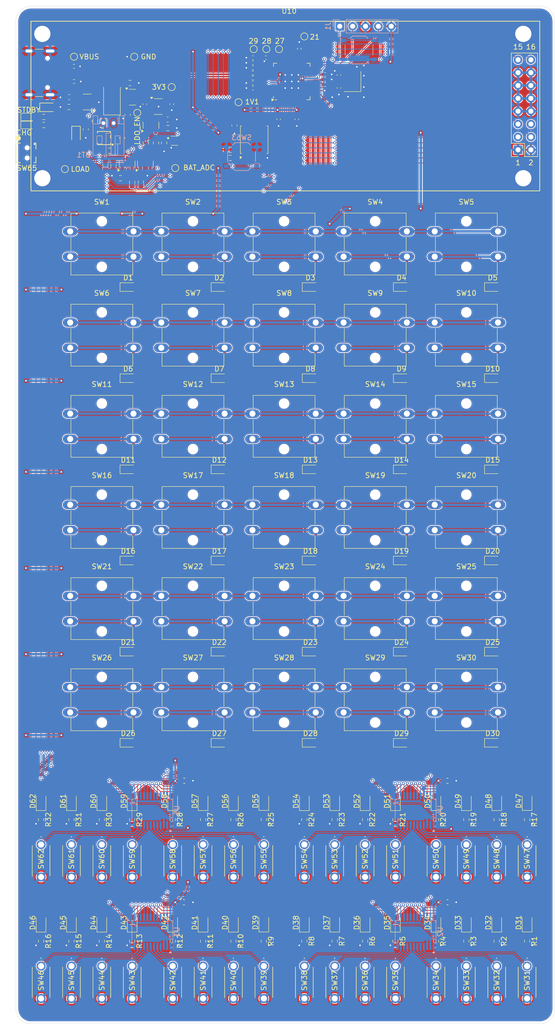
<source format=kicad_pcb>
(kicad_pcb (version 20240108) (generator "pcbnew") (generator_version "8.0")
  (layers (0 "F.Cu" signal) (31 "B.Cu" signal) (34 "B.Paste" user) (35 "F.Paste" user) (36 "B.SilkS" user "B.Silkscreen") (37 "F.SilkS" user "F.Silkscreen") (38 "B.Mask" user) (39 "F.Mask" user) (44 "Edge.Cuts" user))
  (net 0 "")
  (net 1 "+3V3")
  (net 2 "GND")
  (net 3 "Net-(D1-A)")
  (net 4 "/KEYS_COL_1")
  (net 5 "Net-(D2-A)")
  (net 6 "/KEYS_COL_2")
  (net 7 "/KEYS_COL_3")
  (net 8 "Net-(D3-A)")
  (net 9 "Net-(D4-A)")
  (net 10 "/KEYS_COL_4")
  (net 11 "/KEYS_COL_5")
  (net 12 "Net-(D5-A)")
  (net 13 "Net-(D6-A)")
  (net 14 "Net-(D7-A)")
  (net 15 "Net-(D8-A)")
  (net 16 "Net-(D9-A)")
  (net 17 "Net-(D10-A)")
  (net 18 "Net-(D11-A)")
  (net 19 "Net-(D12-A)")
  (net 20 "Net-(D13-A)")
  (net 21 "Net-(D14-A)")
  (net 22 "Net-(D15-A)")
  (net 23 "Net-(D16-A)")
  (net 24 "Net-(D17-A)")
  (net 25 "Net-(D18-A)")
  (net 26 "Net-(D19-A)")
  (net 27 "Net-(D20-A)")
  (net 28 "Net-(D21-A)")
  (net 29 "Net-(D22-A)")
  (net 30 "Net-(D23-A)")
  (net 31 "Net-(D24-A)")
  (net 32 "Net-(D25-A)")
  (net 33 "Net-(D26-A)")
  (net 34 "Net-(D27-A)")
  (net 35 "Net-(D28-A)")
  (net 36 "Net-(D29-A)")
  (net 37 "Net-(D30-A)")
  (net 38 "Net-(D31-K)")
  (net 39 "/Buttons0/LED_0")
  (net 40 "/Buttons0/LED_1")
  (net 41 "Net-(D32-K)")
  (net 42 "/Buttons0/LED_2")
  (net 43 "Net-(D33-K)")
  (net 44 "Net-(D34-K)")
  (net 45 "/Buttons0/LED_3")
  (net 46 "/Buttons0/LED_4")
  (net 47 "Net-(D35-K)")
  (net 48 "Net-(D36-K)")
  (net 49 "/Buttons0/LED_5")
  (net 50 "/Buttons0/LED_6")
  (net 51 "Net-(D37-K)")
  (net 52 "/Buttons0/LED_7")
  (net 53 "Net-(D38-K)")
  (net 54 "Net-(D39-K)")
  (net 55 "/Buttons1/LED_0")
  (net 56 "Net-(D40-K)")
  (net 57 "/Buttons1/LED_1")
  (net 58 "/Buttons1/LED_2")
  (net 59 "Net-(D41-K)")
  (net 60 "Net-(D42-K)")
  (net 61 "/Buttons1/LED_3")
  (net 62 "/Buttons1/LED_4")
  (net 63 "Net-(D43-K)")
  (net 64 "Net-(D44-K)")
  (net 65 "/Buttons1/LED_5")
  (net 66 "/Buttons1/LED_6")
  (net 67 "Net-(D45-K)")
  (net 68 "Net-(D46-K)")
  (net 69 "/Buttons1/LED_7")
  (net 70 "/Buttons2/LED_0")
  (net 71 "Net-(D47-K)")
  (net 72 "Net-(D48-K)")
  (net 73 "/Buttons2/LED_1")
  (net 74 "/Buttons2/LED_2")
  (net 75 "Net-(D49-K)")
  (net 76 "/Buttons2/LED_3")
  (net 77 "Net-(D50-K)")
  (net 78 "/Buttons2/LED_4")
  (net 79 "Net-(D51-K)")
  (net 80 "Net-(D52-K)")
  (net 81 "/Buttons2/LED_5")
  (net 82 "Net-(D53-K)")
  (net 83 "/Buttons2/LED_6")
  (net 84 "/Buttons2/LED_7")
  (net 85 "Net-(D54-K)")
  (net 86 "Net-(D55-K)")
  (net 87 "/Buttons3/LED_0")
  (net 88 "Net-(D56-K)")
  (net 89 "/Buttons3/LED_1")
  (net 90 "Net-(D57-K)")
  (net 91 "/Buttons3/LED_2")
  (net 92 "Net-(D58-K)")
  (net 93 "/Buttons3/LED_3")
  (net 94 "/Buttons3/LED_4")
  (net 95 "Net-(D59-K)")
  (net 96 "/Buttons3/LED_5")
  (net 97 "Net-(D60-K)")
  (net 98 "/Buttons3/LED_6")
  (net 99 "Net-(D61-K)")
  (net 100 "/Buttons3/LED_7")
  (net 101 "Net-(D62-K)")
  (net 102 "/KEYS_ROW_1")
  (net 103 "/KEYS_ROW_2")
  (net 104 "/KEYS_ROW_3")
  (net 105 "/KEYS_ROW_4")
  (net 106 "/KEYS_ROW_5")
  (net 107 "/KEYS_ROW_6")
  (net 108 "/Buttons0/BTN_0")
  (net 109 "/Buttons0/BTN_1")
  (net 110 "/Buttons0/BTN_2")
  (net 111 "/Buttons0/BTN_3")
  (net 112 "/Buttons0/BTN_4")
  (net 113 "/Buttons0/BTN_5")
  (net 114 "/Buttons0/BTN_6")
  (net 115 "/Buttons0/BTN_7")
  (net 116 "/Buttons1/BTN_0")
  (net 117 "/Buttons1/BTN_1")
  (net 118 "/Buttons1/BTN_2")
  (net 119 "/Buttons1/BTN_3")
  (net 120 "/Buttons1/BTN_4")
  (net 121 "/Buttons1/BTN_5")
  (net 122 "/Buttons1/BTN_6")
  (net 123 "/Buttons1/BTN_7")
  (net 124 "/Buttons2/BTN_0")
  (net 125 "/Buttons2/BTN_1")
  (net 126 "/Buttons2/BTN_2")
  (net 127 "/Buttons2/BTN_3")
  (net 128 "/Buttons2/BTN_4")
  (net 129 "/Buttons2/BTN_5")
  (net 130 "/Buttons2/BTN_6")
  (net 131 "/Buttons2/BTN_7")
  (net 132 "/Buttons3/BTN_0")
  (net 133 "/Buttons3/BTN_1")
  (net 134 "/Buttons3/BTN_2")
  (net 135 "/Buttons3/BTN_3")
  (net 136 "/Buttons3/BTN_4")
  (net 137 "/Buttons3/BTN_5")
  (net 138 "/Buttons3/BTN_6")
  (net 139 "/Buttons3/BTN_7")
  (net 140 "/LCD_SPI_DIN")
  (net 141 "/LCD_SPI_CS")
  (net 142 "/LCD_SPI_CLK")
  (net 143 "/I2C_SDA")
  (net 144 "/I2C_SCL")
  (net 145 "/BTN_0_INT")
  (net 146 "/BTN_1_INT")
  (net 147 "/BTN_2_INT")
  (net 148 "/BTN_3_INT")
  (net 150 "/Power/BAT+")
  (net 151 "/Power/BAT-")
  (net 152 "/Crystal/XIN")
  (net 153 "Net-(C3-Pad2)")
  (net 154 "VBUS")
  (net 155 "/Power/LOAD")
  (net 156 "Net-(U9-VDD)")
  (net 157 "+1V1")
  (net 158 "/Power/LDO_EN")
  (net 159 "Net-(Q3-C)")
  (net 160 "Net-(D64-A)")
  (net 161 "Net-(D65-A)")
  (net 162 "Net-(Q2-G)")
  (net 163 "Net-(D66-Pad1)")
  (net 164 "/SWD")
  (net 165 "/SWCLK")
  (net 166 "/RUN")
  (net 167 "Net-(J2-CC2)")
  (net 170 "Net-(J2-CC1)")
  (net 171 "/PWR_BTN")
  (net 172 "Net-(Q3-B)")
  (net 173 "Net-(Q4-S)")
  (net 174 "/Flash/QSPI_SS")
  (net 175 "Net-(R34-Pad1)")
  (net 176 "/USB/USB_D-")
  (net 177 "/USB/USB_D+")
  (net 178 "/Crystal/XOUT")
  (net 179 "Net-(U8-PROG)")
  (net 180 "Net-(R48-Pad1)")
  (net 181 "/PWR_EN")
  (net 182 "/BAT_ADC_EN")
  (net 183 "/BAT_ADC")
  (net 184 "/Flash/QSPI_SD0")
  (net 185 "/Flash/QSPI_SD1")
  (net 186 "/Flash/QSPI_SD3")
  (net 187 "/Flash/QSPI_SD2")
  (net 188 "/Flash/QSPI_SCLK")
  (net 190 "/USB/USB_DM")
  (net 191 "/USB/USB_DP")
  (net 192 "/Power/TP4057_~{CHRG}")
  (net 193 "/Power/TP4057_~{STDBY}")
  (net 194 "/CHRG")
  (net 195 "/Power/~{STDBY}")
  (net 196 "Net-(U1-GPIO29_ADC3)")
  (net 197 "Net-(U1-GPIO28_ADC2)")
  (net 198 "Net-(U1-GPIO27_ADC1)")
  (net 199 "Net-(U1-GPIO21)")
  (net 200 "/LCD_RESET")
  (footprint "Diode_SMD:D_SOD-323" (layer "F.Cu") (at 52.2 67.5)
    (property "Reference" "D2")
    (property "Value" "1N4148WS")
  )
  (footprint "Capacitor_SMD:C_0402_1005Metric" (layer "F.Cu") (at 75.82 28.18 90)
    (property "Reference" "C2" (hide yes))
    (property "Value" "15p")
  )
  (footprint "Resistor_SMD:R_0603_1608Metric" (layer "F.Cu") (at 30.5 40.575 180)
    (property "Reference" "R45" (hide yes))
    (property "Value" "1k")
  )
  (footprint "Resistor_SMD:R_0603_1608Metric" (layer "F.Cu") (at 35 172.675 -90)
    (property "Reference" "R29")
    (property "Value" "270")
  )
  (footprint "LED_SMD:LED_0805_2012Metric_Pad1.15x1.40mm_HandSolder" (layer "F.Cu") (at 61 169.000002 90)
    (property "Reference" "D55")
    (property "Value" "IN-S85AT5B")
  )
  (footprint "XB7608AJ:XB7608AJ" (layer "F.Cu") (at 29.425 38.07 90)
    (property "Reference" "U9" (hide yes))
    (property "Value" "XB7608AJ")
  )
  (footprint "Button_Switch_THT:SW_SPST_Omron_B3F-40xx" (layer "F.Cu") (at 58.75 56.5)
    (property "Reference" "SW3")
    (property "Value" "B3F")
  )
  (footprint "Diode_SMD:D_SOD-323" (layer "F.Cu") (at 52.2 85.5)
    (property "Reference" "D7")
    (property "Value" "1N4148WS")
  )
  (footprint "Resistor_SMD:R_0603_1608Metric" (layer "F.Cu") (at 113 196.675001 -90)
    (property "Reference" "R1")
    (property "Value" "270")
  )
  (footprint "Package_TO_SOT_SMD:SOT-23" (layer "F.Cu") (at 34 43.2625 90)
    (property "Reference" "Q4" (hide yes))
    (property "Value" "BSS84")
  )
  (footprint "Diode_SMD:D_SOD-323" (layer "F.Cu") (at 88.2 121.5)
    (property "Reference" "D19")
    (property "Value" "1N4148WS")
  )
  (footprint "Diode_SMD:D_SOD-323" (layer "F.Cu") (at 106.2 157.5)
    (property "Reference" "D30")
    (property "Value" "1N4148WS")
  )
  (footprint "TestPoint:TestPoint_Pad_D1.0mm" (layer "F.Cu") (at 23.5 22)
    (property "Reference" "TP8" (hide yes))
    (property "Value" "TEST_VBUS" (hide yes))
  )
  (footprint "Resistor_SMD:R_0603_1608Metric" (layer "F.Cu") (at 43 172.675001 -90)
    (property "Reference" "R28")
    (property "Value" "270")
  )
  (footprint "LED_SMD:LED_0603_1608Metric" (layer "F.Cu") (at 14.4875 33.9)
    (property "Reference" "D65" (hide yes))
    (property "Value" "KT-0603R")
  )
  (footprint "Diode_SMD:D_SOD-323" (layer "F.Cu") (at 34.2 85.5)
    (property "Reference" "D6")
    (property "Value" "1N4148WS")
  )
  (footprint "SamacSys_Parts:PTS636SL50LFS" (layer "F.Cu") (at 87 201.600001 -90)
    (property "Reference" "SW35")
    (property "Value" "PTS636SL50 LFS" (hide yes))
  )
  (footprint "Button_Switch_THT:SW_SPST_Omron_B3F-40xx" (layer "F.Cu") (at 40.75 74.5)
    (property "Reference" "SW7")
    (property "Value" "B3F")
  )
  (footprint "SamacSys_Parts:PTS636SL50LFS" (layer "F.Cu") (at 35 177.600001 -90)
    (property "Reference" "SW59")
    (property "Value" "PTS636SL50 LFS" (hide yes))
  )
  (footprint "Button_Switch_THT:SW_SPST_Omron_B3F-40xx" (layer "F.Cu") (at 76.75 56.5)
    (property "Reference" "SW4")
    (property "Value" "B3F")
  )
  (footprint "Capacitor_SMD:C_0402_1005Metric" (layer "F.Cu") (at 58.84 23.2 180)
    (property "Reference" "C18" (hide yes))
    (property "Value" "1u")
  )
  (footprint "Diode_SMD:D_SOD-323" (layer "F.Cu") (at 88.2 139.5)
    (property "Reference" "D24")
    (property "Value" "1N4148WS")
  )
  (footprint "LED_SMD:LED_0805_2012Metric_Pad1.15x1.40mm_HandSolder" (layer "F.Cu") (at 35 193.025001 90)
    (property "Reference" "D43")
    (property "Value" "IN-S85AT5B")
  )
  (footprint "Package_TO_SOT_SMD:SOT-23" (layer "F.Cu") (at 38.7 35.5375 90)
    (property "Reference" "D66" (hide yes))
    (property "Value" "BAT54C")
  )
  (footprint "TestPoint:TestPoint_Pad_D1.0mm" (layer "F.Cu") (at 61.5 20.5)
    (property "Reference" "TP9" (hide yes))
    (property "Value" "TEST_GPIO28_ADC2" (hide yes))
  )
  (footprint "Button_Switch_THT:SW_SPST_Omron_B3F-40xx" (layer "F.Cu") (at 40.75 92.5)
    (property "Reference" "SW12")
    (property "Value" "B3F")
  )
  (footprint "Resistor_SMD:R_0603_1608Metric" (layer "F.Cu") (at 39.7 39.025 90)
    (property "Reference" "R48" (hide yes))
    (property "Value" "1k")
  )
  (footprint "Capacitor_SMD:C_0603_1608Metric" (layer "F.Cu") (at 34.1 33.475 -90)
    (property "Reference" "C8" (hide yes))
    (property "Value" "1u")
  )
  (footprint "Diode_SMD:D_SOD-323" (layer "F.Cu") (at 88.2 103.5)
    (property "Reference" "D14")
    (property "Value" "1N4148WS")
  )
  (footprint "Diode_SMD:D_SOD-323" (layer "F.Cu") (at 70.2 139.5)
    (property "Reference" "D23")
    (property "Value" "1N4148WS")
  )
  (footprint "TestPoint:TestPoint_Pad_D1.0mm" (layer "F.Cu") (at 36 33.1)
    (property "Reference" "TP5" (hide yes))
    (property "Value" "TEST_LDO_EN" (hide yes))
  )
  (footprint "TestPoint:TestPoint_Pad_D1.0mm" (layer "F.Cu") (at 42.8 28)
    (property "Reference" "TP1" (hide yes))
    (property "Value" "TEST_3V3" (hide yes))
  )
  (footprint "Button_Switch_THT:SW_SPST_Omron_B3F-40xx" (layer "F.Cu") (at 22.75 110.5)
    (property "Reference" "SW16")
    (property "Value" "B3F")
  )
  (footprint "Button_Switch_THT:SW_SPST_Omron_B3F-40xx" (layer "F.Cu") (at 76.75 128.5)
    (property "Reference" "SW24")
    (property "Value" "B3F")
  )
  (footprint "Diode_SMD:D_SOD-323" (layer "F.Cu") (at 34.2 67.5)
    (property "Reference" "D1")
    (property "Value" "1N4148WS")
  )
  (footprint "LED_SMD:LED_0805_2012Metric_Pad1.15x1.40mm_HandSolder" (layer "F.Cu") (at 75 169.025001 90)
    (property "Reference" "D53")
    (property "Value" "IN-S85AT5B")
  )
  (footprint "Resistor_SMD:R_0603_1608Metric" (layer "F.Cu") (at 54.375 42)
    (property "Reference" "R34" (hide yes))
    (property "Value" "1k")
  )
  (footprint "Capacitor_SMD:C_0603_1608Metric" (layer "F.Cu") (at 97.275 189)
    (property "Reference" "C25" (hide yes))
    (property "Value" "100n")
  )
  (footprint "Package_TO_SOT_SMD:SOT-23-5" (layer "F.Cu") (at 40.1375 31.85)
    (property "Reference" "U7" (hide yes))
    (property "Value" "TLV75533PDBV")
  )
  (footprint "Capacitor_SMD:C_0402_1005Metric" (layer "F.Cu") (at 58.84 24.2 180)
    (property "Reference" "C17" (hide yes))
    (property "Value" "1u")
  )
  (footprint "Diode_SMD:D_SOD-323" (layer "F.Cu") (at 106.2 103.5)
    (property "Reference" "D15")
    (property "Value" "1N4148WS")
  )
  (footprint "Diode_SMD:D_SOD-323" (layer "F.Cu") (at 52.2 103.5)
    (property "Reference" "D12")
    (property "Value" "1N4148WS")
  )
  (footprint "Resistor_SMD:R_0603_1608Metric" (layer "F.Cu") (at 32.675 46 180)
    (property "Reference" "R55" (hide yes))
    (property "Value" "10k")
  )
  (footprint "Capacitor_SMD:C_0402_1005Metric" (layer "F.Cu") (at 67.52 34.38 -90)
    (property "Reference" "C14" (hide yes))
    (property "Value" "100n")
  )
  (footprint "Button_Switch_THT:SW_SPST_Omron_B3F-40xx" (layer "F.Cu") (at 40.75 110.5)
    (property "Reference" "SW17")
    (property "Value" "B3F")
  )
  (footprint "SamacSys_Parts:PTS636SL50LFS" (layer "F.Cu") (at 29 177.6 -90)
    (property "Reference" "SW60")
    (property "Value" "PTS636SL50 LFS" (hide yes))
  )
  (footprint "Resistor_SMD:R_0603_1608Metric" (layer "F.Cu") (at 55 172.675001 -90)
    (property "Reference" "R26")
    (property "Value" "270")
  )
  (footprint "Resistor_SMD:R_0603_1608Metric" (layer "F.Cu") (at 17 196.675 -90)
    (property "Reference" "R16")
    (property "Value" "270")
  )
  (footprint "Diode_SMD:D_SOD-323" (layer "F.Cu") (at 106.2 85.5)
    (property "Reference" "D10")
    (property "Value" "1N4148WS")
  )
  (footprint "LED_SMD:LED_0805_2012Metric_Pad1.15x1.40mm_HandSolder" (layer "F.Cu") (at 23 193.025001 90)
    (property "Reference" "D45")
    (property "Value" "IN-S85AT5B")
  )
  (footprint "Resistor_SMD:R_0402_1005Metric" (layer "F.Cu") (at 73.13 27.5 180)
    (property "Reference" "R39" (hide yes))
    (property "Value" "1k")
  )
  (footprint "LED_SMD:LED_0805_2012Metric_Pad1.15x1.40mm_HandSolder" (layer "F.Cu") (at 23 169.025001 90)
    (property "Reference" "D61")
    (property "Value" "IN-S85AT5B")
  )
  (footprint "Crystal:Crystal_SMD_Abracon_ABM8G-4Pin_3.2x2.5mm" (layer "F.Cu") (at 78.52 26.9 90)
    (property "Reference" "Y1" (hide yes))
    (property "Value" "ABM8-272-T3")
  )
  (footprint "Resistor_SMD:R_0402_1005Metric" (layer "F.Cu") (at 58.81 26.2)
    (property "Reference" "R38" (hide yes))
    (property "Value" "27")
  )
  (footprint "LED_SMD:LED_0805_2012Metric_Pad1.15x1.40mm_HandSolder" (layer "F.Cu") (at 81 169.025001 90)
    (property "Reference" "D52")
    (property "Value" "IN-S85AT5B")
  )
  (footprint "SamacSys_Parts:PTS636SL50LFS" (layer "F.Cu") (at 23 177.6 -90)
    (property "Reference" "SW61")
    (property "Value" "PTS636SL50 LFS" (hide yes))
  )
  (footprint "Button_Switch_THT:SW_SPST_Omron_B3F-40xx" (layer "F.Cu") (at 94.75 56.5)
    (property "Reference" "SW5")
    (property "Value" "B3F")
  )
  (footprint "TestPoint:TestPoint_Pad_D1.0mm" (layer "F.Cu") (at 35.4 22)
    (property "Reference" "TP3" (hide yes))
    (property "Value" "TEST_GND" (hide yes))
  )
  (footprint "Resistor_SMD:R_0603_1608Metric" (layer "F.Cu") (at 35 196.675 -90)
    (property "Reference" "R13")
    (property "Value" "270")
  )
  (footprint "LED_SMD:LED_0805_2012Metric_Pad1.15x1.40mm_HandSolder" (layer "F.Cu") (at 49 193.025002 90)
    (property "Reference" "D41")
    (property "Value" "IN-S85AT5B")
  )
  (footprint "Resistor_SMD:R_0603_1608Metric" (layer "F.Cu") (at 49 196.675001 -90)
    (property "Reference" "R11")
    (property "Value" "270")
  )
  (footprint "SamacSys_Parts:PTS636SL50LFS" (layer "F.Cu") (at 49 201.600001 -90)
    (property "Reference" "SW41")
    (property "Value" "PTS636SL50 LFS" (hide yes))
  )
  (footprint "Diode_SMD:D_SOD-323" (layer "F.Cu") (at 52.2 139.5)
    (property "Reference" "D22")
    (property "Value" "1N4148WS")
  )
  (footprint "Diode_SMD:D_SOD-323" (layer "F.Cu") (at 34.2 121.5)
    (property "Reference" "D16")
    (property "Value" "1N4148WS")
  )
  (footprint "SamacSys_Parts:PTS636SL50LFS" (layer "F.Cu") (at 75 177.6 -90)
    (property "Reference" "SW53")
    (property "Value" "PTS636SL50 LFS" (hide yes))
  )
  (footprint "Connector_USB:USB_C_Receptacle_GCT_USB4105-xx-A_16P_TopMnt_Horizontal" (layer "F.Cu") (at 15.675 25.2 -90)
    (property "Reference" "J2" (hide yes))
    (property "Value" "USB4105-GF-A")
  )
  (footprint "Capacitor_SMD:C_0603_1608Metric" (layer "F.Cu") (at 97.275 165)
    (property "Reference" "C26" (hide yes))
    (property "Value" "100n")
  )
  (footprint "LED_SMD:LED_0805_2012Metric_Pad1.15x1.40mm_HandSolder" (layer "F.Cu") (at 81 193.025001 90)
    (property "Reference" "D36")
    (property "Value" "IN-S85AT5B")
  )
  (footprint "Resistor_SMD:R_0603_1608Metric" (layer "F.Cu") (at 61 172.675001 -90)
    (property "Reference" "R25")
    (property "Value" "270")
  )
  (footprint "LED_SMD:LED_0805_2012Metric_Pad1.15x1.40mm_HandSolder" (layer "F.Cu") (at 107 169.025002 90)
    (property "Reference" "D48")
    (property "Value" "IN-S85AT5B")
  )
  (footprint "LED_SMD:LED_0805_2012Metric_Pad1.15x1.40mm_HandSolder" (layer "F.Cu") (at 113 169.000002 90)
    (property "Reference" "D47")
    (property "Value" "IN-S85AT5B")
  )
  (footprint "SamacSys_Parts:PTS636SL50LFS" (layer "F.Cu") (at 113 177.600001 -90)
    (property "Reference" "SW47")
    (property "Value" "PTS636SL50 LFS" (hide yes))
  )
  (footprint "Button_Switch_THT:SW_SPST_Omron_B3F-40xx" (layer "F.Cu") (at 76.75 74.5)
    (property "Reference" "SW9")
    (property "Value" "B3F")
  )
  (footprint "Package_TO_SOT_SMD:SOT-23" (layer "F.Cu") (at 35.0625 30)
    (property "Reference" "Q1" (hide yes))
    (property "Value" "AO3401A")
  )
  (footprint "Button_Switch_THT:SW_SPST_Omron_B3F-40xx" (layer "F.Cu") (at 76.75 146.5)
    (property "Reference" "SW29")
    (property "Value" "B3F")
  )
  (footprint "R_667799:R-667799_MIT" (layer "F.Cu") (at 14 41 -90)
    (property "Reference" "SW65")
    (property "Value" "R-667799")
  )
  (footprint "Resistor_SMD:R_0603_1608Metric" (layer "F.Cu") (at 29 196.675 -90)
    (property "Reference" "R14")
    (property "Value" "270")
  )
  (footprint "Resistor_SMD:R_0603_1608Metric" (layer "F.Cu") (at 87 196.675 -90)
    (property "Reference" "R5")
    (property "Value" "270")
  )
  (footprint "Capacitor_SMD:C_0402_1005Metric" (layer "F.Cu") (at 58.84 28.2 180)
    (property "Reference" "C12" (hide yes))
    (property "Value" "100n")
  )
  (footprint "Capacitor_SMD:C_0402_1005Metric" (layer "F.Cu") (at 42.8 31.38 -90)
    (property "Reference" "C5" (hide yes))
    (property "Value" "1u")
  )
  (footprint "TestPoint:TestPoint_Pad_D1.0mm" (layer "F.Cu") (at 59 20.5)
    (property "Reference" "TP4" (hide yes))
    (property "Value" "TEST_GPIO29_ADC3" (hide yes))
  )
  (footprint "LED_SMD:LED_0805_2012Metric_Pad1.15x1.40mm_HandSolder" (layer "F.Cu") (at 101 169.025002 90)
    (property "Reference" "D49")
    (property "Value" "IN-S85AT5B")
  )
  (footprint "Resistor_SMD:R_0603_1608Metric" (layer "F.Cu") (at 61 196.675001 -90)
    (property "Reference" "R9")
    (property "Value" "270")
  )
  (footprint "Button_Switch_THT:SW_SPST_Omron_B3F-40xx" (layer "F.Cu") (at 40.75 128.5)
    (property "Reference" "SW22")
    (property "Value" "B3F")
  )
  (footprint "LED_SMD:LED_0805_2012Metric_Pad1.15x1.40mm_HandSolder" (layer "F.Cu") (at 87 193.025001 90)
    (property "Reference" "D35")
    (property "Value" "IN-S85AT5B")
  )
  (footprint "Capacitor_SMD:C_0603_1608Metric" (layer "F.Cu") (at 45.225 189)
    (property "Reference" "C24" (hide yes))
    (property "Value" "100n")
  )
  (footprint "SamacSys_Parts:PTS636SL50LFS" (layer "F.Cu") (at 17 201.6 -90)
    (property "Reference" "SW46")
    (property "Value" "PTS636SL50 LFS" (hide yes))
  )
  (footprint "Resistor_SMD:R_0603_1608Metric" (layer "F.Cu") (at 75 172.675 -90)
    (property "Reference" "R23")
    (property "Value" "270")
  )
  (footprint "Diode_SMD:D_SOD-323" (layer "F.Cu") (at 52.2 157.5)
    (property "Reference" "D27")
    (property "Value" "1N4148WS")
  )
  (footprint "Package_SO:SOIC-8_5.23x5.23mm_P1.27mm" (layer "F.Cu") (at 59.095 38.4 90)
    (property "Reference" "U6" (hide yes))
    (property "Value" "W25Q128JVS")
  )
  (footprint "Resistor_SMD:R_0603_1608Metric" (layer "F.Cu") (at 43 196.675001 -90)
    (property "Reference" "R12")
    (property "Value" "270")
  )
  (footprint "Button_Switch_THT:SW_SPST_Omron_B3F-40xx" (layer "F.Cu") (at 40.75 146.5)
    (property "Reference" "SW27")
    (property "Value" "B3F")
  )
  (footprint "LED_SMD:LED_0805_2012Metric_Pad1.15x1.40mm_HandSolder" (layer "F.Cu") (at 55 169.025002 90)
    (property "Reference" "D56")
    (property "Value" "IN-S85AT5B")
  )
  (footprint "Button_Switch_THT:SW_SPST_Omron_B3F-40xx" (layer "F.Cu") (at 58.75 110.5)
    (property "Reference" "SW18")
    (property "Value" "B3F")
  )
  (footprint "SamacSys_Parts:PTS636SL50LFS" (layer "F.Cu") (at 81 177.6 -90)
    (property "Reference" "SW52")
    (property "Value" "PTS636SL50 LFS" (hide yes))
  )
  (footprint "Button_Switch_THT:SW_SPST_Omron_B3F-40xx" (layer "F.Cu") (at 22.75 56.5)
    (property "Reference" "SW1")
    (property "Value" "B3F")
  )
  (footprint "Button_Switch_THT:SW_SPST_Omron_B3F-40xx" (layer "F.Cu") (at 22.75 74.5)
    (property "Reference" "SW6")
    (property "Value" "B3F")
  )
  (footprint "Resistor_SMD:R_0603_1608Metric" (layer "F.Cu") (at 107 196.675001 -90)
    (property "Reference" "R2")
    (property "Value" "270")
  )
  (footprint "Button_Switch_THT:SW_SPST_Omron_B3F-40xx" (layer "F.Cu") (at 76.75 92.5)
    (property "Reference" "SW14")
    (property "Value" "B3F")
  )
  (footprint "SamacSys_Parts:PTS636SL50LFS" (layer "F.Cu") (at 61 177.600001 -90)
    (property "Reference" "SW55")
    (property "Value" "PTS636SL50 LFS" (hide yes))
  )
  (footprint "Diode_SMD:D_SMA" (layer "F.Cu") (at 31 30 90)
    (property "Reference" "D63" (hide yes))
    (property "Value" "SS14")
  )
  (footprint "Diode_SMD:D_SOD-323" (layer "F.Cu") (at 88.2 67.5)
    (property "Reference" "D4")
    (property "Value" "1N4148WS")
  )
  (footprint "Package_TO_SOT_SMD:SOT-523" (layer "F.Cu") (at 43.345 38.6)
    (property "Reference" "Q2" (hide yes))
    (property "Value" "DMG1012T")
  )
  (footprint "Capacitor_SMD:C_0402_1005Metric" (layer "F.Cu") (at 58.84 22.2 180)
    (property "Reference" "C16" (hide yes))
    (property "Value" "100n")
  )
  (footprint "LED_SMD:LED_0805_2012Metric_Pad1.15x1.40mm_HandSolder" (layer "F.Cu") (at 87 169.025001 90)
    (property "Reference" "D51")
    (property "Value" "IN-S85AT5B")
  )
  (footprint "LED_SMD:LED_0805_2012Metric_Pad1.15x1.40mm_HandSolder" (layer "F.Cu") (at 43 169.025002 90)
    (property "Reference" "D58")
    (property "Value" "IN-S85AT5B")
  )
  (footprint "TestPoint:TestPoint_Pad_D1.0mm" (layer "F.Cu") (at 64 20.5)
    (property "Reference" "TP10" (hide yes))
    (property "Value" "TEST_GPIO27_ADC1" (hide yes))
  )
  (footprint "Capacitor_SMD:C_0402_1005Metric" (layer "F.Cu") (at 68 20.42 90)
    (property "Reference" "C21" (hide yes))
    (property "Value" "100n")
  )
  (footprint "Resistor_SMD:R_0603_1608Metric" (layer "F.Cu") (at 95 172.675001 -90)
    (property "Reference" "R20")
    (property "Value" "270")
  )
  (footprint "Resistor_SMD:R_0603_1608Metric" (layer "F.Cu") (at 35 46.8 -90)
    (property "Reference" "R54" (hide yes))
    (property "Value" "10k")
  )
  (footprint "Capacitor_SMD:C_0402_1005Metric" (layer "F.Cu") (at 73.1 25.5)
    (property "Reference" "C11" (hide yes))
    (property "Value" "100n")
  )
  (footprint "Capacitor_SMD:C_0402_1005Metric" (layer "F.Cu") (at 63.92 34.38 -90)
    (property "Reference" "C19" (hide yes))
    (property "Value" "100n")
  )
  (footprint "SamacSys_Parts:PTS636SL50LFS" (layer "F.Cu") (at 107 177.600001 -90)
    (property "Reference" "SW48")
    (property "Value" "PTS636SL50 LFS" (hide yes))
  )
  (footprint "Resistor_SMD:R_0603_1608Metric" (layer "F.Cu") (at 36.7 46.75 90)
    (property "Reference" "R52" (hide yes))
    (property "Value" "330k")
  )
  (footprint "Capacitor_SMD:C_0603_1608Metric" (layer "F.Cu") (at 45.275 165)
    (property "Reference" "C10" (hide yes))
    (property "Value" "100n")
  )
  (footprint "Capacitor_SMD:C_0402_1005Metric" (layer "F.Cu") (at 58.84 27.2 180)
    (property "Reference" "C13" (hide yes))
    (property "Value" "100n")
  )
  (footprint "SSD1322_OLED:SSD1322_OLED" (layer "F.Cu") (at 15 15)
    (property "Reference" "U10")
    (property "Value" "~")
  )
  (footprint "LED_SMD:LED_0805_2012Metric_Pad1.15x1.40mm_HandSolder" (layer "F.Cu") (at 55 193.025002 90)
    (property "Reference" "D40")
    (property "Value" "IN-S85AT5B")
  )
  (footprint "Diode_SMD:D_SOD-323" (layer "F.Cu") (at 88.2 85.5)
    (property "Reference" "D9")
    (property "Value" "1N4148WS")
  )
  (footprint "SamacSys_Parts:PTS636SL50LFS" (layer "F.Cu") (at 17 177.6 -90)
    (property "Reference" "SW62")
    (property "Value" "PTS636SL50 LFS" (hide yes))
  )
  (footprint "Button_Switch_THT:SW_SPST_Omron_B3F-40xx" (layer "F.Cu") (at 58.75 128.5)
    (property "Reference" "SW23")
    (property "Value" "B3F")
  )
  (footprint "SamacSys_Parts:PTS636SL50LFS" (layer "F.Cu") (at 101 201.600001 -90)
    (property "Reference" "SW33")
    (property "Value" "PTS636SL50 LFS" (hide yes))
  )
  (footprint "LED_SMD:LED_0805_2012Metric_Pad1.15x1.40mm_HandSolder" (layer "F.Cu") (at 101 193.025002 90)
    (property "Reference" "D33")
    (property "Value" "IN-S85AT5B")
  )
  (footprint "Diode_SMD:D_SOD-323" (layer "F.Cu") (at 34.2 157.5)
    (property "Reference" "D26")
    (property "Value" "1N4148WS")
  )
  (footprint "Resistor_SMD:R_0603_1608Metric" (layer "F.Cu") (at 81 196.675 -90)
    (property "Reference" "R6")
    (property "Value" "270")
  )
  (footprint "Button_Switch_THT:SW_SPST_Omron_B3F-40xx" (layer "F.Cu") (at 58.75 92.5)
    (property "Reference" "SW13")
    (property "Value" "B3F")
  )
  (footprint "SamacSys_Parts:PTS636SL50LFS" (layer "F.Cu") (at 75 201.6 -90)
    (property "Reference" "SW37")
    (property "Value" "PTS636SL50 LFS" (hide yes))
  )
  (footprint "Diode_SMD:D_SOD-323" (layer "F.Cu") (at 23.9 37.35 -90)
    (property "Reference" "D67" (hide yes))
    (property "Value" "1N4148WS" (hide yes))
  )
  (footprint "Resistor_SMD:R_0402_1005Metric" (layer "F.Cu") (at 58.81 25.2)
    (property "Reference" "R37" (hide yes))
    (property "Value" "27")
  )
  (footprint "Diode_SMD:D_SOD-323" (layer "F.Cu") (at 106.2 121.5)
    (property "Reference" "D20")
    (property "Value" "1N4148WS")
  )
  (footprint "Diode_SMD:D_SOD-323" (layer "F.Cu") (at 70.2 103.5)
    (property "Reference" "D13")
    (property "Value" "1N4148WS")
  )
  (footprint "Resistor_SMD:R_0603_1608Metric" (layer "F.Cu") (at 29 172.675 -90)
    (property "Reference" "R30")
    (property "Value" "270")
  )
  (footprint "TestPoint:TestPoint_Pad_D1.0mm" (layer "F.Cu") (at 69 18)
    (property "Reference" "TP11" (hide yes))
    (property "Value" "TEST_GPIO21" (hide yes))
  )
  (footprint "LED_SMD:LED_0805_2012Metric_Pad1.15x1.40mm_HandSolder" (layer "F.Cu") (at 35 169.025001 90)
    (property "Reference" "D59")
    (property "Value" "IN-S85AT5B")
  )
  (footprint "Button_Switch_THT:SW_SPST_Omron_B3F-40xx" (layer "F.Cu") (at 76.75 110.5)
    (property "Reference" "SW19")
    (property "Value" "B3F")
  )
  (footprint "LED_SMD:LED_0805_2012Metric_Pad1.15x1.40mm_HandSolder" (layer "F.Cu") (at 75 193.025001 90)
    (property "Reference" "D37")
    (property "Value" "IN-S85AT5B")
  )
  (footprint "Button_Switch_THT:SW_SPST_Omron_B3F-40xx" (layer "F.Cu") (at 22.75 146.5)
    (property "Reference" "SW26")
    (property "Value" "B3F")
  )
  (footprint "LED_SMD:LED_0805_2012Metric_Pad1.15x1.40mm_HandSolder" (layer "F.Cu") (at 95 169.025002 90)
    (property "Reference" "D50")
    (property "Value" "IN-S85AT5B")
  )
  (footprint "Diode_SMD:D_SOD-323" (layer "F.Cu") (at 18.35 32)
    (property "Reference" "D68" (hide yes))
    (property "Value" "1N4148WS")
  )
  (footprint "SamacSys_Parts:PTS636SL50LFS" (layer "F.Cu") (at 55 201.600001 -90)
    (property "Reference" "SW40")
    (property "Value" "PTS636SL50 LFS" (hide yes))
  )
  (footprint "Resistor_SMD:R_0603_1608Metric" (layer "F.Cu") (at 42.05 36.1)
    (property "Reference" "R50" (hide yes))
    (property "Value" "100k")
  )
  (footprint "SamacSys_Parts:PTS636SL50LFS" (layer "F.Cu") (at 107 201.600001 -90)
    (property "Reference" "SW32")
    (property "Value" "PTS636SL50 LFS" (hide yes))
  )
  (footprint "Diode_SMD:D_SOD-323" (layer "F.Cu") (at 70.2 121.5)
    (property "Reference" "D18")
    (property "Value" "1N4148WS")
  )
  (footprint "LED_SMD:LED_0805_2012Metric_Pad1.15x1.40mm_HandSolder" (layer "F.Cu") (at 61 193.000002 90)
    (property "Reference" "D39")
    (property "Value" "IN-S85AT5B")
  )
  (footprint "Capacitor_SMD:C_0603_1608Metric" (layer "F.Cu") (at 31.3 43.425 -90)
    (property "Reference" "C23" (hide yes))
    (property "Value" "100p")
  )
  (footprint "Resistor_SMD:R_0603_1608Metric" (layer "F.Cu") (at 107 172.675001 -90)
    (property "Reference" "R18")
    (property "Value" "270")
  )
  (footprint "Resistor_SMD:R_0603_1608Metric" (layer "F.Cu") (at 27.625 34.75 -90)
    (property "Reference" "R41" (hide yes))
    (property "Value" "100k")
  )
  (footprint "LED_SMD:LED_0805_2012Metric_Pad1.15x1.40mm_HandSolder" (layer "F.Cu") (at 69 193.025001 90)
    (property "Reference" "D38")
    (property "Value" "IN-S85AT5B")
  )
  (footprint "Resistor_SMD:R_0603_1608Metric" (layer "F.Cu") (at 17.525 35.5 180)
    (property "Reference" "R44" (hide yes))
    (property "Value" "2k")
  )
  (footprint "LED_SMD:LED_0805_2012Metric_Pad1.15x1.40mm_HandSolder" (layer "F.Cu") (at 29 169.025001 90)
    (property "Reference" "D60")
    (property "Value" "IN-S85AT5B")
  )
  (footprint "Capacitor_SMD:C_0603_1608Metric" (layer "F.Cu") (at 25.825 36.35 -90)
    (property "Reference" "C7" (hide yes))
    (property "Value" "10u")
  )
  (footprint "LED_SMD:LED_0805_2012Metric_Pad1.15x1.40mm_HandSolder" (layer "F.Cu") (at 43 193.025002 90)
    (property "Reference" "D42")
    (property "Value" "IN-S85AT5B")
  )
  (footprint "Button_Switch_THT:SW_SPST_Omron_B3F-40xx" (layer "F.Cu") (at 94.75 146.5)
    (property "Reference" "SW30")
    (property "Value" "B3F")
  )
  (footprint "SamacSys_Parts:PTS636SL50LFS" (layer "F.Cu") (at 81 201.6 -90)
    (property "Reference" "SW36")
    (property "Value" "PTS636SL50 LFS" (hide yes))
  )
  (footprint "LED_SMD:LED_0805_2012Metric_Pad1.15x1.40mm_HandSolder" (layer "F.Cu") (at 17 169.025001 90)
    (property "Reference" "D62")
    (property "Value" "IN-S85AT5B")
  )
  (footprint "SamacSys_Parts:PTS636SL50LFS" (layer "F.Cu") (at 113 201.600001 -90)
    (property "Reference" "SW31")
    (property "Value" "PTS636SL50 LFS" (hide yes))
  )
  (footprint "SamacSys_Parts:PTS636SL50LFS" (layer "F.Cu") (at 101 177.600001 -90)
    (property "Reference" "SW49")
    (property "Value" "PTS636SL50 LFS" (hide yes))
  )
  (footprint "Resistor_SMD:R_0603_1608Metric" (layer "F.Cu") (at 22.494226 31.9375 180)
    (property "Reference" "R42" (hide yes))
    (property "Value" "2k")
  )
  (footprint "Package_TO_SOT_SMD:TSOT-23-6" (layer "F.Cu") (at 26.119226 30.95 180)
    (property "Reference" "U8" (hide yes))
    (property "Value" "TP4057")
  )
  (footprint "LED_SMD:LED_0805_2012Metric_Pad1.15x1.40mm_HandSolder" (layer "F.Cu") (at 29 193.025001 90)
    (property "Reference" "D44")
    (property "Value" "IN-S85AT5B")
  )
  (footprint "LED_SMD:LED_0805_2012Metric_Pad1.15x1.40mm_HandSolder" (layer "F.Cu") (at 113 193.000002 90)
    (property "Reference" "D31")
    (property "Value" "IN-S85AT5B")
  )
  (footprint "Resistor_SMD:R_0603_1608Metric" (layer "F.Cu") (at 113 172.675001 -90)
    (property "Reference" "R17")
    (property "Value" "270")
  )
  (footprint "Diode_SMD:D_SOD-323" (layer "F.Cu") (at 70.2 67.5)
    (property "Reference" "D3")
    (property "Value" "1N4148WS")
  )
  (footprint "Button_Switch_THT:SW_SPST_Omron_B3F-40xx" (layer "F.Cu") (at 22.75 92.5)
    (property "Reference" "SW11")
    (property "Value" "B3F")
  )
  (footprint "Capacitor_SMD:C_0402_1005Metric" (layer "F.Cu") (at 61.42 22.2 180)
    (property "Reference" "C15" (hide yes))
    (property "Value" "100n")
  )
  (footprint "Capacitor_SMD:C_0402_1005Metric" (layer "F.Cu") (at 75.82 25.62 -90)
    (property "Reference" "C3" (hide yes))
    (property "Value" "15p")
  )
  (footprint "SamacSys_Parts:PTS636SL50LFS" (layer "F.Cu") (at 23 201.6 -90)
    (property "Reference" "SW45")
    (property "Value" "PTS636SL50 LFS" (hide yes))
  )
  (footprint "Resistor_SMD:R_0402_1005Metric" (layer "F.Cu") (at 23.51 23.9)
    (property "Reference" "R35" (hide yes))
    (property "Value" "5.1k")
  )
  (footprint "LED_SMD:LED_0603_1608Metric" (layer "F.Cu") (at 14.4875 35.5)
    (property "Reference" "D64" (hide yes))
    (property "Value" "KT-0603R")
  )
  (footprint "Diode_SMD:D_SOD-323" (layer "F.Cu") (at 34.2 103.5)
    (property "Reference" "D11")
    (property "Value" "1N4148WS")
  )
  (footprint "Capacitor_SMD:C_0603_1608Metric" (layer "F.Cu") (at 42 34.4)
    (property "Reference" "C22" (hide yes))
    (property "Value" "470n")
  )
  (footprint "Resistor_SMD:R_0603_1608Metric" (layer "F.Cu") (at 75 196.675 -90)
    (property "Reference" "R7")
    (property "Value" "270")
  )
  (footprint "Capacitor_SMD:C_0402_1005Metric" (layer "F.Cu") (at 37.5 31.38 -90)
    (property "Reference" "C6" (hide yes))
    (property "Value" "1u")
  )
  (footprint "Resistor_SMD:R_0603_1608Metric" (layer "F.Cu") (at 49 172.675001 -90)
    (property "Reference" "R27")
    (property "Value" "270")
  )
  (footprint "Button_Switch_THT:SW_SPST_Omron_B3F-40xx" (layer "F.Cu") (at 94.75 110.5)
    (property "Reference" "SW20")
    (property "Value" "B3F")
  )
  (footprint "Diode_SMD:D_SOD-323" (layer "F.Cu") (at 106.2 67.5)
    (property "Reference" "D5")
    (property "Value" "1N4148WS")
  )
  (footprint "Resistor_SMD:R_0603_1608Metric" (layer "F.Cu") (at 87 172.675 -90)
    (property "Reference" "R21")
    (property "Value" "270")
  )
  (footprint "SamacSys_Parts:PTS636SL50LFS" (layer "F.Cu") (at 55 177.600001 -90)
    (property "Reference" "SW56")
    (property "Value" "PTS636SL50 LFS" (hide yes))
  )
  (footprint "SamacSys_Parts:PTS636SL50LFS" (layer "F.Cu") (at 42.999999 177.600001 -90)
    (property "Reference" "SW58")
    (property "Value" "PTS636SL50 LFS" (hide yes))
  )
  (footprint "SamacSys_Parts:PTS636SL50LFS" (layer "F.Cu") (at 49 177.600001 -90)
    (property "Reference" "SW57")
    (property "Value" "PTS636SL50 LFS" (hide yes))
  )
  (footprint "SamacSys_Parts:PTS636SL50LFS" (layer "F.Cu") (at 42.999999 201.600001 -90)
    (property "Reference" "SW42")
    (property "Value" "PTS636SL50 LFS" (hide yes))
  )
  (footprint "Resistor_SMD:R_0603_1608Metric" (layer "F.Cu") (at 54.375 40.4)
    (property "Reference" "R33" (hide yes))
    (property "Value" "10k")
  )
  (footprint "Resistor_SMD:R_0603_1608Metric" (layer "F.Cu") (at 17 172.675 -90)
    (property "Reference" "R32")
    (property "Value" "270")
  )
  (footprint "Resistor_SMD:R_0402_1005Metric" (layer "F.Cu") (at 23.51 26.9)
    (property "Reference" "R36" (hide yes))
    (property "Value" "5.1k")
  )
  (footprint "Diode_SMD:D_SOD-323" (layer "F.Cu") (at 52.2 121.5)
    (property "Reference" "D17")
    (property "Value" "1N4148WS")
  )
  (footprint "Capacitor_SMD:C_0603_1608Metric" (layer "F.Cu") (at 55.2 35.575 -90)
    (property "Reference" "C1" (hide yes))
    (property "Value" "100n")
  )
  (footprint "Diode_SMD:D_SOD-323" (layer "F.Cu") (at 106.2 139.5)
    (property "Reference" "D25")
    (property "Value" "1N4148WS")
  )
  (footprint "Resistor_SMD:R_0603_1608Metric" (layer "F.Cu") (at 34.575 27.2)
    (property "Reference" "R40" (hide yes))
    (property "Value" "100k")
  )
  (footprint "Resistor_SMD:R_0603_1608Metric" (layer "F.Cu") (at 23 172.675 -90)
    (property "Reference" "R31")
    (property "Value" "270")
  )
  (footprint "LED_SMD:LED_0805_2012Metric_Pad1.15x1.40mm_HandSolder" (layer "F.Cu") (at 17 193.025001 90)
    (property "Reference" "D46")
    (property "Value" "IN-S85AT5B")
  )
  (footprint "SamacSys_Parts:PTS636SL50LFS" (layer "F.Cu") (at 94.999999 177.600001 -90)
    (property "Reference" "SW50")
    (property "Value" "PTS636SL50 LFS" (hide yes))
  )
  (footprint "Diode_SMD:D_SOD-323" (layer "F.Cu") (at 70.2 85.5)
    (property "Reference" "D8")
    (property "Value" "1N4148WS")
  )
  (footprint "Button_Switch_THT:SW_SPST_Omron_B3F-40xx" (layer "F.Cu") (at 94.75 92.5)
    (property "Reference" "SW15")
    (property "Value" "B3F")
  )
  (footprint "Button_Switch_THT:SW_SPST_Omron_B3F-40xx" (layer "F.Cu") (at 58.75 146.5)
    (property "Reference" "SW28")
    (property "Value" "B3F")
  )
  (footprint "Resistor_SMD:R_0603_1608Metric" (layer "F.Cu") (at 23 196.675 -90)
    (property "Reference" "R15")
    (property "Value" "270")
  )
  (footprint "SamacSys_Parts:PTS636SL50LFS" (layer "F.Cu") (at 61 201.600001 -90)
    (property "Reference" "SW39")
    (property "Value" "PTS636SL50 LFS" (hide yes))
  )
  (footprint "Resistor_SMD:R_0603_1608Metric" (layer "F.Cu") (at 69 196.675 -90)
    (property "Reference" "R8")
    (property "Value" "270")
  )
  (footprint "SamacSys_Parts:PTS636SL50LFS" (layer "F.Cu") (at 94.999999 201.600001 -90)
    (property "Reference" "SW34")
    (property "Value" "PTS636SL50 LFS" (hide yes))
  )
  (footprint "Button_Switch_THT:SW_SPST_Omron_B3F-40xx" (layer "F.Cu") (at 94.75 74.5)
    (property "Reference" "SW10")
    (property "Value" "B3F")
  )
  (footprint "Resistor_SMD:R_0603_1608Metric" (layer "F.Cu") (at 41.3 39.025 -90)
    (property "Reference" "R51" (hide yes))
    (property "Value" "100k")
  )
  (footprint "Capacitor_SMD:C_0402_1005Metric" (layer "F.Cu") (at 73.1 26.5)
    (property "Reference" "C20" (hide yes))
    (property "Value" "100n")
  )
  (footprint "Diode_SMD:D_SOD-323" (layer "F.Cu") (at 34.2 139.5)
    (property "Reference" "D21")
    (property "Value" "1N4148WS")
  )
  (footprint "Resistor_SMD:R_0603_1608Metric" (layer "F.Cu") (at 69 172.675 -90)
    (property "Reference" "R24")
    (property "Value" "270")
  )
  (footprint "Resistor_SMD:R_0603_1608Metric" (layer "F.Cu") (at 17.525 33.9 180)
    (property "Reference" "R47" (hide yes))
    (property "Value" "2k")
  )
  (footprint "Resistor_SMD:R_0603_1608Metric" (layer "F.Cu") (at 101 172.675001 -90)
    (property "Reference" "R19")
    (property "Value" "270")
  )
  (footprint "Resistor_SMD:R_0603_1608Metric" (layer "F.Cu") (at 81 172.675 -90)
    (property "Reference" "R22")
    (property "Value" "270")
  )
  (footprint "Diode_SMD:D_SOD-323" (layer "F.Cu") (at 70.2 157.5)
    (property "Reference" "D28")
    (property "Value" "1N4148WS")
  )
  (footprint "TestPoint:TestPoint_Pad_D1.0mm" (layer "F.Cu") (at 43.5 44)
    (property "Reference" "TP6" (hide yes))
    (property "Value" "TEST_BAT_ADC" (hide yes))
  )
  (footprint "Resistor_SMD:R_0603_1608Metric" (layer "F.Cu") (at 101 196.675001 -90)
    (property "Reference" "R3")
    (property "Value" "270")
  )
  (footprint "LED_SMD:LED_0805_2012Metric_Pad1.15x1.40mm_HandSolder" (layer "F.Cu") (at 49 169.025002 90)
    (property "Reference" "D57")
    (property "Value" "IN-S85AT5B")
  )
  (footprint "TestPoint:TestPoint_Pad_D1.0mm" (layer "F.Cu") (at 21.7 44.2)
    (property "Reference" "TP7" (hide yes))
    (property "Value" "TEST_LOAD" (hide yes))
  )
  (footprint "Diode_SMD:D_SOD-323" (layer "F.Cu") (at 88.2 157.5)
    (property "Reference" "D29")
    (property "Value" "1N4148WS")
  )
  (footprint "Capacitor_SMD:C_0603_1608Metric" (layer "F.Cu") (at 22.544226 30 180)
    (property "Reference" "C4" (hide yes))
    (property "Value" "10u")
  )
  (footprint "Button_Switch_THT:SW_SPST_Omron_B3F-40xx" (layer "F.Cu") (at 58.75 74.5)
    (property "Reference" "SW8")
    (property "Value" "B3F")
  )
  (footprint "Button_Switch_THT:SW_SPST_Omron_B3F-40xx" (layer "F.Cu") (at 94.75 128.5)
    (property "Reference" "SW25")
    (property "Value" "B3F")
  )
  (footprint "Button_Switch_THT:SW_SPST_Omron_B3F-40xx" (layer "F.Cu") (at 22.75 128.5)
    (property "Reference" "SW21")
    (property "Value" "B3F")
  )
  (footprint "Resistor_SMD:R_0603_1608Metric" (layer "F.Cu") (at 95 196.675001 -90)
    (property "Reference" "R4")
    (property "Value" "270")
  )
  (footprint "Package_TO_SOT_SMD:SOT-23" (layer "F.Cu") (at 37.6 43.2625 90)
    (property "Reference" "Q3" (hide yes))
    (property "Value" "MMBT3904")
  )
  (footprint "LED_SMD:LED_0805_2012Metric_Pad1.15x1.40mm_HandSolder" (layer "F.Cu") (at 69 169.025001 90)
    (property "Reference" "D54")
    (property "Value" "IN-S85AT5B")
  )
  (footprint "Capacitor_SMD:C_0603_1608Metric" (layer "F.Cu") (at 33.025 38.05 90)
    (property "Reference" "C9" (hide yes))
    (property "Value" "0.1u")
  )
  (footprint "SamacSys_Parts:PTS636SL50LFS" (layer "F.Cu") (at 87 177.600001 -90)
    (property "Reference" "SW51")
    (property "Value" "PTS636SL50 LFS" (hide yes))
  )
  (footprint "TestPoint:TestPoint_Pad_D1.0mm" (layer "F.Cu") (at 56 31)
    (property "Reference" "TP2" (hide yes))
    (property "Value" "TEST_1V1" (hide yes))
  )
  (footprint "SamacSys_Parts:PTS636SL50LFS" (layer "F.Cu") (at 69 201.6 -90)
    (property "Reference" "SW38")
    (property "Value" "PTS636SL50 LFS" (hide yes))
  )
  (footprint "Button_Switch_THT:SW_SPST_Omron_B3F-40xx" (layer "F.Cu") (at 40.75 56.5)
    (property "Reference" "SW2")
    (property "Value" "B3F")
  )
  (footprint "Resistor_SMD:R_0603_1608Metric" (layer "F.Cu") (at 37.7 39.025 90)
    (property "Reference" "R49" (hide yes))
    (property "Value" "1k")
  )
  (footprint "Resistor_SMD:R_0603_1608Metric" (layer "F.Cu") (at 55 196.675001 -90)
    (property "Reference" "R10")
    (property "Value" "270")
  )
  (footprint "SamacSys_Parts:PTS636SL50LFS" (layer "F.Cu") (at 35 201.600001 -90)
    (property "Reference" "SW43")
    (property "Value" "PTS636SL50 LFS" (hide yes))
  )
  (footprint "SamacSys_Parts:PTS636SL50LFS" (layer "F.Cu") (at 29 201.6 -90)
    (property "Reference" "SW44")
    (property "Value" "PTS636SL50 LFS" (hide yes))
  )
  (footprint "LED_SMD:LED_0805_2012Metric_Pad1.15x1.40mm_HandSolder" (layer "F.Cu") (at 95 193.025002 90)
    (property "Reference" "D34")
    (property "Value" "IN-S85AT5B")
  )
  (footprint "Package_DFN_QFN:QFN-56-1EP_7x7mm_P0.4mm_EP3.2x3.2mm" (layer "F.Cu") (at 66.52 26.9 90)
    (property "Reference" "U1" (hide yes))
    (property "Value" "RP2040")
  )
  (footprint "LED_SMD:LED_0805_2012Metric_Pad1.15x1.40mm_HandSolder" (layer "F.Cu") (at 107 193.025002 90)
    (property "Reference" "D32")
    (property "Value" "IN-S85AT5B")
  )
  (footprint "SamacSys_Parts:PTS636SL50LFS" (layer "F.Cu") (at 69 177.6 -90)
    (property "Reference" "SW54")
    (property "Value" "PTS636SL50 LFS" (hide yes))
  )
  (footprint "Resistor_SMD:R_0603_1608Metric" (layer "F.Cu") (at 29.7 43.425 -90)
    (property "Reference" "R53" (hide yes))
    (property "Value" "10k")
  )
  (footprint "Connector_JST:JST_PH_S2B-PH-K_1x02_P2.00mm_Horizontal_Reverse_Polarity" (layer "B.Cu") (at 31.325 35.125 180)
    (property "Reference" "BT1")
    (property "Value" "3.7V" (hide yes))
  )
  (footprint "Package_SO:TSSOP-24_4.4x7.8mm_P0.65mm" (layer "B.Cu") (at 38.975 170.837501 90)
    (property "Reference" "U5")
    (property "Value" "TCA9555PWR")
  )
  (footprint "Connector_PinHeader_2.54mm:PinHeader_1x05_P2.54mm_Vertical" (layer "B.Cu") (at 76 16 -90)
    (property "Reference" "J1")
    (property "Value" "Pin Header 1x05 P2.54mm")
  )
  (footprint "Button_Switch_SMD:SW_Push_1P1T_XKB_TS-1187A" (layer "B.Cu") (at 79.8 20.675 180)
    (property "Reference" "SW64" (hide yes))
    (property "Value" "TS-1187A-B-A-B")
  )
  (footprint "Package_SO:TSSOP-24_4.4x7.8mm_P0.65mm" (layer "B.Cu") (at 90.975 194.837501 90)
    (property "Reference" "U2")
    (property "Value" "TCA9555PWR")
  )
  (footprint "Package_SO:TSSOP-24_4.4x7.8mm_P0.65mm" (layer "B.Cu") (at 90.975 170.837501 90)
    (property "Reference" "U4")
    (property "Value" "TCA9555PWR")
  )
  (footprint "Package_SO:TSSOP-24_4.4x7.8mm_P0.65mm" (layer "B.Cu") (at 38.975 194.837501 90)
    (property "Reference" "U3")
    (property "Value" "TCA9555PWR")
  )
  (footprint "Button_Switch_SMD:SW_Push_1P1T_XKB_TS-1187A" (layer "B.Cu") (at 56.605 41.725 180)
    (property "Reference" "SW63")
    (property "Value" "TS-1187A-B-A-B")
  )
  (gr_line (start 115.5 213) (end 15 213) (stroke (width 0.05)) (layer "Edge.Cuts"))
  (gr_arc (start 15 213) (mid 12.87868 212.12132) (end 12 210) (stroke (width 0.05)) (layer "Edge.Cuts"))
  (gr_line (start 118.5 210) (end 118.5 15) (stroke (width 0.05)) (layer "Edge.Cuts"))
  (gr_arc (start 12 15) (mid 12.87868 12.87868) (end 15 12) (stroke (width 0.05)) (layer "Edge.Cuts"))
  (gr_arc (start 115.5 12) (mid 117.62132 12.87868) (end 118.5 15) (stroke (width 0.05)) (layer "Edge.Cuts"))
  (gr_arc (start 118.5 210) (mid 117.62132 212.12132) (end 115.5 213) (stroke (width 0.05)) (layer "Edge.Cuts"))
  (gr_line (start 15 12) (end 115.5 12) (stroke (width 0.05)) (layer "Edge.Cuts"))
  (gr_line (start 12 210) (end 12 15) (stroke (width 0.05)) (layer "Edge.Cuts"))
  (gr_text "CHG" (at 12 37.6 0) (layer "F.SilkS") (effects (font (size 1 1)) (justify left bottom)))
  (gr_text "1V1" (at 57.2 31.5 0) (layer "F.SilkS") (effects (font (size 1 1)) (justify left bottom)))
  (gr_text "27" (at 63.1 19.5 0) (layer "F.SilkS") (effects (font (size 1 1)) (justify left bottom)))
  (gr_text "28" (at 60.5 19.5 0) (layer "F.SilkS") (effects (font (size 1 1)) (justify left bottom)))
  (gr_text "BAT_ADC" (at 45 44.5 0) (layer "F.SilkS") (effects (font (size 1 1)) (justify left bottom)))
  (gr_text "21" (at 70 18.7 0) (layer "F.SilkS") (effects (font (size 1 1)) (justify left bottom)))
  (gr_text "LOAD" (at 22.8 44.8 0) (layer "F.SilkS") (effects (font (size 1 1)) (justify left bottom)))
  (gr_text "3V3" (at 38.8 28.6 0) (layer "F.SilkS") (effects (font (size 1 1)) (justify left bottom)))
  (gr_text "STDBY" (at 12.2 33.1 0) (layer "F.SilkS") (effects (font (size 1 1)) (justify left bottom)))
  (gr_text "GND" (at 36.6 22.6 0) (layer "F.SilkS") (effects (font (size 1 1)) (justify left bottom)))
  (gr_text "VBUS" (at 24.5 22.6 0) (layer "F.SilkS") (effects (font (size 1 1)) (justify left bottom)))
  (gr_text "LDO_EN" (at 36.6 39.5 90) (layer "F.SilkS") (effects (font (size 1 1)) (justify left bottom)))
  (gr_text "29" (at 57.9 19.5 0) (layer "F.SilkS") (effects (font (size 1 1)) (justify left bottom)))
  (segment (start 72.62 26.5) (end 72.42 26.7) (width 0.2) (layer "F.Cu") (net 1))
  (segment (start 62.32 26.5) (end 60.02 26.5) (width 0.2) (layer "F.Cu") (net 1))
  (segment (start 63.0825 24.7) (end 60.82 24.7) (width 0.2) (layer "F.Cu") (net 1))
  (segment (start 43.5 165.024999) (end 44.475001 165.024999) (width 0.4) (layer "F.Cu") (net 1))
  (segment (start 95.5 165) (end 96.5 165) (width 0.4) (layer "F.Cu") (net 1))
  (segment (start 63.92 23.4625) (end 62.6575 22.2) (width 0.15) (layer "F.Cu") (net 1))
  (segment (start 44.45 189) (end 43.5 189) (width 0.5) (layer "F.Cu") (net 1))
  (segment (start 44.475001 165.024999) (end 44.5 165) (width 0.4) (layer "F.Cu") (net 1))
  (segment (start 63.92 30.3375) (end 63.92 32.28) (width 0.15) (layer "F.Cu") (net 1))
  (segment (start 43.524999 165) (end 43.5 165.024999) (width 0.5) (layer "F.Cu") (net 1))
  (segment (start 62.52 26.7) (end 62.32 26.5) (width 0.2) (layer "F.Cu") (net 1))
  (segment (start 67.52 32.48) (end 67.5 32.5) (width 0.15) (layer "F.Cu") (net 1))
  (segment (start 63.0825 26.7) (end 62.52 26.7) (width 0.2) (layer "F.Cu") (net 1))
  (segment (start 63.0825 24.3) (end 61.42 24.3) (width 0.2) (layer "F.Cu") (net 1))
  (segment (start 55.2 34.8) (end 57.19 34.8) (width 0.15) (layer "F.Cu") (net 1))
  (segment (start 95.5 189) (end 96.5 189) (width 0.4) (layer "F.Cu") (net 1))
  (segment (start 60.82 24.7) (end 59.32 23.2) (width 0.2) (layer "F.Cu") (net 1))
  (segment (start 61.42 24.3) (end 59.32 22.2) (width 0.2) (layer "F.Cu") (net 1))
  (segment (start 41.275 30.9) (end 42.8 30.9) (width 0.5) (layer "F.Cu") (net 1))
  (segment (start 67.52 21.38) (end 68 20.9) (width 0.15) (layer "F.Cu") (net 1))
  (segment (start 67.52 23.4625) (end 67.52 21.38) (width 0.15) (layer "F.Cu") (net 1))
  (segment (start 62.6575 22.2) (end 61.9 22.2) (width 0.15) (layer "F.Cu") (net 1))
  (segment (start 72.42 26.7) (end 69.9575 26.7) (width 0.2) (layer "F.Cu") (net 1))
  (segment (start 67.5 33.88) (end 67.52 33.9) (width 0.15) (layer "F.Cu") (net 1))
  (segment (start 62.32 26.5) (end 62.52 26.3) (width 0.2) (layer "F.Cu") (net 1))
  (segment (start 62.52 26.3) (end 63.0825 26.3) (width 0.2) (layer "F.Cu") (net 1))
  (segment (start 63.7 33.68) (end 63.92 33.9) (width 0.15) (layer "F.Cu") (net 1))
  (segment (start 67.52 30.3375) (end 67.52 32.48) (width 0.15) (layer "F.Cu") (net 1))
  (segment (start 63.7 32.5) (end 63.7 33.68) (width 0.15) (layer "F.Cu") (net 1))
  (segment (start 67.5 32.5) (end 67.5 33.88) (width 0.15) (layer "F.Cu") (net 1))
  (segment (start 63.92 32.28) (end 63.7 32.5) (width 0.15) (layer "F.Cu") (net 1))
  (segment (start 60.02 26.5) (end 59.32 27.2) (width 0.2) (layer "F.Cu") (net 1))
  (via (at 51 53) (size 0.6) (drill 0.3) (layers "F.Cu" "B.Cu") (net 1))
  (via (at 14 86) (size 0.6) (drill 0.3) (layers "F.Cu" "B.Cu") (net 1))
  (via (at 47 21) (size 0.6) (drill 0.3) (layers "F.Cu" "B.Cu") (net 1))
  (via (at 14 53) (size 0.6) (drill 0.3) (layers "F.Cu" "B.Cu") (net 1))
  (via (at 33 53) (size 0.6) (drill 0.3) (layers "F.Cu" "B.Cu") (net 1))
  (via (at 74 55) (size 0.6) (drill 0.3) (layers "F.Cu" "B.Cu") (net 1))
  (via (at 43.5 165.024999) (size 0.6) (drill 0.3) (layers "F.Cu" "B.Cu") (net 1))
  (via (at 63.7 32.5) (size 0.6) (drill 0.3) (layers "F.Cu" "B.Cu") (net 1))
  (via (at 95.5 189) (size 0.6) (drill 0.3) (layers "F.Cu" "B.Cu") (net 1))
  (via (at 43.5 189) (size 0.6) (drill 0.3) (layers "F.Cu" "B.Cu") (net 1))
  (via (at 21 68) (size 0.6) (drill 0.3) (layers "F.Cu" "B.Cu") (net 1))
  (via (at 47 32) (size 0.6) (drill 0.3) (layers "F.Cu" "B.Cu") (net 1))
  (via (at 14 140) (size 0.6) (drill 0.3) (layers "F.Cu" "B.Cu") (net 1))
  (via (at 67.5 32.5) (size 0.6) (drill 0.3) (layers "F.Cu" "B.Cu") (net 1))
  (via (at 86 23) (size 0.6) (drill 0.3) (layers "F.Cu" "B.Cu") (net 1))
  (via (at 92 37) (size 0.6) (drill 0.3) (layers "F.Cu" "B.Cu") (net 1))
  (via (at 43.5 161) (size 0.6) (drill 0.3) (layers "F.Cu" "B.Cu") (net 1))
  (via (at 46 174.3) (size 0.6) (drill 0.3) (layers "F.Cu" "B.Cu") (net 1))
  (via (at 21 156) (size 0.6) (drill 0.3) (layers "F.Cu" "B.Cu") (net 1))
  (via (at 14 104) (size 0.6) (drill 0.3) (layers "F.Cu" "B.Cu") (net 1))
  (via (at 14 156) (size 0.6) (drill 0.3) (layers "F.Cu" "B.Cu") (net 1))
  (via (at 78 52) (size 0.6) (drill 0.3) (layers "F.Cu" "B.Cu") (net 1))
  (via (at 21 140) (size 0.6) (drill 0.3) (layers "F.Cu" "B.Cu") (net 1))
  (via (at 52 44) (size 0.6) (drill 0.3) (layers "F.Cu" "B.Cu") (net 1))
  (via (at 52 37) (size 0.6) (drill 0.3) (layers "F.Cu" "B.Cu") (net 1))
  (via (at 21 86) (size 0.6) (drill 0.3) (layers "F.Cu" "B.Cu") (net 1))
  (via (at 92 52) (size 0.6) (drill 0.3) (layers "F.Cu" "B.Cu") (net 1))
  (via (at 98 174.5) (size 0.6) (drill 0.3) (layers "F.Cu" "B.Cu") (net 1))
  (via (at 21 123) (size 0.6) (drill 0.3) (layers "F.Cu" "B.Cu") (net 1))
  (via (at 14 68) (size 0.6) (drill 0.3) (layers "F.Cu" "B.Cu") (net 1))
  (via (at 57.2 32.5) (size 0.6) (drill 0.3) (layers "F.Cu" "B.Cu") (net 1))
  (via (at 24 53) (size 0.6) (drill 0.3) (layers "F.Cu" "B.Cu") (net 1))
  (via (at 21 104) (size 0.6) (drill 0.3) (layers "F.Cu" "B.Cu") (net 1))
  (via (at 95.5 165) (size 0.6) (drill 0.3) (layers "F.Cu" "B.Cu") (net 1))
  (via (at 37 53) (size 0.6) (drill 0.3) (layers "F.Cu" "B.Cu") (net 1))
  (via (at 46 185) (size 0.6) (drill 0.3) (layers "F.Cu" "B.Cu") (net 1))
  (via (at 14 123) (size 0.6) (drill 0.3) (layers "F.Cu" "B.Cu") (net 1))
  (segment (start 14 123) (end 21 123) (width 0.5) (layer "B.Cu") (net 1))
  (segment (start 67.5 32.5) (end 63.7 32.5) (width 0.5) (layer "B.Cu") (net 1))
  (segment (start 42.55 167.975001) (end 42.55 168.595603) (width 0.15) (layer "B.Cu") (net 1))
  (segment (start 43.5 189) (end 42.55 189.95) (width 0.4) (layer "B.Cu") (net 1))
  (segment (start 42.262499 192.987501) (end 40.875001 192.987501) (width 0.15) (layer "B.Cu") (net 1))
  (segment (start 93.9 174.4375) (end 94.175001 174.712501) (width 0.15) (layer "B.Cu") (net 1))
  (segment (start 94.55 189.95) (end 94.55 191.975001) (width 0.4) (layer "B.Cu") (net 1))
  (segment (start 86.16 22.84) (end 86 23) (width 0.5) (layer "B.Cu") (net 1))
  (segment (start 42.55 191.975001) (end 42.55 192.7) (width 0.15) (layer "B.Cu") (net 1))
  (segment (start 63.7 32.5) (end 57.2 32.5) (width 0.5) (layer "B.Cu") (net 1))
  (segment (start 14 140) (end 21 140) (width 0.5) (layer "B.Cu") (net 1))
  (segment (start 14 68) (end 21 68) (width 0.5) (layer "B.Cu") (net 1))
  (segment (start 93.9 173.700001) (end 93.9 174.4375) (width 0.15) (layer "B.Cu") (net 1))
  (segment (start 95.5 189) (end 94.55 189.95) (width 0.4) (layer "B.Cu") (net 1))
  (segment (start 14 86) (end 21 86) (width 0.5) (layer "B.Cu") (net 1))
  (segment (start 95.5 165) (end 94.55 165.95) (width 0.4) (layer "B.Cu") (net 1))
  (segment (start 40.991898 168.987501) (end 40.6 168.595603) (width 0.15) (layer "B.Cu") (net 1))
  (segment (start 94.55 165.95) (end 94.55 167.975001) (width 0.4) (layer "B.Cu") (net 1))
  (segment (start 14 104) (end 21 104) (width 0.5) (layer "B.Cu") (net 1))
  (segment (start 94.175001 174.712501) (end 97.787499 174.712501) (width 0.15) (layer "B.Cu") (net 1))
  (segment (start 40.6 192.7125) (end 40.6 191.975001) (width 0.15) (layer "B.Cu") (net 1))
  (segment (start 14 156) (end 21 156) (width 0.5) (layer "B.Cu") (net 1))
  (segment (start 41.9 174.4375) (end 42.175001 174.712501) (width 0.15) (layer "B.Cu") (net 1))
  (segment (start 42.55 192.7) (end 42.262499 192.987501) (width 0.15) (layer "B.Cu") (net 1))
  (segment (start 14 53) (end 24 53) (width 0.5) (layer "B.Cu") (net 1))
  (segment (start 77 52) (end 78 52) (width 0.5) (layer "B.Cu") (net 1))
  (segment (start 42.158102 168.987501) (end 40.991898 168.987501) (width 0.15) (layer "B.Cu") (net 1))
  (segment (start 92 37) (end 92 52) (width 0.5) (layer "B.Cu") (net 1))
  (segment (start 52 52) (end 51 53) (width 0.5) (layer "B.Cu") (net 1))
  (segment (start 40.875001 192.987501) (end 40.6 192.7125) (width 0.15) (layer "B.Cu") (net 1))
  (segment (start 43.5 165.024999) (end 43.5 161) (width 0.4) (layer "B.Cu") (net 1))
  (segment (start 42.55 165.974999) (end 42.55 168) (width 0.4) (layer "B.Cu") (net 1))
  (segment (start 45.587499 174.712501) (end 46 174.3) (width 0.15) (layer "B.Cu") (net 1))
  (segment (start 46 186.5) (end 46 185) (width 0.4) (layer "B.Cu") (net 1))
  (segment (start 43.5 165.024999) (end 42.55 165.974999) (width 0.4) (layer "B.Cu") (net 1))
  (segment (start 41.9 173.700001) (end 41.9 174.4375) (width 0.15) (layer "B.Cu") (net 1))
  (segment (start 47 21) (end 47 32) (width 0.5) (layer "B.Cu") (net 1))
  (segment (start 42.175001 174.712501) (end 45.587499 174.712501) (width 0.15) (layer "B.Cu") (net 1))
  (segment (start 47 32) (end 52 37) (width 0.5) (layer "B.Cu") (net 1))
  (segment (start 74 55) (end 77 52) (width 0.5) (layer "B.Cu") (net 1))
  (segment (start 42.55 168.595603) (end 42.158102 168.987501) (width 0.15) (layer "B.Cu") (net 1))
  (segment (start 97.787499 174.712501) (end 98 174.5) (width 0.15) (layer "B.Cu") (net 1))
  (segment (start 42.55 189.95) (end 42.55 191.975001) (width 0.4) (layer "B.Cu") (net 1))
  (segment (start 33 53) (end 37 53) (width 0.5) (layer "B.Cu") (net 1))
  (segment (start 86.16 16) (end 86.16 22.84) (width 0.5) (layer "B.Cu") (net 1))
  (segment (start 40.6 168.595603) (end 40.6 167.975001) (width 0.15) (layer "B.Cu") (net 1))
  (segment (start 43.5 189) (end 46 186.5) (width 0.4) (layer "B.Cu") (net 1))
  (segment (start 52 44) (end 52 52) (width 0.5) (layer "B.Cu") (net 1))
  (segment (start 74.000001 173.5) (end 74 173.499999) (width 0.15) (layer "F.Cu") (net 2))
  (segment (start 101.000001 197.5) (end 102 197.5) (width 0.15) (layer "F.Cu") (net 2))
  (segment (start 33.25 34.25) (end 33.2 34.2) (width 0.15) (layer "F.Cu") (net 2))
  (segment (start 46.05 165) (end 47 165) (width 0.5) (layer "F.Cu") (net 2))
  (segment (start 31.35 45.5) (end 31 45.5) (width 0.15) (layer "F.Cu") (net 2))
  (segment (start 14.854201 39.3) (end 14.854199 39.299998) (width 0.15) (layer "F.Cu") (net 2))
  (segment (start 77.67 28) (end 77.67 29.85) (width 0.15) (layer "F.Cu") (net 2))
  (segment (start 58.34 23.2) (end 57.54 23.2) (width 0.15) (layer "F.Cu") (net 2))
  (segment (start 55.2 36.375) (end 55.2 37.175) (width 0.15) (layer "F.Cu") (net 2))
  (segment (start 25.825 37.125) (end 27.11 37.125) (width 0.5) (layer "F.Cu") (net 2))
  (segment (start 68.000001 197.5) (end 68 197.499999) (width 0.15) (layer "F.Cu") (net 2))
  (segment (start 75 173.5) (end 74.000001 173.5) (width 0.15) (layer "F.Cu") (net 2))
  (segment (start 49.000001 197.5) (end 50 197.5) (width 0.15) (layer "F.Cu") (net 2))
  (segment (start 73.6 25.5) (end 74.4 25.5) (width 0.15) (layer "F.Cu") (net 2))
  (segment (start 71.42 27.9) (end 72.22 28.7) (width 0.15) (layer "F.Cu") (net 2))
  (segment (start 58.34 24.2) (end 57.54 24.2) (width 0.15) (layer "F.Cu") (net 2))
  (segment (start 40.2 31.86) (end 42.8 31.86) (width 0.5) (layer "F.Cu") (net 2))
  (segment (start 41.3 39.85) (end 41.3 40.7) (width 0.15) (layer "F.Cu") (net 2))
  (segment (start 22.000001 173.5) (end 22 173.499999) (width 0.15) (layer "F.Cu") (net 2))
  (segment (start 86.000001 173.5) (end 86 173.499999) (width 0.15) (layer "F.Cu") (net 2))
  (segment (start 43.000001 173.5) (end 44 173.5) (width 0.15) (layer "F.Cu") (net 2))
  (segment (start 61.000001 173.5) (end 62 173.5) (width 0.15) (layer "F.Cu") (net 2))
  (segment (start 107.000001 173.5) (end 108 173.5) (width 0.15) (layer "F.Cu") (net 2))
  (segment (start 77.67 29.85) (end 77.62 29.9) (width 0.15) (layer "F.Cu") (net 2))
  (segment (start 23 173.5) (end 22.000001 173.5) (width 0.15) (layer "F.Cu") (net 2))
  (segment (start 50 173.5) (end 50.000001 173.500001) (width 0.15) (layer "F.Cu") (net 2))
  (segment (start 102 173.5) (end 102.000001 173.500001) (width 0.15) (layer "F.Cu") (net 2))
  (segment (start 75.32 25.12) (end 75 24.8) (width 0.15) (layer "F.Cu") (net 2))
  (segment (start 75.82 28.68) (end 75.82 29.48) (width 0.15) (layer "F.Cu") (net 2))
  (segment (start 98.05 165) (end 99 165) (width 0.5) (layer "F.Cu") (net 2))
  (segment (start 69.9575 27.9) (end 71.42 27.9) (width 0.15) (layer "F.Cu") (net 2))
  (segment (start 56 173.5) (end 56.000001 173.500001) (width 0.15) (layer "F.Cu") (net 2))
  (segment (start 81 173.5) (end 80.000001 173.5) (width 0.15) (layer "F.Cu") (net 2))
  (segment (start 17 197.5) (end 16.000001 197.5) (width 0.15) (layer "F.Cu") (net 2))
  (segment (start 35.4 22) (end 34 22) (width 0.15) (layer "F.Cu") (net 2))
  (segment (start 43.000001 197.5) (end 44 197.5) (width 0.15) (layer "F.Cu") (net 2))
  (segment (start 108 173.5) (end 108.000001 173.500001) (width 0.15) (layer "F.Cu") (net 2))
  (segment (start 49.000001 173.5) (end 50 173.5) (width 0.15) (layer "F.Cu") (net 2))
  (segment (start 96 173.5) (end 96.000001 173.500001) (width 0.15) (layer "F.Cu") (net 2))
  (segment (start 40.19 31.85) (end 40.2 31.86) (width 0.5) (layer "F.Cu") (net 2))
  (segment (start 39 31.85) (end 40.19 31.85) (width 0.5) (layer "F.Cu") (net 2))
  (segment (start 102 197.5) (end 102.000001 197.500001) (width 0.15) (layer "F.Cu") (net 2))
  (segment (start 114 173.5) (end 114.000001 173.500001) (width 0.15) (layer "F.Cu") (net 2))
  (segment (start 25.825 37.125) (end 25.825 38.025) (width 0.5) (layer "F.Cu") (net 2))
  (segment (start 34.1 34.25) (end 33.25 34.25) (width 0.15) (layer "F.Cu") (net 2))
  (segment (start 28.000001 173.5) (end 28 173.499999) (width 0.15) (layer "F.Cu") (net 2))
  (segment (start 24.035 26.9) (end 24.835 26.9) (width 0.15) (layer "F.Cu") (net 2))
  (segment (start 75 197.5) (end 74.000001 197.5) (width 0.15) (layer "F.Cu") (net 2))
  (segment (start 58.34 22.2) (end 57.54 22.2) (width 0.15) (layer "F.Cu") (net 2))
  (segment (start 62 197.5) (end 62.000001 197.500001) (width 0.15) (layer "F.Cu") (net 2))
  (segment (start 95.000001 197.5) (end 96 197.5) (width 0.15) (layer "F.Cu") (net 2))
  (segment (start 74.000001 197.5) (end 74 197.499999) (width 0.15) (layer "F.Cu") (net 2))
  (segment (start 39 31.85) (end 37.51 31.85) (width 0.5) (layer "F.Cu") (net 2))
  (segment (start 61.000001 197.5) (end 62 197.5) (width 0.15) (layer "F.Cu") (net 2))
  (segment (start 95.000001 173.5) (end 96 173.5) (width 0.15) (layer "F.Cu") (net 2))
  (segment (start 68 19.92) (end 68 19.12) (width 0.15) (layer "F.Cu") (net 2))
  (segment (start 68.000001 173.5) (end 68 173.499999) (width 0.15) (layer "F.Cu") (net 2))
  (segment (start 81 197.5) (end 80.000001 197.5) (width 0.15) (layer "F.Cu") (net 2))
  (segment (start 27.525 38.6) (end 27.525 37.54) (width 0.5) (layer "F.Cu") (net 2))
  (segment (start 22.000001 197.5) (end 22 197.499999) (width 0.15) (layer "F.Cu") (net 2))
  (segment (start 44 173.5) (end 44.000001 173.500001) (width 0.15) (layer "F.Cu") (net 2))
  (segment (start 23 197.5) (end 22.000001 197.5) (width 0.15) (layer "F.Cu") (net 2))
  (segment (start 62 173.5) (end 62.000001 173.500001) (width 0.15) (layer "F.Cu") (net 2))
  (segment (start 15.7 39.3) (end 14.854201 39.3) (width 0.15) (layer "F.Cu") (net 2))
  (segment (start 61 42) (end 61.7 42) (width 0.2) (layer "F.Cu") (net 2))
  (segment (start 80.000001 173.5) (end 80 173.499999) (width 0.15) (layer "F.Cu") (net 2))
  (segment (start 42.7 39.1) (end 42.7 40) (width 0.15) (layer "F.Cu") (net 2))
  (segment (start 80.000001 197.5) (end 80 197.499999) (width 0.15) (layer "F.Cu") (net 2))
  (segment (start 69 197.5) (end 68.000001 197.5) (width 0.15) (layer "F.Cu") (net 2))
  (segment (start 98.05 189) (end 99 189) (width 0.5) (layer "F.Cu") (net 2))
  (segment (start 29 197.5) (end 28.000001 197.5) (width 0.15) (layer "F.Cu") (net 2))
  (segment (start 35 197.5) (end 34.000001 197.5) (width 0.15) (layer "F.Cu") (net 2))
  (segment (start 34.000001 173.5) (end 34 173.499999) (width 0.15) (layer "F.Cu") (net 2))
  (segment (start 96 197.5) (end 96.000001 197.500001) (width 0.15) (layer "F.Cu") (net 2))
  (segment (start 107.000001 197.5) (end 108 197.5) (width 0.15) (layer "F.Cu") (net 2))
  (segment (start 37.5 31.86) (end 36.6 31.86) (width 0.5) (layer "F.Cu") (net 2))
  (segment (start 26.4 38.6) (end 25.825 38.025) (width 0.5) (layer "F.Cu") (net 2))
  (segment (start 42.875 36.1) (end 43.8 36.1) (width 0.15) (layer "F.Cu") (net 2))
  (segment (start 29 173.5) (end 28.000001 173.5) (width 0.15) (layer "F.Cu") (net 2))
  (segment (start 44 197.5) (end 44.000001 197.500001) (width 0.15) (layer "F.Cu") (net 2))
  (segment (start 58.34 27.2) (end 57.54 27.2) (width 0.15) (layer "F.Cu") (net 2))
  (segment (start 72.22 28.7) (end 73.02 28.7) (width 0.15) (layer "F.Cu") (net 2))
  (segment (start 21.669226 31.9375) (end 20.819226 31.9375) (width 0.15) (layer "F.Cu") (net 2))
  (segment (start 67.52 34.88) (end 67.52 35.68) (width 0.15) (layer "F.Cu") (net 2))
  (segment (start 101.000001 173.5) (end 102 173.5) (width 0.15) (layer "F.Cu") (net 2))
  (segment (start 46 189) (end 47 189) (width 0.5) (layer "F.Cu") (net 2))
  (segment (start 56 197.5) (end 56.000001 197.500001) (width 0.15) (layer "F.Cu") (net 2))
  (segment (start 42.8 31.88) (end 42.8 32.56) (width 0.15) (layer "F.Cu") (net 2))
  (segment (start 31.85 46) (end 31.35 45.5) (width 0.15) (layer "F.Cu") (net 2))
  (segment (start 55.000001 173.5) (end 56 173.5) (width 0.15) (layer "F.Cu") (net 2))
  (segment (start 37.51 31.85) (end 37.5 31.86) (width 0.5) (layer "F.Cu") (net 2))
  (segment (start 108 197.5) (end 108.000001 197.500001) (width 0.15) (layer "F.Cu") (net 2))
  (segment (start 24.035 23.9) (end 24.7 23.9) (width 0.15) (layer "F.Cu") (net 2))
  (segment (start 87 197.5) (end 86.000001 197.5) (width 0.15) (layer "F.Cu") (net 2))
  (segment (start 27.11 37.125) (end 27.525 37.54) (width 0.5) (layer "F.Cu") (net 2))
  (segment (start 86.000001 197.5) (end 86 197.499999) (width 0.15) (layer "F.Cu") (net 2))
  (segment (start 38.55 44.95) (end 38.55 44.2) (width 0.15) (layer "F.Cu") (net 2))
  (segment (start 34.000001 197.5) (end 34 197.499999) (width 0.15) (layer "F.Cu") (net 2))
  (segment (start 63.92 34.88) (end 63.92 35.68) (width 0.15) (layer "F.Cu") (net 2))
  (segment (start 16.000001 173.5) (end 16 173.499999) (width 0.15) (layer "F.Cu") (net 2))
  (segment (start 69 173.5) (end 68.000001 173.5) (width 0.15) (layer "F.Cu") (net 2))
  (segment (start 113.000001 197.5) (end 114 197.5) (width 0.15) (layer "F.Cu") (net 2))
  (segment (start 28.35 30.95) (end 28.4 31) (width 0.5) (layer "F.Cu") (net 2))
  (segment (start 73.6 26.5) (end 74.4 26.5) (width 0.15) (layer "F.Cu") (net 2))
  (segment (start 42.8 31.86) (end 42.8 32.56) (width 0.5) (layer "F.Cu") (net 2))
  (segment (start 38 45.5) (end 38.55 44.95) (width 0.15) (layer "F.Cu") (net 2))
  (segment (start 42.775 34.4) (end 43.8 34.4) (width 0.15) (layer "F.Cu") (net 2))
  (segment (start 75.82 25.12) (end 75.32 25.12) (width 0.15) (layer "F.Cu") (net 2))
  (segment (start 61.1 22.9) (end 61.1 22.38) (width 0.15) (layer "F.Cu") (net 2))
  (segment (start 17 173.5) (end 16.000001 173.5) (width 0.15) (layer "F.Cu") (net 2))
  (segment (start 35.4 27.2) (end 36.3 27.2) (width 0.15) (layer "F.Cu") (net 2))
  (segment (start 55.000001 197.5) (end 56 197.5) (width 0.15) (layer "F.Cu") (net 2))
  (segment (start 27.525 38.6) (end 26.4 38.6) (width 0.5) (layer "F.Cu") (net 2))
  (segment (start 21.769226 30) (end 20.856726 30) (width 0.15) (layer "F.Cu") (net 2))
  (segment (start 114 197.5) (end 114.000001 197.500001) (width 0.15) (layer "F.Cu") (net 2))
  (segment (start 87 173.5) (end 86.000001 173.5) (width 0.15) (layer "F.Cu") (net 2))
  (segment (start 16.000001 197.5) (end 16 197.499999) (width 0.15) (layer "F.Cu") (net 2))
  (segment (start 79.37 24) (end 79.37 25.8) (width 0.15) (layer "F.Cu") (net 2))
  (segment (start 50 197.5) (end 50.000001 197.500001) (width 0.15) (layer "F.Cu") (net 2))
  (segment (start 28.000001 197.5) (end 28 197.499999) (width 0.15) (layer "F.Cu") (net 2))
  (segment (start 35 173.5) (end 34.000001 173.5) (width 0.15) (layer "F.Cu") (net 2))
  (segment (start 58.36 28.2) (end 57.56 28.2) (width 0.15) (layer "F.Cu") (net 2))
  (segment (start 61.1 22.38) (end 60.92 22.2) (width 0.15) (layer "F.Cu") (net 2))
  (segment (start 20.856726 30) (end 20.819226 30.0375) (width 0.15) (layer "F.Cu") (net 2))
  (segment (start 113.000001 173.5) (end 114 173.5) (width 0.15) (layer "F.Cu") (net 2))
  (segment (start 38.99 31.86) (end 39 31.85) (width 0.5) (layer "F.Cu") (net 2))
  (segment (start 27.256726 30.95) (end 28.35 30.95) (width 0.5) (layer "F.Cu") (net 2))
  (via (at 57.54 23.2) (size 0.6) (drill 0.3) (layers "F.Cu" "B.Cu") (net 2))
  (via (at 42.7 40) (size 0.6) (drill 0.3) (layers "F.Cu" "B.Cu") (net 2))
  (via (at 44.000001 173.500001) (size 0.6) (drill 0.3) (layers "F.Cu" "B.Cu") (net 2))
  (via (at 36.3 27.2) (size 0.6) (drill 0.3) (layers "F.Cu" "B.Cu") (net 2))
  (via (at 99 165) (size 0.6) (drill 0.3) (layers "F.Cu" "B.Cu") (net 2))
  (via (at 67.82 28.2) (size 0.6) (drill 0.3) (layers "F.Cu" "B.Cu") (net 2))
  (via (at 66.52 28.2) (size 0.6) (drill 0.3) (layers "F.Cu" "B.Cu") (net 2))
  (via (at 74.4 26.5) (size 0.6) (drill 0.3) (layers "F.Cu" "B.Cu") (net 2))
  (via (at 67.82 25.6) (size 0.6) (drill 0.3) (layers "F.Cu" "B.Cu") (net 2))
  (via (at 34 197.499999) (size 0.6) (drill 0.3) (layers "F.Cu" "B.Cu") (net 2))
  (via (at 22 197.499999) (size 0.6) (drill 0.3) (layers "F.Cu" "B.Cu") (net 2))
  (via (at 75.82 29.48) (size 0.6) (drill 0.3) (layers "F.Cu" "B.Cu") (net 2))
  (via (at 102.000001 173.500001) (size 0.6) (drill 0.3) (layers "F.Cu" "B.Cu") (net 2))
  (via (at 56.000001 197.500001) (size 0.6) (drill 0.3) (layers "F.Cu" "B.Cu") (net 2))
  (via (at 86 197.499999) (size 0.6) (drill 0.3) (layers "F.Cu" "B.Cu") (net 2))
  (via (at 65.22 25.6) (size 0.6) (drill 0.3) (layers "F.Cu" "B.Cu") (net 2))
  (via (at 55.2 37.175) (size 0.6) (drill 0.3) (layers "F.Cu" "B.Cu") (net 2))
  (via (at 20.819226 30.0375) (size 0.6) (drill 0.3) (layers "F.Cu" "B.Cu") (net 2))
  (via (at 24.7 23.9) (size 0.6) (drill 0.3) (layers "F.Cu" "B.Cu") (net 2))
  (via (at 28 173.499999) (size 0.6) (drill 0.3) (layers "F.Cu" "B.Cu") (net 2))
  (via (at 47 165) (size 0.6) (drill 0.3) (layers "F.Cu" "B.Cu") (net 2))
  (via (at 79.37 24) (size 0.6) (drill 0.3) (layers "F.Cu" "B.Cu") (net 2))
  (via (at 57.54 24.2) (size 0.6) (drill 0.3) (layers "F.Cu" "B.Cu") (net 2))
  (via (at 80 197.499999) (size 0.6) (drill 0.3) (layers "F.Cu" "B.Cu") (net 2))
  (via (at 77.62 29.9) (size 0.6) (drill 0.3) (layers "F.Cu" "B.Cu") (net 2))
  (via (at 96.000001 197.500001) (size 0.6) (drill 0.3) (layers "F.Cu" "B.Cu") (net 2))
  (via (at 43.8 34.4) (size 0.6) (drill 0.3) (layers "F.Cu" "B.Cu") (net 2))
  (via (at 80.75 28) (size 0.6) (drill 0.3) (layers "F.Cu" "B.Cu") (net 2))
  (via (at 74.5 30) (size 0.6) (drill 0.3) (layers "F.Cu" "B.Cu") (net 2))
  (via (at 40.2 31.86) (size 0.6) (drill 0.3) (layers "F.Cu" "B.Cu") (net 2))
  (via (at 80.75 25.75) (size 0.6) (drill 0.3) (layers "F.Cu" "B.Cu") (net 2))
  (via (at 57.54 27.2) (size 0.6) (drill 0.3) (layers "F.Cu" "B.Cu") (net 2))
  (via (at 28 197.499999) (size 0.6) (drill 0.3) (layers "F.Cu" "B.Cu") (net 2))
  (via (at 57.54 22.2) (size 0.6) (drill 0.3) (layers "F.Cu" "B.Cu") (net 2))
  (via (at 68 173.499999) (size 0.6) (drill 0.3) (layers "F.Cu" "B.Cu") (net 2))
  (via (at 42.8 32.56) (size 0.6) (drill 0.3) (layers "F.Cu" "B.Cu") (net 2))
  (via (at 34 173.499999) (size 0.6) (drill 0.3) (layers "F.Cu" "B.Cu") (net 2))
  (via (at 74 173.499999) (size 0.6) (drill 0.3) (layers "F.Cu" "B.Cu") (net 2))
  (via (at 74 197.499999) (size 0.6) (drill 0.3) (layers "F.Cu" "B.Cu") (net 2))
  (via (at 66.52 25.6) (size 0.6) (drill 0.3) (layers "F.Cu" "B.Cu") (net 2))
  (via (at 80.75 23.75) (size 0.6) (drill 0.3) (layers "F.Cu" "B.Cu") (net 2))
  (via (at 62.000001 173.500001) (size 0.6) (drill 0.3) (layers "F.Cu" "B.Cu") (net 2))
  (via (at 57.56 28.2) (size 0.6) (drill 0.3) (layers "F.Cu" "B.Cu") (net 2))
  (via (at 31 45.5) (size 0.6) (drill 0.3) (layers "F.Cu" "B.Cu") (net 2))
  (via (at 67.52 35.68) (size 0.6) (drill 0.3) (layers "F.Cu" "B.Cu") (net 2))
  (via (at 43.8 36.1) (size 0.6) (drill 0.3) (layers "F.Cu" "B.Cu") (net 2))
  (via (at 16 197.499999) (size 0.6) (drill 0.3) (layers "F.Cu" "B.Cu") (net 2))
  (via (at 24.835 26.9) (size 0.6) (drill 0.3) (layers "F.Cu" "B.Cu") (net 2))
  (via (at 56.000001 173.500001) (size 0.6) (drill 0.3) (layers "F.Cu" "B.Cu") (net 2))
  (via (at 38 45.5) (size 0.6) (drill 0.3) (layers "F.Cu" "B.Cu") (net 2))
  (via (at 67.82 26.9) (size 0.6) (drill 0.3) (layers "F.Cu" "B.Cu") (net 2))
  (via (at 25.825 38.025) (size 0.6) (drill 0.3) (layers "F.Cu" "B.Cu") (net 2))
  (via (at 75 24.8) (size 0.6) (drill 0.3) (layers "F.Cu" "B.Cu") (net 2))
  (via (at 80.75 30) (size 0.6) (drill 0.3) (layers "F.Cu" "B.Cu") (net 2))
  (via (at 65.22 28.2) (size 0.6) (drill 0.3) (layers "F.Cu" "B.Cu") (net 2))
  (via (at 47 189) (size 0.6) (drill 0.3) (layers "F.Cu" "B.Cu") (net 2))
  (via (at 80 173.499999) (size 0.6) (drill 0.3) (layers "F.Cu" "B.Cu") (net 2))
  (via (at 20.819226 31.9375) (size 0.6) (drill 0.3) (layers "F.Cu" "B.Cu") (net 2))
  (via (at 108.000001 197.500001) (size 0.6) (drill 0.3) (layers "F.Cu" "B.Cu") (net 2))
  (via (at 33.2 34.2) (size 0.6) (drill 0.3) (layers "F.Cu" "B.Cu") (net 2))
  (via (at 63.92 35.68) (size 0.6) (drill 0.3) (layers "F.Cu" "B.Cu") (net 2))
  (via (at 99 189) (size 0.6) (drill 0.3) (layers "F.Cu" "B.Cu") (net 2))
  (via (at 68 19.12) (size 0.6) (drill 0.3) (layers "F.Cu" "B.Cu") (net 2))
  (via (at 36.6 31.86) (size 0.6) (drill 0.3) (layers "F.Cu" "B.Cu") (net 2))
  (via (at 102.000001 197.500001) (size 0.6) (drill 0.3) (layers "F.Cu" "B.Cu") (net 2))
  (via (at 96.000001 173.500001) (size 0.6) (drill 0.3) (layers "F.Cu" "B.Cu") (net 2))
  (via (at 50.000001 173.500001) (size 0.6) (drill 0.3) (layers "F.Cu" "B.Cu") (net 2))
  (via (at 114.000001 197.500001) (size 0.6) (drill 0.3) (layers "F.Cu" "B.Cu") (net 2))
  (via (at 44.000001 197.500001) (size 0.6) (drill 0.3) (layers "F.Cu" "B.Cu") (net 2))
  (via (at 86 173.499999) (size 0.6) (drill 0.3) (layers "F.Cu" "B.Cu") (net 2))
  (via (at 50.000001 197.500001) (size 0.6) (drill 0.3) (layers "F.Cu" "B.Cu") (net 2))
  (via (at 62.000001 197.500001) (size 0.6) (drill 0.3) (layers "F.Cu" "B.Cu") (net 2))
  (via (at 114.000001 173.500001) (size 0.6) (drill 0.3) (layers "F.Cu" "B.Cu") (net 2))
  (via (at 22 173.499999) (size 0.6) (drill 0.3) (layers "F.Cu" "B.Cu") (net 2))
  (via (at 28.4 31) (size 0.6) (drill 0.3) (layers "F.Cu" "B.Cu") (net 2))
  (via (at 61.1 22.9) (size 0.6) (drill 0.3) (layers "F.Cu" "B.Cu") (net 2))
  (via (at 34 22) (size 0.6) (drill 0.3) (layers "F.Cu" "B.Cu") (net 2))
  (via (at 16 173.499999) (size 0.6) (drill 0.3) (layers "F.Cu" "B.Cu") (net 2))
  (via (at 15.7 39.3) (size 0.6) (drill 0.3) (layers "F.Cu" "B.Cu") (net 2))
  (via (at 74.4 25.5) (size 0.6) (drill 0.3) (layers "F.Cu" "B.Cu") (net 2))
  (via (at 73.02 28.7) (size 0.6) (drill 0.3) (layers "F.Cu" "B.Cu") (net 2))
  (via (at 61.7 42) (size 0.6) (drill 0.3) (layers "F.Cu" "B.Cu") (net 2))
  (via (at 66.52 26.9) (size 0.6) (drill 0.3) (layers "F.Cu" "B.Cu") (net 2))
  (via (at 41.3 40.7) (size 0.6) (drill 0.3) (layers "F.Cu" "B.Cu") (net 2))
  (via (at 108.000001 173.500001) (size 0.6) (drill 0.3) (layers "F.Cu" "B.Cu") (net 2))
  (via (at 65.22 26.9) (size 0.6) (drill 0.3) (layers "F.Cu" "B.Cu") (net 2))
  (via (at 68 197.499999) (size 0.6) (drill 0.3) (layers "F.Cu" "B.Cu") (net 2))
  (segment (start 35.25 61.5) (end 35.25 67.5) (width 0.5) (layer "F.Cu") (net 3))
  (segment (start 22.75 61.5) (end 35.25 61.5) (width 0.5) (layer "B.Cu") (net 3))
  (segment (start 68.75 51.5) (end 36.5 51.5) (width 0.15) (layer "F.Cu") (net 4))
  (segment (start 33.15 67.5) (end 33.15 85.5) (width 0.5) (layer "F.Cu") (net 4))
  (segment (start 70.25 50) (end 68.75 51.5) (width 0.15) (layer "F.Cu") (net 4))
  (segment (start 33.15 103.5) (end 33.15 121.5) (width 0.5) (layer "F.Cu") (net 4))
  (segment (start 33.15 85.5) (end 33.15 103.5) (width 0.5) (layer "F.Cu") (net 4))
  (segment (start 69.9575 29.5) (end 70.25 29.7925) (width 0.15) (layer "F.Cu") (net 4))
  (segment (start 33.15 139.5) (end 33.15 157.5) (width 0.5) (layer "F.Cu") (net 4))
  (segment (start 36.5 51.5) (end 33.15 54.85) (width 0.15) (layer "F.Cu") (net 4))
  (segment (start 70.25 29.7925) (end 70.25 50) (width 0.15) (layer "F.Cu") (net 4))
  (segment (start 33.15 54.85) (end 33.15 67.5) (width 0.15) (layer "F.Cu") (net 4))
  (segment (start 33.15 121.5) (end 33.15 139.5) (width 0.5) (layer "F.Cu") (net 4))
  (segment (start 53.25 61.5) (end 53.25 67.5) (width 0.5) (layer "F.Cu") (net 5))
  (segment (start 40.75 61.5) (end 53.25 61.5) (width 0.5) (layer "B.Cu") (net 5))
  (segment (start 51.15 54.85) (end 51.15 67.5) (width 0.15) (layer "F.Cu") (net 6))
  (segment (start 70.456006 29.1) (end 71.25 29.893994) (width 0.15) (layer "F.Cu") (net 6))
  (segment (start 69.75 52.5) (end 53.5 52.5) (width 0.15) (layer "F.Cu") (net 6))
  (segment (start 51.15 67.5) (end 51.15 85.5) (width 0.5) (layer "F.Cu") (net 6))
  (segment (start 51.15 85.5) (end 51.15 103.5) (width 0.5) (layer "F.Cu") (net 6))
  (segment (start 53.5 52.5) (end 51.15 54.85) (width 0.15) (layer "F.Cu") (net 6))
  (segment (start 51.15 139.5) (end 51.15 157.5) (width 0.5) (layer "F.Cu") (net 6))
  (segment (start 71.25 29.893994) (end 71.25 51) (width 0.15) (layer "F.Cu") (net 6))
  (segment (start 51.15 103.5) (end 51.15 121.5) (width 0.5) (layer "F.Cu") (net 6))
  (segment (start 69.9575 29.1) (end 70.456006 29.1) (width 0.15) (layer "F.Cu") (net 6))
  (segment (start 71.25 51) (end 69.75 52.5) (width 0.15) (layer "F.Cu") (net 6))
  (segment (start 51.15 121.5) (end 51.15 139.5) (width 0.5) (layer "F.Cu") (net 6))
  (segment (start 70.703003 28.7) (end 72.25 30.246997) (width 0.15) (layer "F.Cu") (net 7))
  (segment (start 69.15 67.5) (end 69.15 85.5) (width 0.5) (layer "F.Cu") (net 7))
  (segment (start 69.15 54.85) (end 69.15 67.5) (width 0.15) (layer "F.Cu") (net 7))
  (segment (start 69.15 85.5) (end 69.15 103.5) (width 0.5) (layer "F.Cu") (net 7))
  (segment (start 72.25 30.246997) (end 72.25 51.75) (width 0.15) (layer "F.Cu") (net 7))
  (segment (start 72.25 51.75) (end 69.15 54.85) (width 0.15) (layer "F.Cu") (net 7))
  (segment (start 69.15 103.5) (end 69.15 121.5) (width 0.5) (layer "F.Cu") (net 7))
  (segment (start 69.9575 28.7) (end 70.703003 28.7) (width 0.15) (layer "F.Cu") (net 7))
  (segment (start 69.15 139.5) (end 69.15 157.5) (width 0.5) (layer "F.Cu") (net 7))
  (segment (start 69.15 121.5) (end 69.15 139.5) (width 0.5) (layer "F.Cu") (net 7))
  (segment (start 71.25 61.5) (end 71.25 67.5) (width 0.5) (layer "F.Cu") (net 8))
  (segment (start 58.75 61.5) (end 71.25 61.5) (width 0.5) (layer "B.Cu") (net 8))
  (segment (start 89.25 61.5) (end 89.25 67.5) (width 0.5) (layer "F.Cu") (net 9))
  (segment (start 76.75 61.5) (end 89.25 61.5) (width 0.5) (layer "B.Cu") (net 9))
  (segment (start 87.15 63.15) (end 87.15 68) (width 0.15) (layer "F.Cu") (net 10))
  (segment (start 87.15 139.5) (end 87.15 157.5) (width 0.5) (layer "F.Cu") (net 10))
  (segment (start 87.15 68) (end 87.15 85.5) (width 0.5) (layer "F.Cu") (net 10))
  (segment (start 73.25 49.25) (end 87.15 63.15) (width 0.15) (layer "F.Cu") (net 10))
  (segment (start 87.15 67.5) (end 87.15 68) (width 0.5) (layer "F.Cu") (net 10))
  (segment (start 73.25 30.5) (end 73.25 49.25) (width 0.15) (layer "F.Cu") (net 10))
  (segment (start 87.15 85.5) (end 87.15 103.5) (width 0.5) (layer "F.Cu") (net 10))
  (segment (start 87.15 121.5) (end 87.15 139.5) (width 0.5) (layer "F.Cu") (net 10))
  (segment (start 69.9575 28.3) (end 71.05 28.3) (width 0.15) (layer "F.Cu") (net 10))
  (segment (start 87.15 103.5) (end 87.15 121.5) (width 0.5) (layer "F.Cu") (net 10))
  (segment (start 71.05 28.3) (end 73.25 30.5) (width 0.15) (layer "F.Cu") (net 10))
  (segment (start 93 51) (end 105.15 63.15) (width 0.15) (layer "F.Cu") (net 11))
  (segment (start 105.15 67.5) (end 105.15 68) (width 0.5) (layer "F.Cu") (net 11))
  (segment (start 105.15 103.5) (end 105.15 121.5) (width 0.5) (layer "F.Cu") (net 11))
  (segment (start 105.15 121.5) (end 105.15 139.5) (width 0.5) (layer "F.Cu") (net 11))
  (segment (start 70.8 24.7) (end 69.9575 24.7) (width 0.15) (layer "F.Cu") (net 11))
  (segment (start 73 22.5) (end 70.8 24.7) (width 0.15) (layer "F.Cu") (net 11))
  (segment (start 74.25 48.25) (end 77 51) (width 0.15) (layer "F.Cu") (net 11))
  (segment (start 105.15 68) (end 105.15 85.5) (width 0.5) (layer "F.Cu") (net 11))
  (segment (start 105.15 85.5) (end 105.15 103.5) (width 0.5) (layer "F.Cu") (net 11))
  (segment (start 105.15 139.5) (end 105.15 157.5) (width 0.5) (layer "F.Cu") (net 11))
  (segment (start 74.25 31.75) (end 74.25 48.25) (width 0.15) (layer "F.Cu") (net 11))
  (segment (start 77 51) (end 93 51) (width 0.15) (layer "F.Cu") (net 11))
  (segment (start 105.15 63.15) (end 105.15 68) (width 0.15) (layer "F.Cu") (net 11))
  (via (at 74.25 31.75) (size 0.6) (drill 0.3) (layers "F.Cu" "B.Cu") (net 11))
  (via (at 73 22.5) (size 0.6) (drill 0.3) (layers "F.Cu" "B.Cu") (net 11))
  (segment (start 72.465 24.535) (end 72.465 29.965) (width 0.15) (layer "B.Cu") (net 11))
  (segment (start 72.465 29.965) (end 74.25 31.75) (width 0.15) (layer "B.Cu") (net 11))
  (segment (start 73 22.5) (end 73 24) (width 0.15) (layer "B.Cu") (net 11))
  (segment (start 73 24) (end 72.465 24.535) (width 0.15) (layer "B.Cu") (net 11))
  (segment (start 107.25 61.5) (end 107.25 67.5) (width 0.5) (layer "F.Cu") (net 12))
  (segment (start 94.75 61.5) (end 107.25 61.5) (width 0.5) (layer "B.Cu") (net 12))
  (segment (start 35.25 79.5) (end 35.25 85.5) (width 0.5) (layer "F.Cu") (net 13))
  (segment (start 22.75 79.5) (end 35.25 79.5) (width 0.5) (layer "B.Cu") (net 13))
  (segment (start 53.25 79.5) (end 53.25 85.5) (width 0.5) (layer "F.Cu") (net 14))
  (segment (start 40.75 79.5) (end 53.25 79.5) (width 0.5) (layer "B.Cu") (net 14))
  (segment (start 71.25 79.5) (end 71.25 85.5) (width 0.5) (layer "F.Cu") (net 15))
  (segment (start 58.75 79.5) (end 71.25 79.5) (width 0.5) (layer "B.Cu") (net 15))
  (segment (start 89.25 79.5) (end 89.25 85.5) (width 0.5) (layer "F.Cu") (net 16))
  (segment (start 76.75 79.5) (end 89.25 79.5) (width 0.5) (layer "B.Cu") (net 16))
  (segment (start 107.25 79.5) (end 107.25 85.5) (width 0.5) (layer "F.Cu") (net 17))
  (segment (start 94.75 79.5) (end 107.25 79.5) (width 0.5) (layer "B.Cu") (net 17))
  (segment (start 35.25 97.5) (end 35.25 103.5) (width 0.5) (layer "F.Cu") (net 18))
  (segment (start 22.75 97.5) (end 35.25 97.5) (width 0.5) (layer "B.Cu") (net 18))
  (segment (start 53.25 97.5) (end 53.25 103.5) (width 0.5) (layer "F.Cu") (net 19))
  (segment (start 40.75 97.5) (end 53.25 97.5) (width 0.5) (layer "B.Cu") (net 19))
  (segment (start 71.25 97.5) (end 71.25 103.5) (width 0.5) (layer "F.Cu") (net 20))
  (segment (start 58.75 97.5) (end 71.25 97.5) (width 0.5) (layer "B.Cu") (net 20))
  (segment (start 89.25 97.5) (end 89.25 103.5) (width 0.5) (layer "F.Cu") (net 21))
  (segment (start 76.75 97.5) (end 89.25 97.5) (width 0.5) (layer "B.Cu") (net 21))
  (segment (start 107.25 97.5) (end 107.25 103.5) (width 0.5) (layer "F.Cu") (net 22))
  (segment (start 94.75 97.5) (end 107.25 97.5) (width 0.5) (layer "B.Cu") (net 22))
  (segment (start 35.25 115.5) (end 35.25 121.5) (width 0.5) (layer "F.Cu") (net 23))
  (segment (start 22.75 115.5) (end 35.25 115.5) (width 0.5) (layer "B.Cu") (net 23))
  (segment (start 53.25 115.5) (end 53.25 121.5) (width 0.5) (layer "F.Cu") (net 24))
  (segment (start 40.75 115.5) (end 53.25 115.5) (width 0.5) (layer "B.Cu") (net 24))
  (segment (start 71.25 115.5) (end 71.25 121.5) (width 0.5) (layer "F.Cu") (net 25))
  (segment (start 58.75 115.5) (end 71.25 115.5) (width 0.5) (layer "B.Cu") (net 25))
  (segment (start 89.25 115.5) (end 89.25 121.5) (width 0.5) (layer "F.Cu") (net 26))
  (segment (start 76.75 115.5) (end 89.25 115.5) (width 0.5) (layer "B.Cu") (net 26))
  (segment (start 107.25 115.5) (end 107.25 121.5) (width 0.5) (layer "F.Cu") (net 27))
  (segment (start 94.75 115.5) (end 107.25 115.5) (width 0.5) (layer "B.Cu") (net 27))
  (segment (start 35.25 133.5) (end 35.25 139.5) (width 0.5) (layer "F.Cu") (net 28))
  (segment (start 22.75 133.5) (end 35.25 133.5) (width 0.5) (layer "B.Cu") (net 28))
  (segment (start 53.25 133.5) (end 53.25 139.5) (width 0.5) (layer "F.Cu") (net 29))
  (segment (start 40.75 133.5) (end 53.25 133.5) (width 0.5) (layer "B.Cu") (net 29))
  (segment (start 71.25 133.5) (end 71.25 139.5) (width 0.5) (layer "F.Cu") (net 30))
  (segment (start 58.75 133.5) (end 71.25 133.5) (width 0.5) (layer "B.Cu") (net 30))
  (segment (start 89.25 133.5) (end 89.25 139.5) (width 0.5) (layer "F.Cu") (net 31))
  (segment (start 76.75 133.5) (end 89.25 133.5) (width 0.5) (layer "B.Cu") (net 31))
  (segment (start 107.25 133.5) (end 107.25 139.5) (width 0.5) (layer "F.Cu") (net 32))
  (segment (start 94.75 133.5) (end 107.25 133.5) (width 0.5) (layer "B.Cu") (net 32))
  (segment (start 35.25 151.5) (end 35.25 157.5) (width 0.5) (layer "F.Cu") (net 33))
  (segment (start 22.75 151.5) (end 35.25 151.5) (width 0.5) (layer "B.Cu") (net 33))
  (segment (start 53.25 151.5) (end 53.25 157.5) (width 0.5) (layer "F.Cu") (net 34))
  (segment (start 40.75 151.5) (end 53.25 151.5) (width 0.5) (layer "B.Cu") (net 34))
  (segment (start 71.25 151.5) (end 71.25 157.5) (width 0.5) (layer "F.Cu") (net 35))
  (segment (start 58.75 151.5) (end 71.25 151.5) (width 0.5) (layer "B.Cu") (net 35))
  (segment (start 89.25 151.5) (end 89.25 157.5) (width 0.5) (layer "F.Cu") (net 36))
  (segment (start 76.75 151.5) (end 89.25 151.5) (width 0.5) (layer "B.Cu") (net 36))
  (segment (start 107.25 151.5) (end 107.25 157.5) (width 0.5) (layer "F.Cu") (net 37))
  (segment (start 94.75 151.5) (end 107.25 151.5) (width 0.5) (layer "B.Cu") (net 37))
  (segment (start 113 194.025001) (end 113 195.850001) (width 0.2) (layer "F.Cu") (net 38))
  (segment (start 111.079998 190.055) (end 113 191.975002) (width 0.15) (layer "F.Cu") (net 39))
  (segment (start 93.155 190.055) (end 111.079998 190.055) (width 0.15) (layer "F.Cu") (net 39))
  (segment (start 92.6 189.5) (end 93.155 190.055) (width 0.15) (layer "F.Cu") (net 39))
  (via (at 92.6 189.5) (size 0.6) (drill 0.3) (layers "F.Cu" "B.Cu") (net 39))
  (segment (start 91.95 190.15) (end 91.95 191.975001) (width 0.15) (layer "B.Cu") (net 39))
  (segment (start 92.6 189.5) (end 91.95 190.15) (width 0.15) (layer "B.Cu") (net 39))
  (segment (start 92.85 190.6) (end 105.599998 190.6) (width 0.15) (layer "F.Cu") (net 40))
  (segment (start 105.599998 190.6) (end 107 192.000002) (width 0.15) (layer "F.Cu") (net 40))
  (segment (start 91.75 189.5) (end 92.85 190.6) (width 0.15) (layer "F.Cu") (net 40))
  (via (at 91.75 189.5) (size 0.6) (drill 0.3) (layers "F.Cu" "B.Cu") (net 40))
  (segment (start 91.75 189.5) (end 91.3 189.95) (width 0.15) (layer "B.Cu") (net 40))
  (segment (start 91.3 189.95) (end 91.3 191.975001) (width 0.15) (layer "B.Cu") (net 40))
  (segment (start 107 194.050001) (end 107 195.850001) (width 0.2) (layer "F.Cu") (net 41))
  (segment (start 90.95 189.5) (end 92.600002 191.150002) (width 0.15) (layer "F.Cu") (net 42))
  (segment (start 92.600002 191.150002) (end 100.15 191.150002) (width 0.15) (layer "F.Cu") (net 42))
  (segment (start 100.15 191.150002) (end 101 192.000002) (width 0.15) (layer "F.Cu") (net 42))
  (via (at 90.95 189.5) (size 0.6) (drill 0.3) (layers "F.Cu" "B.Cu") (net 42))
  (segment (start 90.95 189.5) (end 90.65 189.8) (width 0.15) (layer "B.Cu") (net 42))
  (segment (start 90.65 189.8) (end 90.65 191.975001) (width 0.15) (layer "B.Cu") (net 42))
  (segment (start 101 194.050001) (end 101 195.850001) (width 0.2) (layer "F.Cu") (net 43))
  (segment (start 95 194.050001) (end 95 195.850001) (width 0.2) (layer "F.Cu") (net 44))
  (segment (start 92.650002 192.000002) (end 95 192.000002) (width 0.15) (layer "F.Cu") (net 45))
  (segment (start 90.15 189.5) (end 92.650002 192.000002) (width 0.15) (layer "F.Cu") (net 45))
  (via (at 90.15 189.5) (size 0.6) (drill 0.3) (layers "F.Cu" "B.Cu") (net 45))
  (segment (start 90 189.65) (end 90.15 189.5) (width 0.15) (layer "B.Cu") (net 45))
  (segment (start 90 191.975001) (end 90 189.65) (width 0.15) (layer "B.Cu") (net 45))
  (segment (start 89.35 189.650001) (end 87 192.000001) (width 0.15) (layer "F.Cu") (net 46))
  (segment (start 89.35 189.5) (end 89.35 189.650001) (width 0.15) (layer "F.Cu") (net 46))
  (via (at 89.35 189.5) (size 0.6) (drill 0.3) (layers "F.Cu" "B.Cu") (net 46))
  (segment (start 89.35 191.975001) (end 89.35 189.5) (width 0.15) (layer "B.Cu") (net 46))
  (segment (start 87 194.050001) (end 87 195.850001) (width 0.2) (layer "F.Cu") (net 47))
  (segment (start 81 194.050001) (end 81 195.850001) (width 0.2) (layer "F.Cu") (net 48))
  (segment (start 88.55 189.5) (end 86.9 191.15) (width 0.15) (layer "F.Cu") (net 49))
  (segment (start 81.850001 191.15) (end 81 192.000001) (width 0.15) (layer "F.Cu") (net 49))
  (segment (start 86.9 191.15) (end 81.850001 191.15) (width 0.15) (layer "F.Cu") (net 49))
  (via (at 88.55 189.5) (size 0.6) (drill 0.3) (layers "F.Cu" "B.Cu") (net 49))
  (segment (start 88.7 191.975001) (end 88.7 189.65) (width 0.15) (layer "B.Cu") (net 49))
  (segment (start 88.7 189.65) (end 88.55 189.5) (width 0.15) (layer "B.Cu") (net 49))
  (segment (start 86.65 190.6) (end 76.400001 190.6) (width 0.15) (layer "F.Cu") (net 50))
  (segment (start 76.400001 190.6) (end 75 192.000001) (width 0.15) (layer "F.Cu") (net 50))
  (segment (start 87.75 189.5) (end 86.65 190.6) (width 0.15) (layer "F.Cu") (net 50))
  (via (at 87.75 189.5) (size 0.6) (drill 0.3) (layers "F.Cu" "B.Cu") (net 50))
  (segment (start 88.05 191.975001) (end 88.05 189.8) (width 0.15) (layer "B.Cu") (net 50))
  (segment (start 88.05 189.8) (end 87.75 189.5) (width 0.15) (layer "B.Cu") (net 50))
  (segment (start 75 194.050001) (end 75 195.850001) (width 0.2) (layer "F.Cu") (net 51))
  (segment (start 86.95 189.5) (end 86.4 190.05) (width 0.15) (layer "F.Cu") (net 52))
  (segment (start 86.4 190.05) (end 70.950001 190.05) (width 0.15) (layer "F.Cu") (net 52))
  (segment (start 70.950001 190.05) (end 69 192.000001) (width 0.15) (layer "F.Cu") (net 52))
  (via (at 86.95 189.5) (size 0.6) (drill 0.3) (layers "F.Cu" "B.Cu") (net 52))
  (segment (start 87.4 189.95) (end 86.95 189.5) (width 0.15) (layer "B.Cu") (net 52))
  (segment (start 87.4 191.975001) (end 87.4 189.95) (width 0.15) (layer "B.Cu") (net 52))
  (segment (start 69 194.050001) (end 69 195.850001) (width 0.2) (layer "F.Cu") (net 53))
  (segment (start 61 194.025001) (end 61 195.850001) (width 0.2) (layer "F.Cu") (net 54))
  (segment (start 40.6 189.5) (end 41.155 190.055) (width 0.15) (layer "F.Cu") (net 55))
  (segment (start 59.079998 190.055) (end 61 191.975002) (width 0.15) (layer "F.Cu") (net 55))
  (segment (start 41.155 190.055) (end 59.079998 190.055) (width 0.15) (layer "F.Cu") (net 55))
  (via (at 40.6 189.5) (size 0.6) (drill 0.3) (layers "F.Cu" "B.Cu") (net 55))
  (segment (start 40.6 189.5) (end 39.95 190.15) (width 0.15) (layer "B.Cu") (net 55))
  (segment (start 39.95 190.15) (end 39.95 191.975001) (width 0.15) (layer "B.Cu") (net 55))
  (segment (start 55 194.050001) (end 55 195.850001) (width 0.2) (layer "F.Cu") (net 56))
  (segment (start 53.599998 190.6) (end 55 192.000002) (width 0.15) (layer "F.Cu") (net 57))
  (segment (start 39.75 189.5) (end 40.85 190.6) (width 0.15) (layer "F.Cu") (net 57))
  (segment (start 40.85 190.6) (end 53.599998 190.6) (width 0.15) (layer "F.Cu") (net 57))
  (via (at 39.75 189.5) (size 0.6) (drill 0.3) (layers "F.Cu" "B.Cu") (net 57))
  (segment (start 39.3 189.95) (end 39.3 191.975001) (width 0.15) (layer "B.Cu") (net 57))
  (segment (start 39.75 189.5) (end 39.3 189.95) (width 0.15) (layer "B.Cu") (net 57))
  (segment (start 40.600002 191.150002) (end 48.15 191.150002) (width 0.15) (layer "F.Cu") (net 58))
  (segment (start 48.15 191.150002) (end 49 192.000002) (width 0.15) (layer "F.Cu") (net 58))
  (segment (start 38.95 189.5) (end 40.600002 191.150002) (width 0.15) (layer "F.Cu") (net 58))
  (via (at 38.95 189.5) (size 0.6) (drill 0.3) (layers "F.Cu" "B.Cu") (net 58))
  (segment (start 38.95 189.5) (end 38.65 189.8) (width 0.15) (layer "B.Cu") (net 58))
  (segment (start 38.65 189.8) (end 38.65 191.975001) (width 0.15) (layer "B.Cu") (net 58))
  (segment (start 49 194.050001) (end 49 195.850001) (width 0.2) (layer "F.Cu") (net 59))
  (segment (start 43 194.050001) (end 43 195.850001) (width 0.2) (layer "F.Cu") (net 60))
  (segment (start 38.15 189.5) (end 40.650002 192.000002) (width 0.15) (layer "F.Cu") (net 61))
  (segment (start 40.650002 192.000002) (end 43 192.000002) (width 0.15) (layer "F.Cu") (net 61))
  (via (at 38.15 189.5) (size 0.6) (drill 0.3) (layers "F.Cu" "B.Cu") (net 61))
  (segment (start 38 189.65) (end 38.15 189.5) (width 0.15) (layer "B.Cu") (net 61))
  (segment (start 38 191.975001) (end 38 189.65) (width 0.15) (layer "B.Cu") (net 61))
  (segment (start 37.35 189.5) (end 37.35 189.650001) (width 0.15) (layer "F.Cu") (net 62))
  (segment (start 37.35 189.650001) (end 35 192.000001) (width 0.15) (layer "F.Cu") (net 62))
  (via (at 37.35 189.5) (size 0.6) (drill 0.3) (layers "F.Cu" "B.Cu") (net 62))
  (segment (start 37.35 191.975001) (end 37.35 189.5) (width 0.15) (layer "B.Cu") (net 62))
  (segment (start 35 194.050001) (end 35 195.850001) (width 0.2) (layer "F.Cu") (net 63))
  (segment (start 29 194.050001) (end 29 195.850001) (width 0.2) (layer "F.Cu") (net 64))
  (segment (start 29.850001 191.15) (end 29 192.000001) (width 0.15) (layer "F.Cu") (net 65))
  (segment (start 36.55 189.5) (end 34.9 191.15) (width 0.15) (layer "F.Cu") (net 65))
  (segment (start 34.9 191.15) (end 29.850001 191.15) (width 0.15) (layer "F.Cu") (net 65))
  (via (at 36.55 189.5) (size 0.6) (drill 0.3) (layers "F.Cu" "B.Cu") (net 65))
  (segment (start 36.7 191.975001) (end 36.7 189.65) (width 0.15) (layer "B.Cu") (net 65))
  (segment (start 36.7 189.65) (end 36.55 189.5) (width 0.15) (layer "B.Cu") (net 65))
  (segment (start 24.400001 190.6) (end 23 192.000001) (width 0.15) (layer "F.Cu") (net 66))
  (segment (start 35.75 189.5) (end 34.65 190.6) (width 0.15) (layer "F.Cu") (net 66))
  (segment (start 34.65 190.6) (end 24.400001 190.6) (width 0.15) (layer "F.Cu") (net 66))
  (via (at 35.75 189.5) (size 0.6) (drill 0.3) (layers "F.Cu" "B.Cu") (net 66))
  (segment (start 36.05 191.975001) (end 36.05 189.8) (width 0.15) (layer "B.Cu") (net 66))
  (segment (start 36.05 189.8) (end 35.75 189.5) (width 0.15) (layer "B.Cu") (net 66))
  (segment (start 23 194.050001) (end 23 195.850001) (width 0.2) (layer "F.Cu") (net 67))
  (segment (start 17 194.050001) (end 17 195.850001) (width 0.2) (layer "F.Cu") (net 68))
  (segment (start 18.950001 190.05) (end 17 192.000001) (width 0.15) (layer "F.Cu") (net 69))
  (segment (start 34.95 189.5) (end 34.4 190.05) (width 0.15) (layer "F.Cu") (net 69))
  (segment (start 34.4 190.05) (end 18.950001 190.05) (width 0.15) (layer "F.Cu") (net 69))
  (via (at 34.95 189.5) (size 0.6) (drill 0.3) (layers "F.Cu" "B.Cu") (net 69))
  (segment (start 35.4 189.95) (end 34.95 189.5) (width 0.15) (layer "B.Cu") (net 69))
  (segment (start 35.4 191.975001) (end 35.4 189.95) (width 0.15) (layer "B.Cu") (net 69))
  (segment (start 92.6 165.5) (end 93.155 166.055) (width 0.15) (layer "F.Cu") (net 70))
  (segment (start 93.155 166.055) (end 111.079998 166.055) (width 0.15) (layer "F.Cu") (net 70))
  (segment (start 111.079998 166.055) (end 113 167.975002) (width 0.15) (layer "F.Cu") (net 70))
  (via (at 92.6 165.5) (size 0.6) (drill 0.3) (layers "F.Cu" "B.Cu") (net 70))
  (segment (start 91.95 166.15) (end 91.95 167.975001) (width 0.15) (layer "B.Cu") (net 70))
  (segment (start 92.6 165.5) (end 91.95 166.15) (width 0.15) (layer "B.Cu") (net 70))
  (segment (start 113 170.025001) (end 113 171.850001) (width 0.2) (layer "F.Cu") (net 71))
  (segment (start 107 170.050001) (end 107 171.850001) (width 0.2) (layer "F.Cu") (net 72))
  (segment (start 91.75 165.5) (end 92.85 166.6) (width 0.15) (layer "F.Cu") (net 73))
  (segment (start 92.85 166.6) (end 105.599998 166.6) (width 0.15) (layer "F.Cu") (net 73))
  (segment (start 105.599998 166.6) (end 107 168.000002) (width 0.15) (layer "F.Cu") (net 73))
  (via (at 91.75 165.5) (size 0.6) (drill 0.3) (layers "F.Cu" "B.Cu") (net 73))
  (segment (start 91.3 165.95) (end 91.3 167.975001) (width 0.15) (layer "B.Cu") (net 73))
  (segment (start 91.75 165.5) (end 91.3 165.95) (width 0.15) (layer "B.Cu") (net 73))
  (segment (start 92.600002 167.150002) (end 100.15 167.150002) (width 0.15) (layer "F.Cu") (net 74))
  (segment (start 100.15 167.150002) (end 101 168.000002) (width 0.15) (layer "F.Cu") (net 74))
  (segment (start 90.95 165.5) (end 92.600002 167.150002) (width 0.15) (layer "F.Cu") (net 74))
  (via (at 90.95 165.5) (size 0.6) (drill 0.3) (layers "F.Cu" "B.Cu") (net 74))
  (segment (start 90.65 165.8) (end 90.65 167.975001) (width 0.15) (layer "B.Cu") (net 74))
  (segment (start 90.95 165.5) (end 90.65 165.8) (width 0.15) (layer "B.Cu") (net 74))
  (segment (start 101 170.050001) (end 101 171.850001) (width 0.2) (layer "F.Cu") (net 75))
  (segment (start 90.15 165.5) (end 92.650002 168.000002) (width 0.15) (layer "F.Cu") (net 76))
  (segment (start 92.650002 168.000002) (end 95 168.000002) (width 0.15) (layer "F.Cu") (net 76))
  (via (at 90.15 165.5) (size 0.6) (drill 0.3) (layers "F.Cu" "B.Cu") (net 76))
  (segment (start 90 165.65) (end 90.15 165.5) (width 0.15) (layer "B.Cu") (net 76))
  (segment (start 90 167.975001) (end 90 165.65) (width 0.15) (layer "B.Cu") (net 76))
  (segment (start 95 170.050001) (end 95 171.850001) (width 0.2) (layer "F.Cu") (net 77))
  (segment (start 89.35 165.650001) (end 87 168.000001) (width 0.15) (layer "F.Cu") (net 78))
  (segment (start 89.35 165.5) (end 89.35 165.650001) (width 0.15) (layer "F.Cu") (net 78))
  (via (at 89.35 165.5) (size 0.6) (drill 0.3) (layers "F.Cu" "B.Cu") (net 78))
  (segment (start 89.35 167.975001) (end 89.35 165.5) (width 0.15) (layer "B.Cu") (net 78))
  (segment (start 87 170.050001) (end 87 171.850001) (width 0.2) (layer "F.Cu") (net 79))
  (segment (start 81 170.050001) (end 81 171.850001) (width 0.2) (layer "F.Cu") (net 80))
  (segment (start 86.9 167.15) (end 81.850001 167.15) (width 0.15) (layer "F.Cu") (net 81))
  (segment (start 88.55 165.5) (end 86.9 167.15) (width 0.15) (layer "F.Cu") (net 81))
  (segment (start 81.850001 167.15) (end 81 168.000001) (width 0.15) (layer "F.Cu") (net 81))
  (via (at 88.55 165.5) (size 0.6) (drill 0.3) (layers "F.Cu" "B.Cu") (net 81))
  (segment (start 88.7 167.975001) (end 88.7 165.65) (width 0.15) (layer "B.Cu") (net 81))
  (segment (start 88.7 165.65) (end 88.55 165.5) (width 0.15) (layer "B.Cu") (net 81))
  (segment (start 75 170.050001) (end 75 171.850001) (width 0.2) (layer "F.Cu") (net 82))
  (segment (start 87.75 165.5) (end 86.65 166.6) (width 0.15) (layer "F.Cu") (net 83))
  (segment (start 86.65 166.6) (end 76.400001 166.6) (width 0.15) (layer "F.Cu") (net 83))
  (segment (start 76.400001 166.6) (end 75 168.000001) (width 0.15) (layer "F.Cu") (net 83))
  (via (at 87.75 165.5) (size 0.6) (drill 0.3) (layers "F.Cu" "B.Cu") (net 83))
  (segment (start 88.05 165.8) (end 87.75 165.5) (width 0.15) (layer "B.Cu") (net 83))
  (segment (start 88.05 167.975001) (end 88.05 165.8) (width 0.15) (layer "B.Cu") (net 83))
  (segment (start 86.95 165.5) (end 86.4 166.05) (width 0.15) (layer "F.Cu") (net 84))
  (segment (start 70.950001 166.05) (end 69 168.000001) (width 0.15) (layer "F.Cu") (net 84))
  (segment (start 86.4 166.05) (end 70.950001 166.05) (width 0.15) (layer "F.Cu") (net 84))
  (via (at 86.95 165.5) (size 0.6) (drill 0.3) (layers "F.Cu" "B.Cu") (net 84))
  (segment (start 87.4 167.975001) (end 87.4 165.95) (width 0.15) (layer "B.Cu") (net 84))
  (segment (start 87.4 165.95) (end 86.95 165.5) (width 0.15) (layer "B.Cu") (net 84))
  (segment (start 69 170.050001) (end 69 171.850001) (width 0.2) (layer "F.Cu") (net 85))
  (segment (start 61 170.025001) (end 61 171.850001) (width 0.2) (layer "F.Cu") (net 86))
  (segment (start 41.155 166.055) (end 59.079998 166.055) (width 0.15) (layer "F.Cu") (net 87))
  (segment (start 40.6 165.5) (end 41.155 166.055) (width 0.15) (layer "F.Cu") (net 87))
  (segment (start 59.079998 166.055) (end 61 167.975002) (width 0.15) (layer "F.Cu") (net 87))
  (via (at 40.6 165.5) (size 0.6) (drill 0.3) (layers "F.Cu" "B.Cu") (net 87))
  (segment (start 40.6 165.5) (end 39.95 166.15) (width 0.15) (layer "B.Cu") (net 87))
  (segment (start 39.95 166.15) (end 39.95 167.975001) (width 0.15) (layer "B.Cu") (net 87))
  (segment (start 55 170.050001) (end 55 171.850001) (width 0.2) (layer "F.Cu") (net 88))
  (segment (start 53.599998 166.6) (end 55 168.000002) (width 0.15) (layer "F.Cu") (net 89))
  (segment (start 39.75 165.5) (end 40.85 166.6) (width 0.15) (layer "F.Cu") (net 89))
  (segment (start 40.85 166.6) (end 53.599998 166.6) (width 0.15) (layer "F.Cu") (net 89))
  (via (at 39.75 165.5) (size 0.6) (drill 0.3) (layers "F.Cu" "B.Cu") (net 89))
  (segment (start 39.75 165.5) (end 39.3 165.95) (width 0.15) (layer "B.Cu") (net 89))
  (segment (start 39.3 165.95) (end 39.3 167.975001) (width 0.15) (layer "B.Cu") (net 89))
  (segment (start 49 170.050001) (end 49 171.850001) (width 0.2) (layer "F.Cu") (net 90))
  (segment (start 40.600002 167.150002) (end 48.15 167.150002) (width 0.15) (layer "F.Cu") (net 91))
  (segment (start 38.95 165.5) (end 40.600002 167.150002) (width 0.15) (layer "F.Cu") (net 91))
  (segment (start 48.15 167.150002) (end 49 168.000002) (width 0.15) (layer "F.Cu") (net 91))
  (via (at 38.95 165.5) (size 0.6) (drill 0.3) (layers "F.Cu" "B.Cu") (net 91))
  (segment (start 38.95 165.5) (end 38.65 165.8) (width 0.15) (layer "B.Cu") (net 91))
  (segment (start 38.65 165.8) (end 38.65 167.975001) (width 0.15) (layer "B.Cu") (net 91))
  (segment (start 43 170.050001) (end 43 171.850001) (width 0.2) (layer "F.Cu") (net 92))
  (segment (start 38.15 165.5) (end 40.650002 168.000002) (width 0.15) (layer "F.Cu") (net 93))
  (segment (start 40.650002 168.000002) (end 43 168.000002) (width 0.15) (layer "F.Cu") (net 93))
  (via (at 38.15 165.5) (size 0.6) (drill 0.3) (layers "F.Cu" "B.Cu") (net 93))
  (segment (start 38 165.65) (end 38.15 165.5) (width 0.15) (layer "B.Cu") (net 93))
  (segment (start 38 167.975001) (end 38 165.65) (width 0.15) (layer "B.Cu") (net 93))
  (segment (start 37.35 165.5) (end 37.35 165.650001) (width 0.15) (layer "F.Cu") (net 94))
  (segment (start 37.35 165.650001) (end 35 168.000001) (width 0.15) (layer "F.Cu") (net 94))
  (via (at 37.35 165.5) (size 0.6) (drill 0.3) (layers "F.Cu" "B.Cu") (net 94))
  (segment (start 37.35 167.975001) (end 37.35 165.5) (width 0.15) (layer "B.Cu") (net 94))
  (segment (start 35 170.050001) (end 35 171.850001) (width 0.2) (layer "F.Cu") (net 95))
  (segment (start 34.9 167.15) (end 29.850001 167.15) (width 0.15) (layer "F.Cu") (net 96))
  (segment (start 36.55 165.5) (end 34.9 167.15) (width 0.15) (layer "F.Cu") (net 96))
  (segment (start 29.850001 167.15) (end 29 168.000001) (width 0.15) (layer "F.Cu") (net 96))
  (via (at 36.55 165.5) (size 0.6) (drill 0.3) (layers "F.Cu" "B.Cu") (net 96))
  (segment (start 36.7 165.65) (end 36.55 165.5) (width 0.15) (layer "B.Cu") (net 96))
  (segment (start 36.7 167.975001) (end 36.7 165.65) (width 0.15) (layer "B.Cu") (net 96))
  (segment (start 29 170.050001) (end 29 171.850001) (width 0.2) (layer "F.Cu") (net 97))
  (segment (start 24.400001 166.6) (end 23 168.000001) (width 0.15) (layer "F.Cu") (net 98))
  (segment (start 35.75 165.5) (end 34.65 166.6) (width 0.15) (layer "F.Cu") (net 98))
  (segment (start 34.65 166.6) (end 24.400001 166.6) (width 0.15) (layer "F.Cu") (net 98))
  (via (at 35.75 165.5) (size 0.6) (drill 0.3) (layers "F.Cu" "B.Cu") (net 98))
  (segment (start 36.05 167.975001) (end 36.05 165.8) (width 0.15) (layer "B.Cu") (net 98))
  (segment (start 36.05 165.8) (end 35.75 165.5) (width 0.15) (layer "B.Cu") (net 98))
  (segment (start 23 170.050001) (end 23 171.850001) (width 0.2) (layer "F.Cu") (net 99))
  (segment (start 34.95 165.5) (end 34.4 166.05) (width 0.15) (layer "F.Cu") (net 100))
  (segment (start 18.950001 166.05) (end 17 168.000001) (width 0.15) (layer "F.Cu") (net 100))
  (segment (start 34.4 166.05) (end 18.950001 166.05) (width 0.15) (layer "F.Cu") (net 100))
  (via (at 34.95 165.5) (size 0.6) (drill 0.3) (layers "F.Cu" "B.Cu") (net 100))
  (segment (start 35.4 167.975001) (end 35.4 165.95) (width 0.15) (layer "B.Cu") (net 100))
  (segment (start 35.4 165.95) (end 34.95 165.5) (width 0.15) (layer "B.Cu") (net 100))
  (segment (start 17 170.050001) (end 17 171.850001) (width 0.2) (layer "F.Cu") (net 101))
  (segment (start 97.75 43) (end 107.25 52.5) (width 0.15) (layer "F.Cu") (net 102))
  (segment (start 66.72 30.3375) (end 66.72 31.98) (width 0.15) (layer "F.Cu") (net 102))
  (segment (start 75 43) (end 97.75 43) (width 0.15) (layer "F.Cu") (net 102))
  (segment (start 66.5 32.2) (end 66.5 40.5) (width 0.15) (layer "F.Cu") (net 102))
  (segment (start 107.25 52.5) (end 107.25 56.5) (width 0.15) (layer "F.Cu") (net 102))
  (segment (start 66.72 31.98) (end 66.5 32.2) (width 0.15) (layer "F.Cu") (net 102))
  (segment (start 66.5 40.5) (end 69 43) (width 0.15) (layer "F.Cu") (net 102))
  (via (at 75 43) (size 0.6) (drill 0.3) (layers "F.Cu" "B.Cu") (net 102))
  (via (at 69 43) (size 0.6) (drill 0.3) (layers "F.Cu" "B.Cu") (net 102))
  (segment (start 58.75 56.5) (end 71.25 56.5) (width 0.5) (layer "B.Cu") (net 102))
  (segment (start 35.25 56.5) (end 40.75 56.5) (width 0.5) (layer "B.Cu") (net 102))
  (segment (start 71.25 56.5) (end 76.75 56.5) (width 0.5) (layer "B.Cu") (net 102))
  (segment (start 89.25 56.5) (end 94.75 56.5) (width 0.5) (layer "B.Cu") (net 102))
  (segment (start 94.75 56.5) (end 107.25 56.5) (width 0.5) (layer "B.Cu") (net 102))
  (segment (start 69 43) (end 75 43) (width 0.15) (layer "B.Cu") (net 102))
  (segment (start 22.75 56.5) (end 35.25 56.5) (width 0.5) (layer "B.Cu") (net 102))
  (segment (start 53.25 56.5) (end 58.75 56.5) (width 0.5) (layer "B.Cu") (net 102))
  (segment (start 76.75 56.5) (end 89.25 56.5) (width 0.5) (layer "B.Cu") (net 102))
  (segment (start 40.75 56.5) (end 53.25 56.5) (width 0.5) (layer "B.Cu") (net 102))
  (segment (start 98.25 42) (end 110 53.75) (width 0.15) (layer "F.Cu") (net 103))
  (segment (start 110 53.75) (end 110 71.75) (width 0.15) (layer "F.Cu") (net 103))
  (segment (start 67.12 32.08) (end 67.12 30.3375) (width 0.15) (layer "F.Cu") (net 103))
  (segment (start 75 42) (end 98.25 42) (width 0.15) (layer "F.Cu") (net 103))
  (segment (start 66.9 39.9) (end 66.9 32.3) (width 0.15) (layer "F.Cu") (net 103))
  (segment (start 110 71.75) (end 107.25 74.5) (width 0.15) (layer "F.Cu") (net 103))
  (segment (start 66.9 32.3) (end 67.12 32.08) (width 0.15) (layer "F.Cu") (net 103))
  (segment (start 69 42) (end 66.9 39.9) (width 0.15) (layer "F.Cu") (net 103))
  (via (at 75 42) (size 0.6) (drill 0.3) (layers "F.Cu" "B.Cu") (net 103))
  (via (at 69 42) (size 0.6) (drill 0.3) (layers "F.Cu" "B.Cu") (net 103))
  (segment (start 35.25 74.5) (end 40.75 74.5) (width 0.5) (layer "B.Cu") (net 103))
  (segment (start 69 42) (end 75 42) (width 0.15) (layer "B.Cu") (net 103))
  (segment (start 71.25 74.5) (end 76.75 74.5) (width 0.5) (layer "B.Cu") (net 103))
  (segment (start 89.25 74.5) (end 94.75 74.5) (width 0.5) (layer "B.Cu") (net 103))
  (segment (start 53.25 74.5) (end 58.75 74.5) (width 0.5) (layer "B.Cu") (net 103))
  (segment (start 40.75 74.5) (end 53.25 74.5) (width 0.5) (layer "B.Cu") (net 103))
  (segment (start 58.75 74.5) (end 71.25 74.5) (width 0.5) (layer "B.Cu") (net 103))
  (segment (start 76.75 74.5) (end 89.25 74.5) (width 0.5) (layer "B.Cu") (net 103))
  (segment (start 22.75 74.5) (end 35.25 74.5) (width 0.5) (layer "B.Cu") (net 103))
  (segment (start 94.75 74.5) (end 107.25 74.5) (width 0.5) (layer "B.Cu") (net 103))
  (segment (start 68.25 32.25) (end 67.92 31.92) (width 0.15) (layer "F.Cu") (net 104))
  (segment (start 67.25 39.25) (end 67.25 36.75) (width 0.15) (layer "F.Cu") (net 104))
  (segment (start 69 41) (end 67.25 39.25) (width 0.15) (layer "F.Cu") (net 104))
  (segment (start 75 41) (end 98.75 41) (width 0.15) (layer "F.Cu") (net 104))
  (segment (start 68.25 35.75) (end 68.25 32.25) (width 0.15) (layer "F.Cu") (net 104))
  (segment (start 111 53.25) (end 111 88.75) (width 0.15) (layer "F.Cu") (net 104))
  (segment (start 67.25 36.75) (end 68.25 35.75) (width 0.15) (layer "F.Cu") (net 104))
  (segment (start 111 88.75) (end 107.25 92.5) (width 0.15) (layer "F.Cu") (net 104))
  (segment (start 98.75 41) (end 111 53.25) (width 0.15) (layer "F.Cu") (net 104))
  (segment (start 67.92 31.92) (end 67.92 30.3375) (width 0.15) (layer "F.Cu") (net 104))
  (via (at 69 41) (size 0.6) (drill 0.3) (layers "F.Cu" "B.Cu") (net 104))
  (via (at 75 41) (size 0.6) (drill 0.3) (layers "F.Cu" "B.Cu") (net 104))
  (segment (start 40.75 92.5) (end 53.25 92.5) (width 0.5) (layer "B.Cu") (net 104))
  (segment (start 94.75 92.5) (end 107.25 92.5) (width 0.5) (layer "B.Cu") (net 104))
  (segment (start 58.75 92.5) (end 71.25 92.5) (width 0.5) (layer "B.Cu") (net 104))
  (segment (start 89.25 92.5) (end 94.75 92.5) (width 0.5) (layer "B.Cu") (net 104))
  (segment (start 71.25 92.5) (end 76.75 92.5) (width 0.5) (layer "B.Cu") (net 104))
  (segment (start 69 41) (end 75 41) (width 0.15) (layer "B.Cu") (net 104))
  (segment (start 76.75 92.5) (end 89.25 92.5) (width 0.5) (layer "B.Cu") (net 104))
  (segment (start 35.25 92.5) (end 40.75 92.5) (width 0.5) (layer "B.Cu") (net 104))
  (segment (start 22.75 92.5) (end 35.25 92.5) (width 0.5) (layer "B.Cu") (net 104))
  (segment (start 53.25 92.5) (end 58.75 92.5) (width 0.5) (layer "B.Cu") (net 104))
  (segment (start 112 105.75) (end 107.25 110.5) (width 0.15) (layer "F.Cu") (net 105))
  (segment (start 69 40) (end 67.75 38.75) (width 0.15) (layer "F.Cu") (net 105))
  (segment (start 68.75 32) (end 68.32 31.57) (width 0.15) (layer "F.Cu") (net 105))
  (segment (start 99.25 40) (end 112 52.75) (width 0.15) (layer "F.Cu") (net 105))
  (segment (start 67.75 38.75) (end 67.75 37) (width 0.15) (layer "F.Cu") (net 105))
  (segment (start 112 52.75) (end 112 105.75) (width 0.15) (layer "F.Cu") (net 105))
  (segment (start 75 40) (end 99.25 40) (width 0.15) (layer "F.Cu") (net 105))
  (segment (start 67.75 37) (end 68.75 36) (width 0.15) (layer "F.Cu") (net 105))
  (segment (start 68.75 36) (end 68.75 32) (width 0.15) (layer "F.Cu") (net 105))
  (segment (start 68.32 31.57) (end 68.32 30.3375) (width 0.15) (layer "F.Cu") (net 105))
  (via (at 69 40) (size 0.6) (drill 0.3) (layers "F.Cu" "B.Cu") (net 105))
  (via (at 75 40) (size 0.6) (drill 0.3) (layers "F.Cu" "B.Cu") (net 105))
  (segment (start 35.25 110.5) (end 40.75 110.5) (width 0.5) (layer "B.Cu") (net 105))
  (segment (start 69 40) (end 75 40) (width 0.15) (layer "B.Cu") (net 105))
  (segment (start 22.75 110.5) (end 35.25 110.5) (width 0.5) (layer "B.Cu") (net 105))
  (segment (start 71.25 110.5) (end 76.75 110.5) (width 0.5) (layer "B.Cu") (net 105))
  (segment (start 40.75 110.5) (end 53.25 110.5) (width 0.5) (layer "B.Cu") (net 105))
  (segment (start 76.75 110.5) (end 89.25 110.5) (width 0.5) (layer "B.Cu") (net 105))
  (segment (start 58.75 110.5) (end 71.25 110.5) (width 0.5) (layer "B.Cu") (net 105))
  (segment (start 53.25 110.5) (end 58.75 110.5) (width 0.5) (layer "B.Cu") (net 105))
  (segment (start 89.25 110.5) (end 94.75 110.5) (width 0.5) (layer "B.Cu") (net 105))
  (segment (start 94.75 110.5) (end 107.25 110.5) (width 0.5) (layer "B.Cu") (net 105))
  (segment (start 113 52) (end 113 122.75) (width 0.15) (layer "F.Cu") (net 106))
  (segment (start 113 122.75) (end 107.25 128.5) (width 0.15) (layer "F.Cu") (net 106))
  (segment (start 75 39) (end 100 39) (width 0.15) (layer "F.Cu") (net 106))
  (segment (start 69 39) (end 68.25 38.25) (width 0.15) (layer "F.Cu") (net 106))
  (segment (start 69.25 36.232555) (end 69.25 31.75) (width 0.15) (layer "F.Cu") (net 106))
  (segment (start 68.72 31.22) (end 68.72 30.3375) (width 0.15) (layer "F.Cu") (net 106))
  (segment (start 69.25 31.75) (end 68.72 31.22) (width 0.15) (layer "F.Cu") (net 106))
  (segment (start 100 39) (end 113 52) (width 0.15) (layer "F.Cu") (net 106))
  (segment (start 68.25 38.25) (end 68.25 37.232555) (width 0.15) (layer "F.Cu") (net 106))
  (segment (start 68.25 37.232555) (end 69.25 36.232555) (width 0.15) (layer "F.Cu") (net 106))
  (via (at 69 39) (size 0.6) (drill 0.3) (layers "F.Cu" "B.Cu") (net 106))
  (via (at 75 39) (size 0.6) (drill 0.3) (layers "F.Cu" "B.Cu") (net 106))
  (segment (start 71.25 128.5) (end 76.75 128.5) (width 0.5) (layer "B.Cu") (net 106))
  (segment (start 35.25 128.5) (end 40.75 128.5) (width 0.5) (layer "B.Cu") (net 106))
  (segment (start 53.25 128.5) (end 58.75 128.5) (width 0.5) (layer "B.Cu") (net 106))
  (segment (start 76.75 128.5) (end 89.25 128.5) (width 0.5) (layer "B.Cu") (net 106))
  (segment (start 69 39) (end 75 39) (width 0.15) (layer "B.Cu") (net 106))
  (segment (start 22.75 128.5) (end 35.25 128.5) (width 0.5) (layer "B.Cu") (net 106))
  (segment (start 40.75 128.5) (end 53.25 128.5) (width 0.5) (layer "B.Cu") (net 106))
  (segment (start 89.25 128.5) (end 94.75 128.5) (width 0.5) (layer "B.Cu") (net 106))
  (segment (start 94.75 128.5) (end 107.25 128.5) (width 0.5) (layer "B.Cu") (net 106))
  (segment (start 58.75 128.5) (end 71.25 128.5) (width 0.5) (layer "B.Cu") (net 106))
  (segment (start 114 139.75) (end 107.25 146.5) (width 0.15) (layer "F.Cu") (net 107))
  (segment (start 69 38) (end 69 37.25) (width 0.15) (layer "F.Cu") (net 107))
  (segment (start 69.12 30.87) (end 69.12 30.3375) (width 0.15) (layer "F.Cu") (net 107))
  (segment (start 69 37.25) (end 69.75 36.5) (width 0.15) (layer "F.Cu") (net 107))
  (segment (start 69.75 31.5) (end 69.12 30.87) (width 0.15) (layer "F.Cu") (net 107))
  (segment (start 75 38) (end 100.75 38) (width 0.15) (layer "F.Cu") (net 107))
  (segment (start 114 51.25) (end 114 139.75) (width 0.15) (layer "F.Cu") (net 107))
  (segment (start 69.75 36.5) (end 69.75 31.5) (width 0.15) (layer "F.Cu") (net 107))
  (segment (start 100.75 38) (end 114 51.25) (width 0.15) (layer "F.Cu") (net 107))
  (via (at 69 38) (size 0.6) (drill 0.3) (layers "F.Cu" "B.Cu") (net 107))
  (via (at 75 38) (size 0.6) (drill 0.3) (layers "F.Cu" "B.Cu") (net 107))
  (segment (start 22.75 146.5) (end 35.25 146.5) (width 0.5) (layer "B.Cu") (net 107))
  (segment (start 69 38) (end 75 38) (width 0.15) (layer "B.Cu") (net 107))
  (segment (start 94.75 146.5) (end 107.25 146.5) (width 0.5) (layer "B.Cu") (net 107))
  (segment (start 89.25 146.5) (end 94.75 146.5) (width 0.5) (layer "B.Cu") (net 107))
  (segment (start 53.25 146.5) (end 58.75 146.5) (width 0.5) (layer "B.Cu") (net 107))
  (segment (start 40.75 146.5) (end 53.25 146.5) (width 0.5) (layer "B.Cu") (net 107))
  (segment (start 35.25 146.5) (end 40.75 146.5) (width 0.5) (layer "B.Cu") (net 107))
  (segment (start 76.75 146.5) (end 89.25 146.5) (width 0.5) (layer "B.Cu") (net 107))
  (segment (start 58.75 146.5) (end 71.25 146.5) (width 0.5) (layer "B.Cu") (net 107))
  (segment (start 71.25 146.5) (end 76.75 146.5) (width 0.5) (layer "B.Cu") (net 107))
  (segment (start 93.025001 199.000001) (end 110.4 199.000001) (width 0.2) (layer "B.Cu") (net 108))
  (segment (start 92.625 198.6) (end 93.025001 199.000001) (width 0.2) (layer "B.Cu") (net 108))
  (segment (start 110.4 199.000001) (end 113 201.600001) (width 0.2) (layer "B.Cu") (net 108))
  (segment (start 92.625 197.862501) (end 92.625 198.6) (width 0.2) (layer "B.Cu") (net 108))
  (segment (start 104.8 199.400001) (end 107 201.600001) (width 0.2) (layer "B.Cu") (net 109))
  (segment (start 91.975 198.6) (end 92.775001 199.400001) (width 0.2) (layer "B.Cu") (net 109))
  (segment (start 92.775001 199.400001) (end 104.8 199.400001) (width 0.2) (layer "B.Cu") (net 109))
  (segment (start 91.975 197.862501) (end 91.975 198.6) (width 0.2) (layer "B.Cu") (net 109))
  (segment (start 91.325 198.6) (end 92.525001 199.800001) (width 0.2) (layer "B.Cu") (net 110))
  (segment (start 91.325 197.862501) (end 91.325 198.6) (width 0.2) (layer "B.Cu") (net 110))
  (segment (start 92.525001 199.800001) (end 99.2 199.800001) (width 0.2) (layer "B.Cu") (net 110))
  (segment (start 99.2 199.800001) (end 101 201.600001) (width 0.2) (layer "B.Cu") (net 110))
  (segment (start 93.675001 201.600001) (end 95 201.600001) (width 0.2) (layer "B.Cu") (net 111))
  (segment (start 90.675 197.862501) (end 90.675 198.6) (width 0.2) (layer "B.Cu") (net 111))
  (segment (start 90.675 198.6) (end 93.675001 201.600001) (width 0.2) (layer "B.Cu") (net 111))
  (segment (start 90.025 197.862501) (end 90.025 198.575001) (width 0.2) (layer "B.Cu") (net 112))
  (segment (start 90.025 198.575001) (end 87 201.600001) (width 0.2) (layer "B.Cu") (net 112))
  (segment (start 87.974999 200.000001) (end 82.6 200.000001) (width 0.2) (layer "B.Cu") (net 113))
  (segment (start 89.375 197.862501) (end 89.375 198.6) (width 0.2) (layer "B.Cu") (net 113))
  (segment (start 89.375 198.6) (end 87.974999 200.000001) (width 0.2) (layer "B.Cu") (net 113))
  (segment (start 82.6 200.000001) (end 81 201.600001) (width 0.2) (layer "B.Cu") (net 113))
  (segment (start 88.725 197.862501) (end 88.725 198.6) (width 0.2) (layer "B.Cu") (net 114))
  (segment (start 87.724999 199.600001) (end 77 199.600001) (width 0.2) (layer "B.Cu") (net 114))
  (segment (start 88.725 198.6) (end 87.724999 199.600001) (width 0.2) (layer "B.Cu") (net 114))
  (segment (start 77 199.600001) (end 75 201.600001) (width 0.2) (layer "B.Cu") (net 114))
  (segment (start 87.474999 199.200001) (end 71.4 199.200001) (width 0.2) (layer "B.Cu") (net 115))
  (segment (start 88.075 198.6) (end 87.474999 199.200001) (width 0.2) (layer "B.Cu") (net 115))
  (segment (start 71.4 199.200001) (end 69 201.600001) (width 0.2) (layer "B.Cu") (net 115))
  (segment (start 88.075 197.862501) (end 88.075 198.6) (width 0.2) (layer "B.Cu") (net 115))
  (segment (start 41.025001 199.000001) (end 58.4 199.000001) (width 0.2) (layer "B.Cu") (net 116))
  (segment (start 40.625 197.862501) (end 40.625 198.6) (width 0.2) (layer "B.Cu") (net 116))
  (segment (start 40.625 198.6) (end 41.025001 199.000001) (width 0.2) (layer "B.Cu") (net 116))
  (segment (start 58.4 199.000001) (end 61 201.600001) (width 0.2) (layer "B.Cu") (net 116))
  (segment (start 39.975 198.6) (end 40.775001 199.400001) (width 0.2) (layer "B.Cu") (net 117))
  (segment (start 40.775001 199.400001) (end 52.8 199.400001) (width 0.2) (layer "B.Cu") (net 117))
  (segment (start 39.975 197.862501) (end 39.975 198.6) (width 0.2) (layer "B.Cu") (net 117))
  (segment (start 52.8 199.400001) (end 55 201.600001) (width 0.2) (layer "B.Cu") (net 117))
  (segment (start 47.2 199.800001) (end 49 201.600001) (width 0.2) (layer "B.Cu") (net 118))
  (segment (start 39.325 197.862501) (end 39.325 198.6) (width 0.2) (layer "B.Cu") (net 118))
  (segment (start 39.325 198.6) (end 40.525001 199.800001) (width 0.2) (layer "B.Cu") (net 118))
  (segment (start 40.525001 199.800001) (end 47.2 199.800001) (width 0.2) (layer "B.Cu") (net 118))
  (segment (start 41.675001 201.600001) (end 43 201.600001) (width 0.2) (layer "B.Cu") (net 119))
  (segment (start 38.675 197.862501) (end 38.675 198.6) (width 0.2) (layer "B.Cu") (net 119))
  (segment (start 38.675 198.6) (end 41.675001 201.600001) (width 0.2) (layer "B.Cu") (net 119))
  (segment (start 38.025 198.575001) (end 35 201.600001) (width 0.2) (layer "B.Cu") (net 120))
  (segment (start 38.025 197.862501) (end 38.025 198.575001) (width 0.2) (layer "B.Cu") (net 120))
  (segment (start 35.974999 200.000001) (end 30.6 200.000001) (width 0.2) (layer "B.Cu") (net 121))
  (segment (start 37.375 197.862501) (end 37.375 198.6) (width 0.2) (layer "B.Cu") (net 121))
  (segment (start 37.375 198.6) (end 35.974999 200.000001) (width 0.2) (layer "B.Cu") (net 121))
  (segment (start 30.6 200.000001) (end 29 201.600001) (width 0.2) (layer "B.Cu") (net 121))
  (segment (start 36.725 198.6) (end 35.724999 199.600001) (width 0.2) (layer "B.Cu") (net 122))
  (segment (start 25 199.600001) (end 23 201.600001) (width 0.2) (layer "B.Cu") (net 122))
  (segment (start 36.725 197.862501) (end 36.725 198.6) (width 0.2) (layer "B.Cu") (net 122))
  (segment (start 35.724999 199.600001) (end 25 199.600001) (width 0.2) (layer "B.Cu") (net 122))
  (segment (start 36.075 197.862501) (end 36.075 198.6) (width 0.2) (layer "B.Cu") (net 123))
  (segment (start 36.075 198.6) (end 35.474999 199.200001) (width 0.2) (layer "B.Cu") (net 123))
  (segment (start 19.4 199.200001) (end 17 201.600001) (width 0.2) (layer "B.Cu") (net 123))
  (segment (start 35.474999 199.200001) (end 19.4 199.200001) (width 0.2) (layer "B.Cu") (net 123))
  (segment (start 92.625 173.862501) (end 92.625 174.6) (width 0.2) (layer "B.Cu") (net 124))
  (segment (start 92.625 174.6) (end 93.275 175.25) (width 0.2) (layer "B.Cu") (net 124))
  (segment (start 110.649999 175.25) (end 113 177.600001) (width 0.2) (layer "B.Cu") (net 124))
  (segment (start 93.275 175.25) (end 110.649999 175.25) (width 0.2) (layer "B.Cu") (net 124))
  (segment (start 105.099999 175.7) (end 107 177.600001) (width 0.2) (layer "B.Cu") (net 125))
  (segment (start 93.2 175.7) (end 105.099999 175.7) (width 0.2) (layer "B.Cu") (net 125))
  (segment (start 91.975 174.475) (end 93.2 175.7) (width 0.2) (layer "B.Cu") (net 125))
  (segment (start 91.975 173.862501) (end 91.975 174.475) (width 0.2) (layer "B.Cu") (net 125))
  (segment (start 99.599999 176.2) (end 101 177.600001) (width 0.2) (layer "B.Cu") (net 126))
  (segment (start 93.112552 176.2) (end 99.599999 176.2) (width 0.2) (layer "B.Cu") (net 126))
  (segment (start 91.325 173.862501) (end 91.325 174.412448) (width 0.2) (layer "B.Cu") (net 126))
  (segment (start 91.325 174.412448) (end 93.112552 176.2) (width 0.2) (layer "B.Cu") (net 126))
  (segment (start 90.675 174.6) (end 93.675001 177.600001) (width 0.2) (layer "B.Cu") (net 127))
  (segment (start 93.675001 177.600001) (end 95 177.600001) (width 0.2) (layer "B.Cu") (net 127))
  (segment (start 90.675 173.862501) (end 90.675 174.6) (width 0.2) (layer "B.Cu") (net 127))
  (segment (start 90.025 173.862501) (end 90.025 174.575001) (width 0.2) (layer "B.Cu") (net 128))
  (segment (start 90.025 174.575001) (end 87 177.600001) (width 0.2) (layer "B.Cu") (net 128))
  (segment (start 82.6 176.000001) (end 81 177.600001) (width 0.2) (layer "B.Cu") (net 129))
  (segment (start 89.375 174.6) (end 87.974999 176.000001) (width 0.2) (layer "B.Cu") (net 129))
  (segment (start 87.974999 176.000001) (end 82.6 176.000001) (width 0.2) (layer "B.Cu") (net 129))
  (segment (start 89.375 173.862501) (end 89.375 174.6) (width 0.2) (layer "B.Cu") (net 129))
  (segment (start 88.725 173.862501) (end 88.725 174.6) (width 0.2) (layer "B.Cu") (net 130))
  (segment (start 88.725 174.6) (end 87.724999 175.600001) (width 0.2) (layer "B.Cu") (net 130))
  (segment (start 87.724999 175.600001) (end 77 175.600001) (width 0.2) (layer "B.Cu") (net 130))
  (segment (start 77 175.600001) (end 75 177.600001) (width 0.2) (layer "B.Cu") (net 130))
  (segment (start 87.474999 175.200001) (end 71.4 175.200001) (width 0.2) (layer "B.Cu") (net 131))
  (segment (start 88.075 174.6) (end 87.474999 175.200001) (width 0.2) (layer "B.Cu") (net 131))
  (segment (start 88.075 173.862501) (end 88.075 174.6) (width 0.2) (layer "B.Cu") (net 131))
  (segment (start 71.4 175.200001) (end 69 177.600001) (width 0.2) (layer "B.Cu") (net 131))
  (segment (start 58.799999 175.4) (end 61 177.600001) (width 0.2) (layer "B.Cu") (net 132))
  (segment (start 40.625 173.862501) (end 40.625 174.6) (width 0.2) (layer "B.Cu") (net 132))
  (segment (start 41.425 175.4) (end 58.799999 175.4) (width 0.2) (layer "B.Cu") (net 132))
  (segment (start 40.625 174.6) (end 41.425 175.4) (width 0.2) (layer "B.Cu") (net 132))
  (segment (start 53.199999 175.8) (end 55 177.600001) (width 0.2) (layer "B.Cu") (net 133))
  (segment (start 41.175 175.8) (end 53.199999 175.8) (width 0.2) (layer "B.Cu") (net 133))
  (segment (start 39.975 173.862501) (end 39.975 174.6) (width 0.2) (layer "B.Cu") (net 133))
  (segment (start 39.975 174.6) (end 41.175 175.8) (width 0.2) (layer "B.Cu") (net 133))
  (segment (start 39.325 173.862501) (end 39.325 174.6) (width 0.2) (layer "B.Cu") (net 134))
  (segment (start 41.025 176.3) (end 47.699999 176.3) (width 0.2) (layer "B.Cu") (net 134))
  (segment (start 39.325 174.6) (end 41.025 176.3) (width 0.2) (layer "B.Cu") (net 134))
  (segment (start 47.699999 176.3) (end 49 177.600001) (width 0.2) (layer "B.Cu") (net 134))
  (segment (start 38.675 174.6) (end 41.675001 177.600001) (width 0.2) (layer "B.Cu") (net 135))
  (segment (start 41.675001 177.600001) (end 43 177.600001) (width 0.2) (layer "B.Cu") (net 135))
  (segment (start 38.675 173.862501) (end 38.675 174.6) (width 0.2) (layer "B.Cu") (net 135))
  (segment (start 38.025 174.575001) (end 35 177.600001) (width 0.2) (layer "B.Cu") (net 136))
  (segment (start 38.025 173.862501) (end 38.025 174.575001) (width 0.2) (layer "B.Cu") (net 136))
  (segment (start 30.6 176.000001) (end 29 177.600001) (width 0.2) (layer "B.Cu") (net 137))
  (segment (start 37.375 174.6) (end 35.974999 176.000001) (width 0.2) (layer "B.Cu") (net 137))
  (segment (start 35.974999 176.000001) (end 30.6 176.000001) (width 0.2) (layer "B.Cu") (net 137))
  (segment (start 37.375 173.862501) (end 37.375 174.6) (width 0.2) (layer "B.Cu") (net 137))
  (segment (start 35.724999 175.600001) (end 25 175.600001) (width 0.2) (layer "B.Cu") (net 138))
  (segment (start 36.725 174.6) (end 35.724999 175.600001) (width 0.2) (layer "B.Cu") (net 138))
  (segment (start 25 175.600001) (end 23 177.600001) (width 0.2) (layer "B.Cu") (net 138))
  (segment (start 36.725 173.862501) (end 36.725 174.6) (width 0.2) (layer "B.Cu") (net 138))
  (segment (start 36.075 173.862501) (end 36.075 174.6) (width 0.2) (layer "B.Cu") (net 139))
  (segment (start 35.474999 175.200001) (end 19.4 175.200001) (width 0.2) (layer "B.Cu") (net 139))
  (segment (start 19.4 175.200001) (end 17 177.600001) (width 0.2) (layer "B.Cu") (net 139))
  (segment (start 36.075 174.6) (end 35.474999 175.200001) (width 0.2) (layer "B.Cu") (net 139))
  (segment (start 96.39 20.5) (end 111.21 35.32) (width 0.15) (layer "F.Cu") (net 140))
  (segment (start 68.72 22.88) (end 68.72 23.4625) (width 0.15) (layer "F.Cu") (net 140))
  (segment (start 85 20.5) (end 96.39 20.5) (width 0.15) (layer "F.Cu") (net 140))
  (segment (start 71.1 20.5) (end 68.72 22.88) (width 0.15) (layer "F.Cu") (net 140))
  (segment (start 75 20.5) (end 71.1 20.5) (width 0.15) (layer "F.Cu") (net 140))
  (via (at 85 20.5) (size 0.6) (drill 0.3) (layers "F.Cu" "B.Cu") (net 140))
  (via (at 75 20.5) (size 0.6) (drill 0.3) (layers "F.Cu" "B.Cu") (net 140))
  (segment (start 85 20.5) (end 75 20.5) (width 0.15) (layer "B.Cu") (net 140))
  (segment (start 84 22.5) (end 84 19.5) (width 0.15) (layer "F.Cu") (net 141))
  (segment (start 72.3125 21.945) (end 69.9575 24.3) (width 0.15) (layer "F.Cu") (net 141))
  (segment (start 74.5 22.5) (end 73.945 21.945) (width 0.15) (layer "F.Cu") (net 141))
  (segment (start 85 18.5) (end 109.63 18.5) (width 0.15) (layer "F.Cu") (net 141))
  (segment (start 73.945 21.945) (end 72.3125 21.945) (width 0.15) (layer "F.Cu") (net 141))
  (segment (start 109.63 18.5) (end 113.75 22.62) (width 0.15) (layer "F.Cu") (net 141))
  (segment (start 84 19.5) (end 85 18.5) (width 0.15) (layer "F.Cu") (net 141))
  (via (at 74.5 22.5) (size 0.6) (drill 0.3) (layers "F.Cu" "B.Cu") (net 141))
  (via (at 84 22.5) (size 0.6) (drill 0.3) (layers "F.Cu" "B.Cu") (net 141))
  (segment (start 84 22.775) (end 83.575 23.2) (width 0.15) (layer "B.Cu") (net 141))
  (segment (start 83.575 23.2) (end 75.2 23.2) (width 0.15) (layer "B.Cu") (net 141))
  (segment (start 75.2 23.2) (end 74.5 22.5) (width 0.15) (layer "B.Cu") (net 141))
  (segment (start 84 22.5) (end 84 22.775) (width 0.15) (layer "B.Cu") (net 141))
  (segment (start 95.5 21.5) (end 110.6 36.6) (width 0.15) (layer "F.Cu") (net 142))
  (segment (start 110.6 36.6) (end 112.49 36.6) (width 0.15) (layer "F.Cu") (net 142))
  (segment (start 75 21.5) (end 74.75 21.25) (width 0.15) (layer "F.Cu") (net 142))
  (segment (start 112.49 36.6) (end 113.75 37.86) (width 0.15) (layer "F.Cu") (net 142))
  (segment (start 71.3325 21.25) (end 69.12 23.4625) (width 0.15) (layer "F.Cu") (net 142))
  (segment (start 85 21.5) (end 95.5 21.5) (width 0.15) (layer "F.Cu") (net 142))
  (segment (start 74.75 21.25) (end 71.3325 21.25) (width 0.15) (layer "F.Cu") (net 142))
  (via (at 85 21.5) (size 0.6) (drill 0.3) (layers "F.Cu" "B.Cu") (net 142))
  (via (at 75 21.5) (size 0.6) (drill 0.3) (layers "F.Cu" "B.Cu") (net 142))
  (segment (start 85 21.5) (end 75 21.5) (width 0.15) (layer "B.Cu") (net 142))
  (segment (start 40.9 186) (end 40.15 186) (width 0.15) (layer "F.Cu") (net 143))
  (segment (start 15 165) (end 15 185) (width 0.15) (layer "F.Cu") (net 143))
  (segment (start 20 161.5) (end 20 160) (width 0.15) (layer "F.Cu") (net 143))
  (segment (start 15 185) (end 16 186) (width 0.15) (layer "F.Cu") (net 143))
  (segment (start 68 44) (end 65.92 41.92) (width 0.15) (layer "F.Cu") (net 143))
  (segment (start 20 55) (end 20 160) (width 0.15) (layer "F.Cu") (net 143))
  (segment (start 20 160) (end 15 165) (width 0.15) (layer "F.Cu") (net 143))
  (segment (start 92.1625 162.2875) (end 91.9 162.024999) (width 0.15) (layer "F.Cu") (net 143))
  (segment (start 91.875 162) (end 41 162) (width 0.15) (layer "F.Cu") (net 143))
  (segment (start 93.9 164.024999) (end 92.1625 162.2875) (width 0.15) (layer "F.Cu") (net 143))
  (segment (start 65.5 50.5) (end 24.5 50.5) (width 0.15) (layer "F.Cu") (net 143))
  (segment (start 91.9 186) (end 40.15 186) (width 0.15) (layer "F.Cu") (net 143))
  (segment (start 20.5 162) (end 20 161.5) (width 0.15) (layer "F.Cu") (net 143))
  (segment (start 92.1625 162.2875) (end 91.875 162) (width 0.15) (layer "F.Cu") (net 143))
  (segment (start 68 48) (end 68 44) (width 0.15) (layer "F.Cu") (net 143))
  (segment (start 93.9 188) (end 91.9 186) (width 0.15) (layer "F.Cu") (net 143))
  (segment (start 24.5 50.5) (end 20 55) (width 0.15) (layer "F.Cu") (net 143))
  (segment (start 65.92 41.92) (end 65.92 30.3375) (width 0.15) (layer "F.Cu") (net 143))
  (segment (start 41.9 163) (end 40.9 162) (width 0.15) (layer "F.Cu") (net 143))
  (segment (start 41.9 187) (end 40.9 186) (width 0.15) (layer "F.Cu") (net 143))
  (segment (start 16 186) (end 40.15 186) (width 0.15) (layer "F.Cu") (net 143))
  (segment (start 41 162) (end 40.9 162) (width 0.15) (layer "F.Cu") (net 143))
  (segment (start 41 162) (end 20.5 162) (width 0.15) (layer "F.Cu") (net 143))
  (via (at 68 48) (size 0.6) (drill 0.3) (layers "F.Cu" "B.Cu") (net 143))
  (via (at 93.9 188) (size 0.6) (drill 0.3) (layers "F.Cu" "B.Cu") (net 143))
  (via (at 65.5 50.5) (size 0.6) (drill 0.3) (layers "F.Cu" "B.Cu") (net 143))
  (via (at 41.9 163) (size 0.6) (drill 0.3) (layers "F.Cu" "B.Cu") (net 143))
  (via (at 93.9 164.024999) (size 0.6) (drill 0.3) (layers "F.Cu" "B.Cu") (net 143))
  (via (at 41.9 187) (size 0.6) (drill 0.3) (layers "F.Cu" "B.Cu") (net 143))
  (segment (start 93.9 168) (end 93.9 164.024999) (width 0.15) (layer "B.Cu") (net 143))
  (segment (start 41.9 167.975001) (end 41.9 163) (width 0.15) (layer "B.Cu") (net 143))
  (segment (start 65.5 50.5) (end 68 48) (width 0.15) (layer "B.Cu") (net 143))
  (segment (start 41.9 191.975001) (end 41.9 187) (width 0.15) (layer "B.Cu") (net 143))
  (segment (start 93.9 191.975001) (end 93.9 188) (width 0.15) (layer "B.Cu") (net 143))
  (segment (start 42.482555 188) (end 43.732555 186.75) (width 0.15) (layer "F.Cu") (net 144))
  (segment (start 66.32 30.3375) (end 66.32 31.903) (width 0.15) (layer "F.Cu") (net 144))
  (segment (start 43.732555 186.75) (end 91.5 186.75) (width 0.15) (layer "F.Cu") (net 144))
  (segment (start 91.5 186.75) (end 93.25 188.5) (width 0.15) (layer "F.Cu") (net 144))
  (segment (start 19 159.5) (end 14 164.5) (width 0.15) (layer "F.Cu") (net 144))
  (segment (start 19 54.5) (end 19 159.5) (width 0.15) (layer "F.Cu") (net 144))
  (segment (start 66.32 31.903) (end 66.223 32) (width 0.15) (layer "F.Cu") (net 144))
  (segment (start 69 44) (end 69 48.5) (width 0.15) (layer "F.Cu") (net 144))
  (segment (start 68 49.5) (end 24 49.5) (width 0.15) (layer "F.Cu") (net 144))
  (segment (start 93.25 164.524999) (end 91.5 162.774999) (width 0.15) (layer "F.Cu") (net 144))
  (segment (start 24 49.5) (end 19 54.5) (width 0.15) (layer "F.Cu") (net 144))
  (segment (start 91.5 162.774999) (end 43.675001 162.774999) (width 0.15) (layer "F.Cu") (net 144))
  (segment (start 41.25 188) (end 42.482555 188) (width 0.15) (layer "F.Cu") (net 144))
  (segment (start 69 48.5) (end 68 49.5) (width 0.15) (layer "F.Cu") (net 144))
  (segment (start 19 162) (end 20 163) (width 0.15) (layer "F.Cu") (net 144))
  (segment (start 14 164.5) (end 14 185.5) (width 0.15) (layer "F.Cu") (net 144))
  (segment (start 40 186.75) (end 41.25 188) (width 0.15) (layer "F.Cu") (net 144))
  (segment (start 15.25 186.75) (end 40 186.75) (width 0.15) (layer "F.Cu") (net 144))
  (segment (start 66.223 32) (end 66.223 41.223) (width 0.15) (layer "F.Cu") (net 144))
  (segment (start 40.125 163) (end 41.125 164) (width 0.15) (layer "F.Cu") (net 144))
  (segment (start 41.125 164) (end 41.25 164) (width 0.15) (layer "F.Cu") (net 144))
  (segment (start 43.675001 162.774999) (end 42.45 164) (width 0.15) (layer "F.Cu") (net 144))
  (segment (start 66.223 41.223) (end 69 44) (width 0.15) (layer "F.Cu") (net 144))
  (segment (start 42.45 164) (end 41.25 164) (width 0.15) (layer "F.Cu") (net 144))
  (segment (start 20 163) (end 40.125 163) (width 0.15) (layer "F.Cu") (net 144))
  (segment (start 14 185.5) (end 15.25 186.75) (width 0.15) (layer "F.Cu") (net 144))
  (via (at 93.25 164.524999) (size 0.6) (drill 0.3) (layers "F.Cu" "B.Cu") (net 144))
  (via (at 41.25 188) (size 0.6) (drill 0.3) (layers "F.Cu" "B.Cu") (net 144))
  (via (at 19 159.5) (size 0.6) (drill 0.3) (layers "F.Cu" "B.Cu") (net 144))
  (via (at 19 162) (size 0.6) (drill 0.3) (layers "F.Cu" "B.Cu") (net 144))
  (via (at 93.25 188.5) (size 0.6) (drill 0.3) (layers "F.Cu" "B.Cu") (net 144))
  (via (at 41.25 164) (size 0.6) (drill 0.3) (layers "F.Cu" "B.Cu") (net 144))
  (segment (start 41.25 164) (end 41.25 167.975001) (width 0.15) (layer "B.Cu") (net 144))
  (segment (start 93.25 188.5) (end 93.25 191.975001) (width 0.15) (layer "B.Cu") (net 144))
  (segment (start 93.25 164.524999) (end 93.25 168) (width 0.15) (layer "B.Cu") (net 144))
  (segment (start 41.25 188) (end 41.25 191.975001) (width 0.15) (layer "B.Cu") (net 144))
  (segment (start 19 162) (end 19 159.5) (width 0.15) (layer "B.Cu") (net 144))
  (segment (start 64.32 33.39922) (end 64.32 30.3375) (width 0.15) (layer "F.Cu") (net 145))
  (segment (start 43.5 188) (end 81.5 188) (width 0.15) (layer "F.Cu") (net 145))
  (segment (start 24.5 46.5) (end 16 55) (width 0.15) (layer "F.Cu") (net 145))
  (segment (start 64.505 42.995) (end 64.505 33.58422) (width 0.15) (layer "F.Cu") (net 145))
  (segment (start 42.945 188.555) (end 43.5 188) (width 0.15) (layer "F.Cu") (net 145))
  (segment (start 40 188) (end 40.555 188.555) (width 0.15) (layer "F.Cu") (net 145))
  (segment (start 13.5 186.5) (end 15 188) (width 0.15) (layer "F.Cu") (net 145))
  (segment (start 40.555 188.555) (end 42.945 188.555) (width 0.15) (layer "F.Cu") (net 145))
  (segment (start 41.5 46.5) (end 61 46.5) (width 0.15) (layer "F.Cu") (net 145))
  (segment (start 81.5 188) (end 82.5 189) (width 0.15) (layer "F.Cu") (net 145))
  (segment (start 61 46.5) (end 64.505 42.995) (width 0.15) (layer "F.Cu") (net 145))
  (segment (start 30 46.5) (end 24.5 46.5) (width 0.15) (layer "F.Cu") (net 145))
  (segment (start 64.505 33.58422) (end 64.32 33.39922) (width 0.15) (layer "F.Cu") (net 145))
  (segment (start 13.5 163.5) (end 13.5 186.5) (width 0.15) (layer "F.Cu") (net 145))
  (segment (start 15 188) (end 40 188) (width 0.15) (layer "F.Cu") (net 145))
  (segment (start 16 161) (end 13.5 163.5) (width 0.15) (layer "F.Cu") (net 145))
  (segment (start 16 55) (end 16 161) (width 0.15) (layer "F.Cu") (net 145))
  (via (at 82.5 189) (size 0.6) (drill 0.3) (layers "F.Cu" "B.Cu") (net 145))
  (via (at 41.5 46.5) (size 0.6) (drill 0.3) (layers "F.Cu" "B.Cu") (net 145))
  (via (at 30 46.5) (size 0.6) (drill 0.3) (layers "F.Cu" "B.Cu") (net 145))
  (segment (start 38 48) (end 31.5 48) (width 0.15) (layer "B.Cu") (net 145))
  (segment (start 39.5 46.5) (end 38 48) (width 0.15) (layer "B.Cu") (net 145))
  (segment (start 31.5 48) (end 30 46.5) (width 0.15) (layer "B.Cu") (net 145))
  (segment (start 87 193.5) (end 92.043749 193.5) (width 0.15) (layer "B.Cu") (net 145))
  (segment (start 82.5 189) (end 87 193.5) (width 0.15) (layer "B.Cu") (net 145))
  (segment (start 92.043749 193.5) (end 94.55 196.006251) (width 0.15) (layer "B.Cu") (net 145))
  (segment (start 94.55 196.006251) (end 94.55 197.700001) (width 0.15) (layer "B.Cu") (net 145))
  (segment (start 41.5 46.5) (end 39.5 46.5) (width 0.15) (layer "B.Cu") (net 145))
  (segment (start 42.5 45.5) (end 61 45.5) (width 0.15) (layer "F.Cu") (net 146))
  (segment (start 13 187) (end 15 189) (width 0.15) (layer "F.Cu") (net 146))
  (segment (start 15 189) (end 30.5 189) (width 0.15) (layer "F.Cu") (net 146))
  (segment (start 64.72 33.407482) (end 64.72 30.3375) (width 0.15) (layer "F.Cu") (net 146))
  (segment (start 15 55.5) (end 15 160.5) (width 0.15) (layer "F.Cu") (net 146))
  (segment (start 15 160.5) (end 13 162.5) (width 0.15) (layer "F.Cu") (net 146))
  (segment (start 30 45.5) (end 25 45.5) (width 0.15) (layer "F.Cu") (net 146))
  (segment (start 13 162.5) (end 13 187) (width 0.15) (layer "F.Cu") (net 146))
  (segment (start 63 45.5) (end 64.782 43.718) (width 0.15) (layer "F.Cu") (net 146))
  (segment (start 25 45.5) (end 15 55.5) (width 0.15) (layer "F.Cu") (net 146))
  (segment (start 64.782 33.469482) (end 64.72 33.407482) (width 0.15) (layer "F.Cu") (net 146))
  (segment (start 64.782 43.718) (end 64.782 33.469482) (width 0.15) (layer "F.Cu") (net 146))
  (via (at 30 45.5) (size 0.6) (drill 0.3) (layers "F.Cu" "B.Cu") (net 146))
  (via (at 42.5 45.5) (size 0.6) (drill 0.3) (layers "F.Cu" "B.Cu") (net 146))
  (via (at 63 45.5) (size 0.6) (drill 0.3) (layers "F.Cu" "B.Cu") (net 146))
  (via (at 61 45.5) (size 0.6) (drill 0.3) (layers "F.Cu" "B.Cu") (net 146))
  (via (at 30.5 189) (size 0.6) (drill 0.3) (layers "F.Cu" "B.Cu") (net 146))
  (segment (start 35 193.5) (end 40.043749 193.5) (width 0.15) (layer "B.Cu") (net 146))
  (segment (start 30.5 189) (end 35 193.5) (width 0.15) (layer "B.Cu") (net 146))
  (segment (start 37.5 47.5) (end 32 47.5) (width 0.15) (layer "B.Cu") (net 146))
  (segment (start 39.5 45.5) (end 37.5 47.5) (width 0.15) (layer "B.Cu") (net 146))
  (segment (start 42.5 45.5) (end 39.5 45.5) (width 0.15) (layer "B.Cu") (net 146))
  (segment (start 42.55 196.006251) (end 42.55 197.700001) (width 0.15) (layer "B.Cu") (net 146))
  (segment (start 40.043749 193.5) (end 42.55 196.006251) (width 0.15) (layer "B.Cu") (net 146))
  (segment (start 32 47.5) (end 30 45.5) (width 0.15) (layer "B.Cu") (net 146))
  (segment (start 63 45.5) (end 61 45.5) (width 0.15) (layer "B.Cu") (net 146))
  (segment (start 63 46.5) (end 65.12 44.38) (width 0.15) (layer "F.Cu") (net 147))
  (segment (start 18.5 164) (end 18 163.5) (width 0.15) (layer "F.Cu") (net 147))
  (segment (start 18 54) (end 18 159.5) (width 0.15) (layer "F.Cu") (net 147))
  (segment (start 23.5 48.5) (end 18 54) (width 0.15) (layer "F.Cu") (net 147))
  (segment (start 81.5 164) (end 43.5 164) (width 0.15) (layer "F.Cu") (net 147))
  (segment (start 61 48.5) (end 39.5 48.5) (width 0.15) (layer "F.Cu") (net 147))
  (segment (start 40.555 164.555) (end 40 164) (width 0.15) (layer "F.Cu") (net 147))
  (segment (start 30 48.5) (end 23.5 48.5) (width 0.15) (layer "F.Cu") (net 147))
  (segment (start 82.5 165) (end 81.5 164) (width 0.15) (layer "F.Cu") (net 147))
  (segment (start 65.12 44.38) (end 65.12 30.3375) (width 0.15) (layer "F.Cu") (net 147))
  (segment (start 43.5 164) (end 42.945 164.555) (width 0.15) (layer "F.Cu") (net 147))
  (segment (start 40 164) (end 18.5 164) (width 0.15) (layer "F.Cu") (net 147))
  (segment (start 42.945 164.555) (end 40.555 164.555) (width 0.15) (layer "F.Cu") (net 147))
  (via (at 18 159.5) (size 0.6) (drill 0.3) (layers "F.Cu" "B.Cu") (net 147))
  (via (at 82.5 165) (size 0.6) (drill 0.3) (layers "F.Cu" "B.Cu") (net 147))
  (via (at 39.5 48.5) (size 0.6) (drill 0.3) (layers "F.Cu" "B.Cu") (net 147))
  (via (at 63 46.5) (size 0.6) (drill 0.3) (layers "F.Cu" "B.Cu") (net 147))
  (via (at 61 48.5) (size 0.6) (drill 0.3) (layers "F.Cu" "B.Cu") (net 147))
  (via (at 30 48.5) (size 0.6) (drill 0.3) (layers "F.Cu" "B.Cu") (net 147))
  (via (at 18 163.5) (size 0.6) (drill 0.3) (layers "F.Cu" "B.Cu") (net 147))
  (segment (start 30.5 49) (end 30 48.5) (width 0.15) (layer "B.Cu") (net 147))
  (segment (start 39 49) (end 30.5 49) (width 0.15) (layer "B.Cu") (net 147))
  (segment (start 87 169.5) (end 92.043749 169.5) (width 0.15) (layer "B.Cu") (net 147))
  (segment (start 94.55 172.006251) (end 94.55 173.700001) (width 0.15) (layer "B.Cu") (net 147))
  (segment (start 18 163.5) (end 18 159.5) (width 0.15) (layer "B.Cu") (net 147))
  (segment (start 82.5 165) (end 87 169.5) (width 0.15) (layer "B.Cu") (net 147))
  (segment (start 92.043749 169.5) (end 94.55 172.006251) (width 0.15) (layer "B.Cu") (net 147))
  (segment (start 39.5 48.5) (end 39 49) (width 0.15) (layer "B.Cu") (net 147))
  (segment (start 61 48.5) (end 63 46.5) (width 0.15) (layer "B.Cu") (net 147))
  (segment (start 24 47.5) (end 17 54.5) (width 0.15) (layer "F.Cu") (net 148))
  (segment (start 30 47.5) (end 24 47.5) (width 0.15) (layer "F.Cu") (net 148))
  (segment (start 63 47.5) (end 40.5 47.5) (width 0.15) (layer "F.Cu") (net 148))
  (segment (start 17.5 165) (end 17 164.5) (width 0.15) (layer "F.Cu") (net 148))
  (segment (start 17 54.5) (end 17 159.5) (width 0.15) (layer "F.Cu") (net 148))
  (segment (start 30.5 165) (end 17.5 165) (width 0.15) (layer "F.Cu") (net 148))
  (segment (start 65.52 44.98) (end 63 47.5) (width 0.15) (layer "F.Cu") (net 148))
  (segment (start 65.52 30.3375) (end 65.52 44.98) (width 0.15) (layer "F.Cu") (net 148))
  (via (at 40.5 47.5) (size 0.6) (drill 0.3) (layers "F.Cu" "B.Cu") (net 148))
  (via (at 30.5 165) (size 0.6) (drill 0.3) (layers "F.Cu" "B.Cu") (net 148))
  (via (at 17 159.5) (size 0.6) (drill 0.3) (layers "F.Cu" "B.Cu") (net 148))
  (via (at 17 164.5) (size 0.6) (drill 0.3) (layers "F.Cu" "B.Cu") (net 148))
  (via (at 30 47.5) (size 0.6) (drill 0.3) (layers "F.Cu" "B.Cu") (net 148))
  (segment (start 31 48.5) (end 30 47.5) (width 0.15) (layer "B.Cu") (net 148))
  (segment (start 35 169.5) (end 40.043749 169.5) (width 0.15) (layer "B.Cu") (net 148))
  (segment (start 38.5 48.5) (end 31 48.5) (width 0.15) (layer "B.Cu") (net 148))
  (segment (start 17 164.5) (end 17 159.5) (width 0.15) (layer "B.Cu") (net 148))
  (segment (start 40.043749 169.5) (end 42.55 172.006251) (width 0.15) (layer "B.Cu") (net 148))
  (segment (start 42.55 172.006251) (end 42.55 173.700001) (width 0.15) (layer "B.Cu") (net 148))
  (segment (start 40.5 47.5) (end 39.5 47.5) (width 0.15) (layer "B.Cu") (net 148))
  (segment (start 39.5 47.5) (end 38.5 48.5) (width 0.15) (layer "B.Cu") (net 148))
  (segment (start 30.5 165) (end 35 169.5) (width 0.15) (layer "B.Cu") (net 148))
  (segment (start 31.25 42.6) (end 31.3 42.65) (width 0.2) (layer "F.Cu") (net 150))
  (segment (start 29.675 35.475) (end 29.325 35.125) (width 0.5) (layer "F.Cu") (net 150))
  (segment (start 27.625 35.575) (end 28.875 35.575) (width 0.5) (layer "F.Cu") (net 150))
  (segment (start 29.9 30) (end 36 30) (width 0.5) (layer "F.Cu") (net 150))
  (segment (start 28 30) (end 29.9 30) (width 0.5) (layer "F.Cu") (net 150))
  (segment (start 33.675 42.65) (end 31.3 42.65) (width 0.2) (layer "F.Cu") (net 150))
  (segment (start 29.7 40.6) (end 29.675 40.575) (width 0.2) (layer "F.Cu") (net 150))
  (segment (start 28.875 35.575) (end 29.325 35.125) (width 0.5) (layer "F.Cu") (net 150))
  (segment (start 29.675 42.575) (end 29.7 42.6) (width 0.5) (layer "F.Cu") (net 150))
  (segment (start 27.625 35.575) (end 25.825 35.575) (width 0.5) (layer "F.Cu") (net 150))
  (segment (start 29.7 42.6) (end 29.7 40.6) (width 0.2) (layer "F.Cu") (net 150))
  (segment (start 34 42.325) (end 33.675 42.65) (width 0.2) (layer "F.Cu") (net 150))
  (segment (start 29.325 30.575) (end 29.9 30) (width 0.5) (layer "F.Cu") (net 150))
  (segment (start 29.325 35.125) (end 29.325 30.575) (width 0.5) (layer "F.Cu") (net 150))
  (segment (start 29.7 42.6) (end 31.25 42.6) (width 0.2) (layer "F.Cu") (net 150))
  (segment (start 29.675 40.575) (end 29.675 35.475) (width 0.5) (layer "F.Cu") (net 150))
  (segment (start 31.325 37.275) (end 33.025 37.275) (width 0.3) (layer "F.Cu") (net 151))
  (segment (start 31.325 35.125) (end 31.325 38.29) (width 0.3) (layer "F.Cu") (net 151))
  (segment (start 72.215 28.095) (end 71.62 27.5) (width 0.15) (layer "F.Cu") (net 152))
  (segment (start 75.425 28.095) (end 72.215 28.095) (width 0.15) (layer "F.Cu") (net 152))
  (segment (start 71.62 27.5) (end 69.9575 27.5) (width 0.15) (layer "F.Cu") (net 152))
  (segment (start 76.62 26.9) (end 75.82 27.7) (width 0.15) (layer "F.Cu") (net 152))
  (segment (start 79.37 28) (end 78.27 26.9) (width 0.15) (layer "F.Cu") (net 152))
  (segment (start 75.82 27.7) (end 75.425 28.095) (width 0.15) (layer "F.Cu") (net 152))
  (segment (start 78.27 26.9) (end 76.62 26.9) (width 0.15) (layer "F.Cu") (net 152))
  (segment (start 73.64 27.5) (end 74.42 27.5) (width 0.15) (layer "F.Cu") (net 153))
  (segment (start 76.12 25.8) (end 75.82 26.1) (width 0.15) (layer "F.Cu") (net 153))
  (segment (start 74.42 27.5) (end 75.82 26.1) (width 0.15) (layer "F.Cu") (net 153))
  (segment (start 77.67 25.8) (end 76.12 25.8) (width 0.15) (layer "F.Cu") (net 153))
  (segment (start 23.319226 30) (end 24.981726 30) (width 0.15) (layer "F.Cu") (net 154))
  (segment (start 21 22) (end 23.5 22) (width 0.2) (layer "F.Cu") (net 154))
  (segment (start 25.919226 32.219226) (end 26.7 33) (width 0.15) (layer "F.Cu") (net 154))
  (segment (start 26.7 33) (end 25 33) (width 0.15) (layer "F.Cu") (net 154))
  (segment (start 18.35 33.9) (end 18.35 35.5) (width 0.2) (layer "F.Cu") (net 154))
  (segment (start 19.25 33) (end 18.35 33.9) (width 0.15) (layer "F.Cu") (net 154))
  (segment (start 25.919226 30.275001) (end 25.919226 32.219226) (width 0.15) (layer "F.Cu") (net 154))
  (segment (start 32.05 29.05) (end 31 28) (width 0.5) (layer "F.Cu") (net 154))
  (segment (start 27.625 33.925) (end 26.7 33) (width 0.15) (layer "F.Cu") (net 154))
  (segment (start 26.7 33) (end 19.25 33) (width 0.15) (layer "F.Cu") (net 154))
  (segment (start 25.644225 30) (end 25.919226 30.275001) (width 0.15) (layer "F.Cu") (net 154))
  (segment (start 33.75 28.675) (end 34.125 29.05) (width 0.15) (layer "F.Cu") (net 154))
  (segment (start 34.125 29.05) (end 32.05 29.05) (width 0.5) (layer "F.Cu") (net 154))
  (segment (start 33.75 27.2) (end 33.75 28.675) (width 0.15) (layer "F.Cu") (net 154))
  (segment (start 20.2 22.8) (end 21 22) (width 0.2) (layer "F.Cu") (net 154))
  (segment (start 24.981726 30) (end 25.644225 30) (width 0.15) (layer "F.Cu") (net 154))
  (segment (start 19.355 22.8) (end 20.2 22.8) (width 0.2) (layer "F.Cu") (net 154))
  (segment (start 32.05 30.95) (end 31 32) (width 0.5) (layer "F.Cu") (net 155))
  (segment (start 13.654201 42.700002) (end 13.6638 42.709601) (width 0.2) (layer "F.Cu") (net 155))
  (segment (start 37.45 30.95) (end 37.5 30.9) (width 0.5) (layer "F.Cu") (net 155))
  (segment (start 34.125 30.95) (end 34.125 32.675) (width 0.15) (layer "F.Cu") (net 155))
  (segment (start 23.4 42.700002) (end 23.199998 42.700002) (width 0.2) (layer "F.Cu") (net 155))
  (segment (start 28.499998 42.700002) (end 28.5 42.7) (width 0.2) (layer "F.Cu") (net 155))
  (segment (start 37.5 30.9) (end 39 30.9) (width 0.5) (layer "F.Cu") (net 155))
  (segment (start 15.904199 41.650002) (end 15.904199 41) (width 0.2) (layer "F.Cu") (net 155))
  (segment (start 34.125 32.675) (end 34.1 32.7) (width 0.15) (layer "F.Cu") (net 155))
  (segment (start 35.1 33.7) (end 34.1 32.7) (width 0.2) (layer "F.Cu") (net 155))
  (segment (start 14.8446 42.709601) (end 14.854199 42.700002) (width 0.2) (layer "F.Cu") (net 155))
  (segment (start 35.1 40.2) (end 35.1 33.7) (width 0.2) (layer "F.Cu") (net 155))
  (segment (start 34.125 30.95) (end 32.05 30.95) (width 0.5) (layer "F.Cu") (net 155))
  (segment (start 23.4 42.700002) (end 28.499998 42.700002) (width 0.2) (layer "F.Cu") (net 155))
  (segment (start 23.199998 42.700002) (end 21.7 44.2) (width 0.2) (layer "F.Cu") (net 155))
  (segment (start 14.854199 42.700002) (end 15.904199 41.650002) (width 0.2) (layer "F.Cu") (net 155))
  (segment (start 34.125 30.95) (end 37.45 30.95) (width 0.5) (layer "F.Cu") (net 155))
  (segment (start 14.854199 42.700002) (end 23.4 42.700002) (width 0.2) (layer "F.Cu") (net 155))
  (segment (start 13.6638 42.709601) (end 14.8446 42.709601) (width 0.2) (layer "F.Cu") (net 155))
  (via (at 28.5 42.7) (size 0.6) (drill 0.3) (layers "F.Cu" "B.Cu") (net 155))
  (via (at 35.1 40.2) (size 0.6) (drill 0.3) (layers "F.Cu" "B.Cu") (net 155))
  (segment (start 35.1 40.2) (end 35.1 40.720244) (width 0.2) (layer "B.Cu") (net 155))
  (segment (start 33.120244 42.7) (end 28.5 42.7) (width 0.2) (layer "B.Cu") (net 155))
  (segment (start 35.1 40.720244) (end 33.120244 42.7) (width 0.2) (layer "B.Cu") (net 155))
  (segment (start 32.985 38.865) (end 33.025 38.825) (width 0.15) (layer "F.Cu") (net 156))
  (segment (start 31.325 38.865) (end 32.985 38.865) (width 0.15) (layer "F.Cu") (net 156))
  (segment (start 31.325 40.575) (end 31.325 38.917) (width 0.5) (layer "F.Cu") (net 156))
  (segment (start 59.32 28.2) (end 59.3 28.2) (width 0.2) (layer "F.Cu") (net 157))
  (segment (start 72.62 25.5) (end 72.32 25.5) (width 0.2) (layer "F.Cu") (net 157))
  (segment (start 68.395 28.775) (end 68.395 26.525) (width 0.15) (layer "F.Cu") (net 157))
  (segment (start 62.02 27.1) (end 60.42 27.1) (width 0.2) (layer "F.Cu") (net 157))
  (segment (start 64.645 25.925) (end 64.645 28.775) (width 0.15) (layer "F.Cu") (net 157))
  (segment (start 59.32 28.2) (end 56.52 31) (width 0.2) (layer "F.Cu") (net 157))
  (segment (start 69.9575 26.3) (end 71.52 26.3) (width 0.2) (layer "F.Cu") (net 157))
  (segment (start 63.0825 25.1) (end 60.22 25.1) (width 0.2) (layer "F.Cu") (net 157))
  (segment (start 60.42 27.1) (end 59.32 28.2) (width 0.2) (layer "F.Cu") (net 157))
  (segment (start 60.22 25.1) (end 59.32 24.2) (width 0.2) (layer "F.Cu") (net 157))
  (segment (start 63.82 25.1) (end 64.22 25.5) (width 0.2) (layer "F.Cu") (net 157))
  (segment (start 71.52 26.3) (end 71.82 26) (width 0.2) (layer "F.Cu") (net 157))
  (segment (start 56.52 31) (end 56 31) (width 0.2) (layer "F.Cu") (net 157))
  (segment (start 64.22 25.5) (end 64.645 25.925) (width 0.15) (layer "F.Cu") (net 157))
  (segment (start 62.02 27.1) (end 63.0825 27.1) (width 0.2) (layer "F.Cu") (net 157))
  (segment (start 68.395 26.525) (end 68.62 26.3) (width 0.15) (layer "F.Cu") (net 157))
  (segment (start 63.0825 25.1) (end 63.82 25.1) (width 0.2) (layer "F.Cu") (net 157))
  (segment (start 64.645 28.775) (end 68.395 28.775) (width 0.15) (layer "F.Cu") (net 157))
  (segment (start 72.32 25.5) (end 71.82 26) (width 0.2) (layer "F.Cu") (net 157))
  (via (at 64.22 25.5) (size 0.6) (drill 0.3) (layers "F.Cu" "B.Cu") (net 157))
  (via (at 62.02 27.1) (size 0.6) (drill 0.3) (layers "F.Cu" "B.Cu") (net 157))
  (via (at 68.62 26.3) (size 0.6) (drill 0.3) (layers "F.Cu" "B.Cu") (net 157))
  (via (at 71.82 26) (size 0.6) (drill 0.3) (layers "F.Cu" "B.Cu") (net 157))
  (segment (start 71.82 26) (end 71.52 26.3) (width 0.4) (layer "B.Cu") (net 157))
  (segment (start 64.22 26.5) (end 64.22 25.5) (width 0.4) (layer "B.Cu") (net 157))
  (segment (start 63.62 27.1) (end 64.22 26.5) (width 0.4) (layer "B.Cu") (net 157))
  (segment (start 62.02 27.1) (end 63.62 27.1) (width 0.4) (layer "B.Cu") (net 157))
  (segment (start 71.52 26.3) (end 68.62 26.3) (width 0.4) (layer "B.Cu") (net 157))
  (segment (start 39 32.8) (end 36.3 32.8) (width 0.15) (layer "F.Cu") (net 158))
  (segment (start 38.7 33.1) (end 38.7 34.6) (width 0.15) (layer "F.Cu") (net 158))
  (segment (start 41.225 36.1) (end 41.225 34.4) (width 0.2) (layer "F.Cu") (net 158))
  (segment (start 39 32.8) (end 38.7 33.1) (width 0.15) (layer "F.Cu") (net 158))
  (segment (start 38.9 34.4) (end 38.7 34.6) (width 0.2) (layer "F.Cu") (net 158))
  (segment (start 36.3 32.8) (end 36 33.1) (width 0.15) (layer "F.Cu") (net 158))
  (segment (start 41.225 34.4) (end 38.9 34.4) (width 0.2) (layer "F.Cu") (net 158))
  (segment (start 33.607304 44.2) (end 33.05 44.2) (width 0.15) (layer "F.Cu") (net 159))
  (segment (start 35.482304 42.325) (end 33.607304 44.2) (width 0.15) (layer "F.Cu") (net 159))
  (segment (start 33.05 44.2) (end 29.75 44.2) (width 0.15) (layer "F.Cu") (net 159))
  (segment (start 37.6 42.325) (end 35.482304 42.325) (width 0.15) (layer "F.Cu") (net 159))
  (segment (start 29.75 44.2) (end 29.7 44.25) (width 0.15) (layer "F.Cu") (net 159))
  (segment (start 15.275 35.5) (end 16.7 35.5) (width 0.2) (layer "F.Cu") (net 160))
  (segment (start 15.275 33.9) (end 16.7 33.9) (width 0.2) (layer "F.Cu") (net 161))
  (segment (start 42.7 38.1) (end 41.4 38.1) (width 0.15) (layer "F.Cu") (net 162))
  (segment (start 39.7 38.2) (end 41.3 38.2) (width 0.15) (layer "F.Cu") (net 162))
  (segment (start 39.65 36.475) (end 39.65 38.15) (width 0.15) (layer "F.Cu") (net 162))
  (segment (start 41.4 38.1) (end 41.3 38.2) (width 0.15) (layer "F.Cu") (net 162))
  (segment (start 39.65 38.15) (end 39.7 38.2) (width 0.15) (layer "F.Cu") (net 162))
  (segment (start 37.75 36.475) (end 37.75 38.15) (width 0.15) (layer "F.Cu") (net 163))
  (segment (start 37.75 38.15) (end 37.7 38.2) (width 0.15) (layer "F.Cu") (net 163))
  (segment (start 78.54 20.96) (end 78.54 16) (width 0.15) (layer "F.Cu") (net 164))
  (segment (start 71 25.5) (end 72.9 23.6) (width 0.15) (layer "F.Cu") (net 164))
  (segment (start 72.9 23.6) (end 75.9 23.6) (width 0.15) (layer "F.Cu") (net 164))
  (segment (start 75.9 23.6) (end 78.54 20.96) (width 0.15) (layer "F.Cu") (net 164))
  (segment (start 69.9575 25.5) (end 71 25.5) (width 0.15) (layer "F.Cu") (net 164))
  (segment (start 77.25 24) (end 83.62 17.63) (width 0.15) (layer "F.Cu") (net 165))
  (segment (start 71.1 25.9) (end 73 24) (width 0.15) (layer "F.Cu") (net 165))
  (segment (start 73 24) (end 77.25 24) (width 0.15) (layer "F.Cu") (net 165))
  (segment (start 83.62 17.63) (end 83.62 16) (width 0.15) (layer "F.Cu") (net 165))
  (segment (start 69.9575 25.9) (end 71.1 25.9) (width 0.15) (layer "F.Cu") (net 165))
  (segment (start 70.9 25.1) (end 72.9 23.1) (width 0.15) (layer "F.Cu") (net 166))
  (segment (start 76 22) (end 76 16) (width 0.15) (layer "F.Cu") (net 166))
  (segment (start 72.9 23.1) (end 74.9 23.1) (width 0.15) (layer "F.Cu") (net 166))
  (segment (start 69.9575 25.1) (end 70.9 25.1) (width 0.15) (layer "F.Cu") (net 166))
  (segment (start 74.9 23.1) (end 76 22) (width 0.15) (layer "F.Cu") (net 166))
  (segment (start 76 16) (end 76 18) (width 0.15) (layer "B.Cu") (net 166))
  (segment (start 76.8 18.8) (end 82.8 18.8) (width 0.15) (layer "B.Cu") (net 166))
  (segment (start 76 18) (end 76.8 18.8) (width 0.15) (layer "B.Cu") (net 166))
  (segment (start 22.95 26.95) (end 23 26.9) (width 0.3) (layer "F.Cu") (net 167))
  (segment (start 19.355 26.95) (end 22.95 26.95) (width 0.3) (layer "F.Cu") (net 167))
  (segment (start 19.355 23.95) (end 22.95 23.95) (width 0.3) (layer "F.Cu") (net 170))
  (segment (start 23.05 23.85) (end 23 23.9) (width 0.3) (layer "F.Cu") (net 170))
  (segment (start 22.95 23.95) (end 23 23.9) (width 0.3) (layer "F.Cu") (net 170))
  (segment (start 51 21) (end 54.5 17.5) (width 0.15) (layer "F.Cu") (net 171))
  (segment (start 66 17.5) (end 66.72 18.22) (width 0.15) (layer "F.Cu") (net 171))
  (segment (start 51 31.59) (end 43.99 38.6) (width 0.15) (layer "F.Cu") (net 171))
  (segment (start 54.5 17.5) (end 66 17.5) (width 0.15) (layer "F.Cu") (net 171))
  (segment (start 66.72 18.22) (end 66.72 23.4625) (width 0.15) (layer "F.Cu") (net 171))
  (segment (start 51 30) (end 51 31.59) (width 0.15) (layer "F.Cu") (net 171))
  (via (at 51 30) (size 0.6) (drill 0.3) (layers "F.Cu" "B.Cu") (net 171))
  (via (at 51 21) (size 0.6) (drill 0.3) (layers "F.Cu" "B.Cu") (net 171))
  (segment (start 51 21) (end 51 30) (width 0.15) (layer "B.Cu") (net 171))
  (segment (start 36.7 45.925) (end 36.7 44.25) (width 0.15) (layer "F.Cu") (net 172))
  (segment (start 36.7 44.25) (end 36.65 44.2) (width 0.15) (layer "F.Cu") (net 172))
  (segment (start 35 44.25) (end 34.95 44.2) (width 0.15) (layer "F.Cu") (net 173))
  (segment (start 35 45.975) (end 35 44.25) (width 0.15) (layer "F.Cu") (net 173))
  (segment (start 55.2 42) (end 57.19 42) (width 0.15) (layer "F.Cu") (net 174))
  (segment (start 63.0825 29.5) (end 63.0825 42.2175) (width 0.15) (layer "F.Cu") (net 174))
  (segment (start 63.0825 42.2175) (end 61.7 43.6) (width 0.15) (layer "F.Cu") (net 174))
  (segment (start 61.7 43.6) (end 58.3 43.6) (width 0.15) (layer "F.Cu") (net 174))
  (segment (start 58.3 43.6) (end 57.19 42.49) (width 0.15) (layer "F.Cu") (net 174))
  (segment (start 55.2 40.4) (end 55.2 42) (width 0.15) (layer "F.Cu") (net 174))
  (segment (start 57.19 42.49) (end 57.19 42) (width 0.15) (layer "F.Cu") (net 174))
  (segment (start 53.55 42) (end 53.55 42.35) (width 0.15) (layer "F.Cu") (net 175))
  (segment (start 53.55 42.35) (end 54.8 43.6) (width 0.15) (layer "F.Cu") (net 175))
  (via (at 54.8 43.6) (size 0.6) (drill 0.3) (layers "F.Cu" "B.Cu") (net 175))
  (segment (start 54.8 43.6) (end 59.605 43.6) (width 0.15) (layer "B.Cu") (net 175))
  (segment (start 54.8 43.6) (end 53.605 43.6) (width 0.15) (layer "B.Cu") (net 175))
  (segment (start 58.3 25.2) (end 57.819999 25.2) (width 0.31) (layer "F.Cu") (net 176))
  (segment (start 20.169263 25.45) (end 20.189263 25.47) (width 0.3) (layer "F.Cu") (net 176))
  (segment (start 20.03312 25.45) (end 20.28 25.20312) (width 0.3) (layer "F.Cu") (net 176))
  (segment (start 19.355 25.45) (end 20.03312 25.45) (width 0.3) (layer "F.Cu") (net 176))
  (segment (start 57.819999 25.2) (end 57.549999 25.47) (width 0.31) (layer "F.Cu") (net 176))
  (segment (start 20.28 25.20312) (end 20.28 24.69688) (width 0.3) (layer "F.Cu") (net 176))
  (segment (start 19.355 25.45) (end 20.169263 25.45) (width 0.3) (layer "F.Cu") (net 176))
  (segment (start 57.549999 25.47) (end 20.189263 25.47) (width 0.31) (layer "F.Cu") (net 176))
  (segment (start 20.03312 24.45) (end 19.355 24.45) (width 0.3) (layer "F.Cu") (net 176))
  (segment (start 20.28 24.69688) (end 20.03312 24.45) (width 0.3) (layer "F.Cu") (net 176))
  (segment (start 57.819999 26.2) (end 57.549999 25.93) (width 0.31) (layer "F.Cu") (net 177))
  (segment (start 19.355 25.95) (end 20.169263 25.95) (width 0.3) (layer "F.Cu") (net 177))
  (segment (start 58.3 26.2) (end 57.819999 26.2) (width 0.31) (layer "F.Cu") (net 177))
  (segment (start 20.169263 25.95) (end 20.189263 25.93) (width 0.3) (layer "F.Cu") (net 177))
  (segment (start 18.6 25.95) (end 19.355 25.95) (width 0.3) (layer "F.Cu") (net 177))
  (segment (start 18.43 25.78) (end 18.6 25.95) (width 0.3) (layer "F.Cu") (net 177))
  (segment (start 18.43 25.19688) (end 18.43 25.78) (width 0.3) (layer "F.Cu") (net 177))
  (segment (start 19.355 24.95) (end 18.67688 24.95) (width 0.3) (layer "F.Cu") (net 177))
  (segment (start 57.549999 25.93) (end 20.189263 25.93) (width 0.31) (layer "F.Cu") (net 177))
  (segment (start 18.67688 24.95) (end 18.43 25.19688) (width 0.3) (layer "F.Cu") (net 177))
  (segment (start 72.22 27.1) (end 72.62 27.5) (width 0.15) (layer "F.Cu") (net 178))
  (segment (start 69.9575 27.1) (end 72.22 27.1) (width 0.15) (layer "F.Cu") (net 178))
  (segment (start 23.319226 31.9375) (end 24.944226 31.9375) (width 0.15) (layer "F.Cu") (net 179))
  (segment (start 24.944226 31.9375) (end 24.981726 31.9) (width 0.15) (layer "F.Cu") (net 179))
  (segment (start 34.2 40.8) (end 38.75 40.8) (width 0.15) (layer "F.Cu") (net 180))
  (segment (start 38.75 40.8) (end 39.7 39.85) (width 0.15) (layer "F.Cu") (net 180))
  (segment (start 16.5 38.6) (end 13.950199 38.6) (width 0.15) (layer "F.Cu") (net 180))
  (segment (start 13.950199 38.6) (end 13.654201 38.895998) (width 0.15) (layer "F.Cu") (net 180))
  (segment (start 13.654201 38.895998) (end 13.654201 39.299998) (width 0.15) (layer "F.Cu") (net 180))
  (segment (start 19.5 41.6) (end 16.5 38.6) (width 0.15) (layer "F.Cu") (net 180))
  (segment (start 28.5 41.6) (end 19.5 41.6) (width 0.15) (layer "F.Cu") (net 180))
  (via (at 28.5 41.6) (size 0.6) (drill 0.3) (layers "F.Cu" "B.Cu") (net 180))
  (via (at 34.2 40.8) (size 0.6) (drill 0.3) (layers "F.Cu" "B.Cu") (net 180))
  (segment (start 28.5 41.6) (end 33.4 41.6) (width 0.15) (layer "B.Cu") (net 180))
  (segment (start 33.4 41.6) (end 34.2 40.8) (width 0.15) (layer "B.Cu") (net 180))
  (segment (start 66.5 17) (end 67.12 17.62) (width 0.15) (layer "F.Cu") (net 181))
  (segment (start 36.75 39.85) (end 36.7 39.8) (width 0.15) (layer "F.Cu") (net 181))
  (segment (start 54 17) (end 66.5 17) (width 0.15) (layer "F.Cu") (net 181))
  (segment (start 50 31.2) (end 44 37.2) (width 0.15) (layer "F.Cu") (net 181))
  (segment (start 50 21) (end 54 17) (width 0.15) (layer "F.Cu") (net 181))
  (segment (start 67.12 17.62) (end 67.12 23.4625) (width 0.15) (layer "F.Cu") (net 181))
  (segment (start 50 30) (end 50 31.2) (width 0.15) (layer "F.Cu") (net 181))
  (segment (start 37.7 39.85) (end 36.75 39.85) (width 0.15) (layer "F.Cu") (net 181))
  (via (at 44 37.2) (size 0.6) (drill 0.3) (layers "F.Cu" "B.Cu") (net 181))
  (via (at 36.7 39.8) (size 0.6) (drill 0.3) (layers "F.Cu" "B.Cu") (net 181))
  (via (at 50 30) (size 0.6) (drill 0.3) (layers "F.Cu" "B.Cu") (net 181))
  (via (at 50 21) (size 0.6) (drill 0.3) (layers "F.Cu" "B.Cu") (net 181))
  (segment (start 50 21) (end 50 30) (width 0.15) (layer "B.Cu") (net 181))
  (segment (start 39.3 37.2) (end 44 37.2) (width 0.15) (layer "B.Cu") (net 181))
  (segment (start 36.7 39.8) (end 39.3 37.2) (width 0.15) (layer "B.Cu") (net 181))
  (segment (start 53 32.5) (end 37.925 47.575) (width 0.15) (layer "F.Cu") (net 182))
  (segment (start 55.5 18.5) (end 65 18.5) (width 0.15) (layer "F.Cu") (net 182))
  (segment (start 37.925 47.575) (end 36.7 47.575) (width 0.15) (layer "F.Cu") (net 182))
  (segment (start 53 21) (end 55.5 18.5) (width 0.15) (layer "F.Cu") (net 182))
  (segment (start 65.92 19.42) (end 65.92 23.4625) (width 0.15) (layer "F.Cu") (net 182))
  (segment (start 53 30) (end 53 32.5) (width 0.15) (layer "F.Cu") (net 182))
  (segment (start 65 18.5) (end 65.92 19.42) (width 0.15) (layer "F.Cu") (net 182))
  (via (at 53 21) (size 0.6) (drill 0.3) (layers "F.Cu" "B.Cu") (net 182))
  (via (at 53 30) (size 0.6) (drill 0.3) (layers "F.Cu" "B.Cu") (net 182))
  (segment (start 53 30) (end 53 21) (width 0.15) (layer "B.Cu") (net 182))
  (segment (start 64.5 19) (end 65.52 20.02) (width 0.15) (layer "F.Cu") (net 183))
  (segment (start 54 21) (end 56 19) (width 0.15) (layer "F.Cu") (net 183))
  (segment (start 38 48.5) (end 35.875 48.5) (width 0.15) (layer "F.Cu") (net 183))
  (segment (start 35.875 48.5) (end 35 47.625) (width 0.15) (layer "F.Cu") (net 183))
  (segment (start 54 33.5) (end 54 30) (width 0.15) (layer "F.Cu") (net 183))
  (segment (start 42.5 44) (end 38 48.5) (width 0.15) (layer "F.Cu") (net 183))
  (segment (start 56 19) (end 64.5 19) (width 0.15) (layer "F.Cu") (net 183))
  (segment (start 43.5 44) (end 42.5 44) (width 0.15) (layer "F.Cu") (net 183))
  (segment (start 35 47.625) (end 35 47.5) (width 0.15) (layer "F.Cu") (net 183))
  (segment (start 43.5 44) (end 54 33.5) (width 0.15) (layer "F.Cu") (net 183))
  (segment (start 35 47.5) (end 33.5 46) (width 0.15) (layer "F.Cu") (net 183))
  (segment (start 65.52 20.02) (end 65.52 23.4625) (width 0.15) (layer "F.Cu") (net 183))
  (via (at 54 21) (size 0.6) (drill 0.3) (layers "F.Cu" "B.Cu") (net 183))
  (via (at 54 30) (size 0.6) (drill 0.3) (layers "F.Cu" "B.Cu") (net 183))
  (segment (start 54 21) (end 54 30) (width 0.15) (layer "B.Cu") (net 183))
  (segment (start 63.0825 28.3) (end 62.583994 28.3) (width 0.15) (layer "F.Cu") (net 184))
  (segment (start 62.483994 28.4) (end 62.1 28.4) (width 0.15) (layer "F.Cu") (net 184))
  (segment (start 62.583994 28.3) (end 62.483994 28.4) (width 0.15) (layer "F.Cu") (net 184))
  (segment (start 61 29.5) (end 61 34.8) (width 0.15) (layer "F.Cu") (net 184))
  (segment (start 62.1 28.4) (end 61 29.5) (width 0.15) (layer "F.Cu") (net 184))
  (segment (start 63.0825 29.1) (end 63.0575 29.125) (width 0.15) (layer "F.Cu") (net 185))
  (segment (start 62.37 29.313994) (end 62.37 42.23) (width 0.15) (layer "F.Cu") (net 185))
  (segment (start 62.558994 29.125) (end 62.37 29.313994) (width 0.15) (layer "F.Cu") (net 185))
  (segment (start 61.4 43.2) (end 59.1 43.2) (width 0.15) (layer "F.Cu") (net 185))
  (segment (start 62.37 42.23) (end 61.4 43.2) (width 0.15) (layer "F.Cu") (net 185))
  (segment (start 63.0575 29.125) (end 62.558994 29.125) (width 0.15) (layer "F.Cu") (net 185))
  (segment (start 58.46 42.56) (end 58.46 42) (width 0.15) (layer "F.Cu") (net 185))
  (segment (start 59.1 43.2) (end 58.46 42.56) (width 0.15) (layer "F.Cu") (net 185))
  (segment (start 62.249889 27.655) (end 60.845 27.655) (width 0.15) (layer "F.Cu") (net 186))
  (segment (start 63.0825 27.5) (end 62.404889 27.5) (width 0.15) (layer "F.Cu") (net 186))
  (segment (start 58.46 30.04) (end 58.46 34.8) (width 0.15) (layer "F.Cu") (net 186))
  (segment (start 62.404889 27.5) (end 62.249889 27.655) (width 0.15) (layer "F.Cu") (net 186))
  (segment (start 60.845 27.655) (end 58.46 30.04) (width 0.15) (layer "F.Cu") (net 186))
  (segment (start 63.0825 28.7) (end 63.0575 28.725) (width 0.15) (layer "F.Cu") (net 187))
  (segment (start 59.73 41.864804) (end 59.73 42) (width 0.15) (layer "F.Cu") (net 187))
  (segment (start 61.7 29.5) (end 61.7 39.894804) (width 0.15) (layer "F.Cu") (net 187))
  (segment (start 62.475 28.725) (end 61.7 29.5) (width 0.15) (layer "F.Cu") (net 187))
  (segment (start 61.7 39.894804) (end 59.73 41.864804) (width 0.15) (layer "F.Cu") (net 187))
  (segment (start 63.0575 28.725) (end 62.475 28.725) (width 0.15) (layer "F.Cu") (net 187))
  (segment (start 62.296627 28) (end 61.691997 28) (width 0.15) (layer "F.Cu") (net 188))
  (segment (start 63.0825 27.9) (end 62.396627 27.9) (width 0.15) (layer "F.Cu") (net 188))
  (segment (start 61.691997 28) (end 59.73 29.961997) (width 0.15) (layer "F.Cu") (net 188))
  (segment (start 62.396627 27.9) (end 62.296627 28) (width 0.15) (layer "F.Cu") (net 188))
  (segment (start 59.73 29.961997) (end 59.73 34.8) (width 0.15) (layer "F.Cu") (net 188))
  (segment (start 63.0825 25.5) (end 59.62 25.5) (width 0.2) (layer "F.Cu") (net 190))
  (segment (start 59.62 25.5) (end 59.32 25.2) (width 0.2) (layer "F.Cu") (net 190))
  (segment (start 63.0825 25.9) (end 59.62 25.9) (width 0.2) (layer "F.Cu") (net 191))
  (segment (start 59.62 25.9) (end 59.32 26.2) (width 0.2) (layer "F.Cu") (net 191))
  (segment (start 27.3 31.943274) (end 27.256726 31.9) (width 0.15) (layer "F.Cu") (net 192))
  (segment (start 27.3 32.6) (end 27.3 31.943274) (width 0.15) (layer "F.Cu") (net 192))
  (segment (start 26.4 33.7) (end 23.9 36.2) (width 0.15) (layer "F.Cu") (net 192))
  (segment (start 23.9 36.3) (end 23.85 36.25) (width 0.15) (layer "F.Cu") (net 192))
  (segment (start 23.85 36.25) (end 14.45 36.25) (width 0.15) (layer "F.Cu") (net 192))
  (segment (start 14.45 36.25) (end 13.7 35.5) (width 0.15) (layer "F.Cu") (net 192))
  (segment (start 23.9 36.2) (end 23.9 36.3) (width 0.15) (layer "F.Cu") (net 192))
  (via (at 27.3 32.6) (size 0.6) (drill 0.3) (layers "F.Cu" "B.Cu") (net 192))
  (via (at 26.4 33.7) (size 0.6) (drill 0.3) (layers "F.Cu" "B.Cu") (net 192))
  (segment (start 26.4 33.7) (end 27.3 32.8) (width 0.15) (layer "B.Cu") (net 192))
  (segment (start 27.3 32.8) (end 27.3 32.6) (width 0.15) (layer "B.Cu") (net 192))
  (segment (start 16.65 30.95) (end 13.7 33.9) (width 0.15) (layer "F.Cu") (net 193))
  (segment (start 24.981726 30.95) (end 18.1 30.95) (width 0.15) (layer "F.Cu") (net 193))
  (segment (start 18.1 30.95) (end 17.3 31.75) (width 0.15) (layer "F.Cu") (net 193))
  (segment (start 18.1 30.95) (end 16.65 30.95) (width 0.15) (layer "F.Cu") (net 193))
  (segment (start 17.3 31.75) (end 17.3 32) (width 0.15) (layer "F.Cu") (net 193))
  (segment (start 40 44) (end 52 32) (width 0.15) (layer "F.Cu") (net 194))
  (segment (start 55 18) (end 52 21) (width 0.15) (layer "F.Cu") (net 194))
  (segment (start 26.5 41) (end 23.9 38.4) (width 0.15) (layer "F.Cu") (net 194))
  (segment (start 66.32 23.4625) (end 66.32 18.82) (width 0.15) (layer "F.Cu") (net 194))
  (segment (start 52 32) (end 52 30) (width 0.15) (layer "F.Cu") (net 194))
  (segment (start 65.5 18) (end 55 18) (width 0.15) (layer "F.Cu") (net 194))
  (segment (start 66.32 18.82) (end 65.5 18) (width 0.15) (layer "F.Cu") (net 194))
  (via (at 52 21) (size 0.6) (drill 0.3) (layers "F.Cu" "B.Cu") (net 194))
  (via (at 52 30) (size 0.6) (drill 0.3) (layers "F.Cu" "B.Cu") (net 194))
  (via (at 26.5 41) (size 0.6) (drill 0.3) (layers "F.Cu" "B.Cu") (net 194))
  (via (at 40 44) (size 0.6) (drill 0.3) (layers "F.Cu" "B.Cu") (net 194))
  (segment (start 31 44) (end 40 44) (width 0.15) (layer "B.Cu") (net 194))
  (segment (start 26.5 41) (end 26.5 41.484889) (width 0.15) (layer "B.Cu") (net 194))
  (segment (start 29.015111 44) (end 31 44) (width 0.15) (layer "B.Cu") (net 194))
  (segment (start 26.5 41.484889) (end 29.015111 44) (width 0.15) (layer "B.Cu") (net 194))
  (segment (start 52 21) (end 52 30) (width 0.15) (layer "B.Cu") (net 194))
  (segment (start 59.775 21.275) (end 59 20.5) (width 0.15) (layer "F.Cu") (net 196))
  (segment (start 62.631006 21.275) (end 59.775 21.275) (width 0.15) (layer "F.Cu") (net 196))
  (segment (start 64.32 23.4625) (end 64.32 22.963994) (width 0.15) (layer "F.Cu") (net 196))
  (segment (start 64.32 22.963994) (end 62.631006 21.275) (width 0.15) (layer "F.Cu") (net 196))
  (segment (start 64.72 23.4625) (end 64.72 22.62) (width 0.15) (layer "F.Cu") (net 197))
  (segment (start 64.72 22.62) (end 62.6 20.5) (width 0.15) (layer "F.Cu") (net 197))
  (segment (start 62.6 20.5) (end 61.5 20.5) (width 0.15) (layer "F.Cu") (net 197))
  (segment (start 65.12 21.62) (end 64 20.5) (width 0.15) (layer "F.Cu") (net 198))
  (segment (start 65.12 23.4625) (end 65.12 21.62) (width 0.15) (layer "F.Cu") (net 198))
  (segment (start 69 20.80078) (end 69 18) (width 0.15) (layer "F.Cu") (net 199))
  (segment (start 67.92 21.88078) (end 69 20.80078) (width 0.15) (layer "F.Cu") (net 199))
  (segment (start 67.92 23.4625) (end 67.92 21.88078) (width 0.15) (layer "F.Cu") (net 199))
  (segment (start 108.09 19.5) (end 111.21 22.62) (width 0.15) (layer "F.Cu") (net 200))
  (segment (start 71.1 19.5) (end 75 19.5) (width 0.15) (layer "F.Cu") (net 200))
  (segment (start 85 19.5) (end 108.09 19.5) (width 0.15) (layer "F.Cu") (net 200))
  (segment (start 68.32 23.4625) (end 68.32 22.28) (width 0.15) (layer "F.Cu") (net 200))
  (segment (start 68.32 22.28) (end 71.1 19.5) (width 0.15) (layer "F.Cu") (net 200))
  (via (at 75 19.5) (size 0.6) (drill 0.3) (layers "F.Cu" "B.Cu") (net 200))
  (via (at 85 19.5) (size 0.6) (drill 0.3) (layers "F.Cu" "B.Cu") (net 200))
  (segment (start 75 19.5) (end 85 19.5) (width 0.15) (layer "B.Cu") (net 200))
  (zone (net 2) (net_name "GND") (layer "F.Cu") (priority 8) (connect_pads yes (clearance 0.15)) (min_thickness 0.15) (fill yes (thermal_gap 0.5) (thermal_bridge_width 0.5))
    (polygon (pts (xy 12 20) (xy 20.5 20) (xy 20.5 22.4) (xy 18.7 22.4) (xy 17 23.5) (xy 17 26.8) (xy 18.7 28) (xy 20.5 28) (xy 20.5 30.4) (xy 12 30.4)))
  )
  (zone (net 154) (net_name "VBUS") (layer "F.Cu") (priority 6) (connect_pads yes (clearance 0.15)) (min_thickness 0.15) (fill yes (thermal_gap 0.5) (thermal_bridge_width 0.5))
    (polygon (pts (xy 25.4 27.2) (xy 25.4 26.5) (xy 34.925 26.5) (xy 34.925 29.6) (xy 25.8 29.6) (xy 25.8 30.5) (xy 22.8 30.5) (xy 22.8 29.3) (xy 20.1 28) (xy 18.7 28) (xy 17 26.8) (xy 17 23.5) (xy 18.7 22.4) (xy 20.1 22.4) (xy 20.1 23.2) (xy 18.7 23.2) (xy 18.7 27.2)))
  )
  (zone (net 2) (net_name "GND") (layer "F.Cu") (priority 10) (connect_pads (clearance 0.15)) (min_thickness 0.15) (fill yes (thermal_gap 0.3) (thermal_bridge_width 0.3))
    (polygon (pts (xy 73.62 30.9) (xy 73.62 27) (xy 74.92 27) (xy 74.92 22.9) (xy 81.52 22.9) (xy 81.52 30.9)))
  )
  (zone (net 1) (net_name "+3V3") (layer "F.Cu") (priority 2) (connect_pads (clearance 0.15)) (min_thickness 0.15) (fill yes (thermal_gap 0.3) (thermal_bridge_width 0.3))
    (polygon (pts (xy 12 12) (xy 118.5 12) (xy 118.5 213) (xy 12 213)))
  )
  (zone (net 151) (net_name "/Power/BAT-") (layer "F.Cu") (priority 10) (connect_pads yes (clearance 0.15)) (min_thickness 0.15) (fill yes (thermal_gap 0.5) (thermal_bridge_width 0.5))
    (polygon (pts (xy 30.5 34) (xy 32.2 34) (xy 32.2 36.3) (xy 33.7 36.3) (xy 33.7 38) (xy 32.1 38) (xy 32.1 38.5) (xy 30.5 38.5)))
  )
  (zone (net 157) (net_name "+1V1") (layer "F.Cu") (priority 10) (connect_pads (clearance 0.15)) (min_thickness 0.15) (fill yes (thermal_gap 0.3) (thermal_bridge_width 0.3))
    (polygon (pts (xy 63.72 24.9) (xy 64.92 24.9) (xy 64.92 28.5) (xy 68.12 28.5) (xy 68.12 25.9) (xy 69.02 25.9) (xy 69.02 26.7) (xy 68.87 26.7) (xy 68.87 29.25) (xy 64.17 29.25) (xy 64.17 26.1) (xy 63.72 26.1)))
  )
  (zone (net 2) (net_name "GND") (layer "F.Cu") (priority 10) (connect_pads yes (clearance 0.15)) (min_thickness 0.15) (fill yes (thermal_gap 0.5) (thermal_bridge_width 0.5))
    (polygon (pts (xy 24.925 36.425) (xy 28.725 36.425) (xy 28.725 39.525) (xy 26.425 39.525) (xy 24.925 38.025)))
  )
  (zone (net 156) (net_name "Net-(U9-VDD)") (layer "F.Cu") (priority 10) (connect_pads yes (clearance 0.15)) (min_thickness 0.15) (fill yes (thermal_gap 0.5) (thermal_bridge_width 0.5))
    (polygon (pts (xy 30.5 38.5) (xy 32.1 38.5) (xy 32.1 38) (xy 33.7 38) (xy 33.7 39.5) (xy 31.9 41.3) (xy 30.5 41.305)))
  )
  (zone (net 2) (net_name "GND") (layer "B.Cu") (priority 3) (connect_pads (clearance 0.15)) (min_thickness 0.15) (fill yes (thermal_gap 0.5) (thermal_bridge_width 0.5))
    (polygon (pts (xy 12 12) (xy 118.5 12) (xy 118.5 213) (xy 12 213)))
  )
)
</source>
